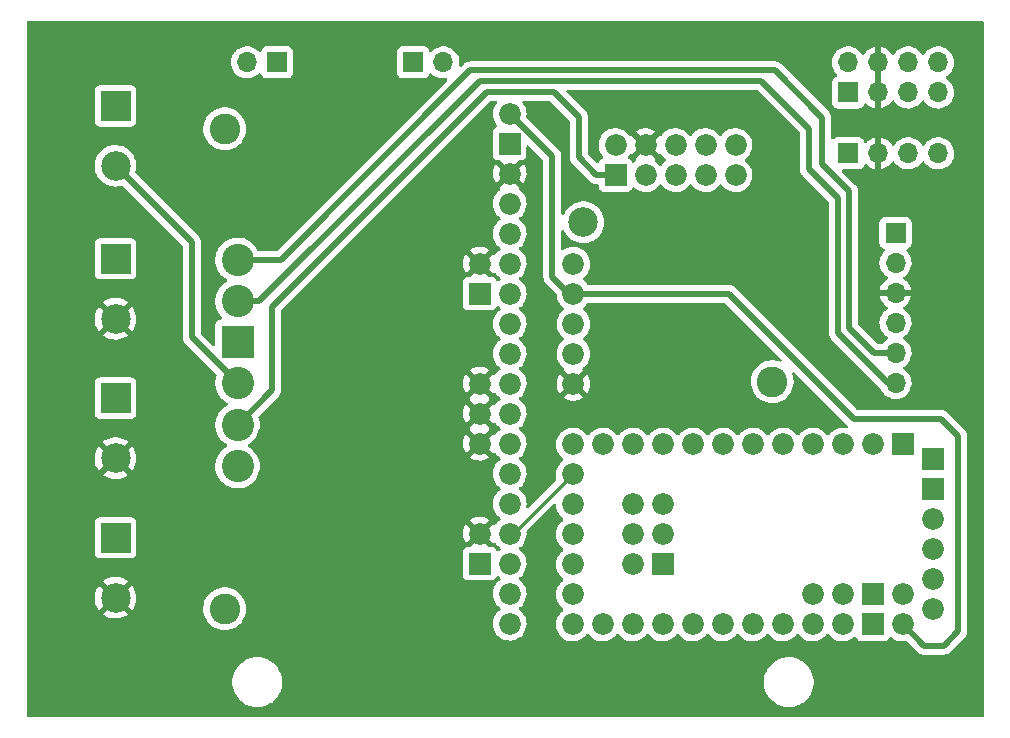
<source format=gbr>
%TF.GenerationSoftware,KiCad,Pcbnew,(6.0.0-0)*%
%TF.CreationDate,2022-03-11T16:39:32-05:00*%
%TF.ProjectId,Lifter-Board-Redone,4c696674-6572-42d4-926f-6172642d5265,rev?*%
%TF.SameCoordinates,Original*%
%TF.FileFunction,Copper,L1,Top*%
%TF.FilePolarity,Positive*%
%FSLAX46Y46*%
G04 Gerber Fmt 4.6, Leading zero omitted, Abs format (unit mm)*
G04 Created by KiCad (PCBNEW (6.0.0-0)) date 2022-03-11 16:39:32*
%MOMM*%
%LPD*%
G01*
G04 APERTURE LIST*
%TA.AperFunction,ComponentPad*%
%ADD10R,2.500000X2.500000*%
%TD*%
%TA.AperFunction,ComponentPad*%
%ADD11C,2.500000*%
%TD*%
%TA.AperFunction,ComponentPad*%
%ADD12C,1.836000*%
%TD*%
%TA.AperFunction,ComponentPad*%
%ADD13C,2.600000*%
%TD*%
%TA.AperFunction,ComponentPad*%
%ADD14R,1.700000X1.700000*%
%TD*%
%TA.AperFunction,ComponentPad*%
%ADD15O,1.700000X1.700000*%
%TD*%
%TA.AperFunction,ComponentPad*%
%ADD16R,1.836000X1.836000*%
%TD*%
%TA.AperFunction,WasherPad*%
%ADD17C,2.600000*%
%TD*%
%TA.AperFunction,ComponentPad*%
%ADD18C,2.736000*%
%TD*%
%TA.AperFunction,ComponentPad*%
%ADD19R,2.736000X2.736000*%
%TD*%
%TA.AperFunction,Conductor*%
%ADD20C,0.250000*%
%TD*%
%TA.AperFunction,Conductor*%
%ADD21C,0.500000*%
%TD*%
G04 APERTURE END LIST*
D10*
%TO.P,J2,1,Pin_1*%
%TO.N,GND*%
X88000000Y-60650000D03*
D11*
%TO.P,J2,2,Pin_2*%
%TO.N,5V*%
X88000000Y-65730000D03*
%TD*%
D10*
%TO.P,J1,1,Pin_1*%
%TO.N,GND*%
X88000000Y-47700000D03*
D11*
%TO.P,J1,2,Pin_2*%
%TO.N,12V*%
X88000000Y-52780000D03*
%TD*%
D12*
%TO.P,U1,EN,En*%
%TO.N,unconnected-(U1-PadEN)*%
X126770000Y-61080000D03*
%TO.P,U1,GND1,GND1*%
%TO.N,GND*%
X126770000Y-66160000D03*
%TO.P,U1,GND2,GND2*%
X126770000Y-68700000D03*
D11*
%TO.P,U1,P1*%
%TO.N,N/C*%
X127600000Y-57550000D03*
D13*
%TO.P,U1,P2*%
X143600000Y-71050000D03*
D12*
%TO.P,U1,VIN,VIN*%
%TO.N,12V*%
X126770000Y-63620000D03*
%TO.P,U1,Vout,VOut*%
%TO.N,5V*%
X126770000Y-71240000D03*
%TD*%
D14*
%TO.P,J7,1,Pin_1*%
%TO.N,LFT_BOT*%
X113215000Y-44030000D03*
D15*
%TO.P,J7,2,Pin_2*%
%TO.N,GND*%
X115755000Y-44030000D03*
%TD*%
D12*
%TO.P,J$1,2,2*%
%TO.N,LFT_ENA*%
X144490000Y-76370000D03*
%TO.P,J$1,3,3*%
%TO.N,RTR_ENA*%
X141950000Y-76370000D03*
%TO.P,J$1,4,4*%
%TO.N,LFT_ENB*%
X139410000Y-76370000D03*
%TO.P,J$1,5,5*%
%TO.N,RTR_ENB*%
X136870000Y-76370000D03*
%TO.P,J$1,6,6*%
%TO.N,RTR_LIMIT*%
X134330000Y-76370000D03*
%TO.P,J$1,7,7*%
%TO.N,M1PWM2*%
X131790000Y-76370000D03*
%TO.P,J$1,8,8*%
%TO.N,M1IN1*%
X129250000Y-76370000D03*
%TO.P,J$1,9,9*%
%TO.N,M1IN2*%
X126710000Y-76370000D03*
%TO.P,J$1,10,10*%
%TO.N,M2PWM2*%
X126710000Y-78910000D03*
%TO.P,J$1,11,11*%
%TO.N,M2IN1*%
X126710000Y-81450000D03*
%TO.P,J$1,12,12*%
%TO.N,M2IN2*%
X126710000Y-83990000D03*
%TO.P,J$1,13,13*%
%TO.N,MOTOR_EN*%
X126710000Y-91610000D03*
%TO.P,J$1,14,14*%
%TO.N,M1FB*%
X129250000Y-91610000D03*
%TO.P,J$1,15,15*%
%TO.N,LKIT_A*%
X131790000Y-91610000D03*
%TO.P,J$1,16,16*%
%TO.N,LKIT_B*%
X134330000Y-91610000D03*
%TO.P,J$1,17,17*%
%TO.N,LKIT_C*%
X136870000Y-91610000D03*
%TO.P,J$1,18,18*%
%TO.N,SDA*%
X139410000Y-91610000D03*
%TO.P,J$1,19,19*%
%TO.N,SCL*%
X141950000Y-91610000D03*
%TO.P,J$1,20,20*%
%TO.N,M2FB*%
X144490000Y-91610000D03*
%TO.P,J$1,21,21*%
%TO.N,M1SF*%
X147030000Y-91610000D03*
%TO.P,J$1,22,22*%
%TO.N,LFT_BOT*%
X126710000Y-86530000D03*
%TO.P,J$1,23,23*%
%TO.N,LFT_TOP*%
X126710000Y-89070000D03*
%TO.P,J$1,AREF,AREF*%
%TO.N,unconnected-(J$1-PadAREF)*%
X147030000Y-89070000D03*
%TO.P,J$1,BAT+,BAT+*%
%TO.N,12V*%
X154650000Y-91610000D03*
%TO.P,J$1,DTR,DTR*%
%TO.N,unconnected-(J$1-PadDTR)*%
X157190000Y-90340000D03*
D16*
%TO.P,J$1,GND,GND*%
%TO.N,GND*%
X154650000Y-76370000D03*
%TO.P,J$1,GND1,GND1*%
%TO.N,unconnected-(J$1-PadGND1)*%
X157190000Y-80180000D03*
%TO.P,J$1,GND2,GND2*%
%TO.N,unconnected-(J$1-PadGND2)*%
X157190000Y-77640000D03*
%TO.P,J$1,GND3,GND3*%
%TO.N,unconnected-(J$1-PadGND3)*%
X152110000Y-89070000D03*
%TO.P,J$1,GND4,GND4*%
%TO.N,GND*%
X152110000Y-91610000D03*
%TO.P,J$1,GND5,GND5*%
%TO.N,unconnected-(J$1-PadGND5)*%
X134330000Y-86530000D03*
D12*
%TO.P,J$1,MISO,MISO*%
%TO.N,unconnected-(J$1-PadMISO)*%
X131790000Y-81450000D03*
%TO.P,J$1,MOSI,MOSI*%
%TO.N,unconnected-(J$1-PadMOSI)*%
X134330000Y-83990000D03*
%TO.P,J$1,RESET1,RESET1*%
%TO.N,unconnected-(J$1-PadRESET1)*%
X152110000Y-76370000D03*
%TO.P,J$1,RESET2,RESET2*%
%TO.N,unconnected-(J$1-PadRESET2)*%
X131790000Y-86530000D03*
%TO.P,J$1,RXD0,RXD0*%
%TO.N,RX*%
X149570000Y-76370000D03*
%TO.P,J$1,RXD0_1,RXDO_1*%
%TO.N,unconnected-(J$1-PadRXD0_1)*%
X157190000Y-85260000D03*
%TO.P,J$1,SCK,SCK*%
%TO.N,unconnected-(J$1-PadSCK)*%
X131790000Y-83990000D03*
%TO.P,J$1,TXD0,TXD0*%
%TO.N,TX*%
X147030000Y-76370000D03*
%TO.P,J$1,TXD0_1,TXD0_1*%
%TO.N,unconnected-(J$1-PadTXD0_1)*%
X157190000Y-87800000D03*
%TO.P,J$1,VCC1,VCC1*%
%TO.N,unconnected-(J$1-PadVCC1)*%
X149570000Y-89070000D03*
%TO.P,J$1,VCC2,VCC2*%
%TO.N,unconnected-(J$1-PadVCC2)*%
X149570000Y-91610000D03*
%TO.P,J$1,VCC3,VCC3*%
%TO.N,unconnected-(J$1-PadVCC3)*%
X134330000Y-81450000D03*
%TO.P,J$1,VCCIN,VCCIN*%
%TO.N,unconnected-(J$1-PadVCCIN)*%
X157190000Y-82720000D03*
%TO.P,J$1,VIN,VIN*%
%TO.N,unconnected-(J$1-PadVIN)*%
X154650000Y-89070000D03*
%TD*%
D14*
%TO.P,J8,1,Pin_1*%
%TO.N,LFT_TOP*%
X101675000Y-44030000D03*
D15*
%TO.P,J8,2,Pin_2*%
%TO.N,GND*%
X99135000Y-44030000D03*
%TD*%
D14*
%TO.P,J9,1,Pin_1*%
%TO.N,GND*%
X150030000Y-51720000D03*
D15*
%TO.P,J9,2,Pin_2*%
%TO.N,5V*%
X152570000Y-51720000D03*
%TO.P,J9,3,Pin_3*%
%TO.N,TX*%
X155110000Y-51720000D03*
%TO.P,J9,4,Pin_4*%
%TO.N,RX*%
X157650000Y-51720000D03*
%TD*%
D10*
%TO.P,J4,1,Pin_1*%
%TO.N,GND*%
X88000000Y-84270000D03*
D11*
%TO.P,J4,2,Pin_2*%
%TO.N,5V*%
X88000000Y-89350000D03*
%TD*%
D14*
%TO.P,Lifter1,1,Pin_1*%
%TO.N,LFT_ENB*%
X154040000Y-58460000D03*
D15*
%TO.P,Lifter1,2,Pin_2*%
%TO.N,LFT_ENA*%
X154040000Y-61000000D03*
%TO.P,Lifter1,3,Pin_3*%
%TO.N,5V*%
X154040000Y-63540000D03*
%TO.P,Lifter1,4,Pin_4*%
%TO.N,GND*%
X154040000Y-66080000D03*
%TO.P,Lifter1,5,Pin_5*%
%TO.N,LMOT1*%
X154040000Y-68620000D03*
%TO.P,Lifter1,6,Pin_6*%
%TO.N,LMOT2*%
X154040000Y-71160000D03*
%TD*%
D14*
%TO.P,J6,1,Pin_1*%
%TO.N,GND*%
X150030000Y-46575000D03*
D15*
%TO.P,J6,2,Pin_2*%
X150030000Y-44035000D03*
%TO.P,J6,3,Pin_3*%
%TO.N,5V*%
X152570000Y-46575000D03*
%TO.P,J6,4,Pin_4*%
X152570000Y-44035000D03*
%TO.P,J6,5,Pin_5*%
%TO.N,SCL*%
X155110000Y-46575000D03*
%TO.P,J6,6,Pin_6*%
X155110000Y-44035000D03*
%TO.P,J6,7,Pin_7*%
%TO.N,SDA*%
X157650000Y-46575000D03*
%TO.P,J6,8,Pin_8*%
X157650000Y-44035000D03*
%TD*%
D10*
%TO.P,J3,1,Pin_1*%
%TO.N,GND*%
X88000000Y-72460000D03*
D11*
%TO.P,J3,2,Pin_2*%
%TO.N,5V*%
X88000000Y-77540000D03*
%TD*%
D16*
%TO.P,J5,1,Pin_1*%
%TO.N,RMOT1*%
X130333250Y-53563500D03*
D12*
%TO.P,J5,2,Pin_2*%
%TO.N,RMOT2*%
X130333250Y-51023500D03*
%TO.P,J5,3,Pin_3*%
%TO.N,GND*%
X132873250Y-53563500D03*
%TO.P,J5,4,Pin_4*%
%TO.N,5V*%
X132873250Y-51023500D03*
%TO.P,J5,5,Pin_5*%
%TO.N,LKIT_A*%
X135413250Y-53563500D03*
%TO.P,J5,6,Pin_6*%
%TO.N,RTR_LIMIT*%
X135413250Y-51023500D03*
%TO.P,J5,7,Pin_7*%
%TO.N,LKIT_B*%
X137953250Y-53563500D03*
%TO.P,J5,8,Pin_8*%
%TO.N,RTR_ENA*%
X137953250Y-51023500D03*
%TO.P,J5,9,Pin_9*%
%TO.N,LKIT_C*%
X140493250Y-53563500D03*
%TO.P,J5,10,Pin_10*%
%TO.N,RTR_ENB*%
X140493250Y-51023500D03*
%TD*%
D17*
%TO.P,U$1,*%
%TO.N,*%
X97240000Y-49636500D03*
X97240000Y-90276500D03*
D12*
%TO.P,U$1,EN,EN*%
%TO.N,MOTOR_EN*%
X121370000Y-71226500D03*
D16*
%TO.P,U$1,GND,GND*%
%TO.N,GND*%
X121370000Y-50906500D03*
%TO.P,U$1,GND$1,GND*%
X118830000Y-86466500D03*
%TO.P,U$1,GND$2,GND*%
X118830000Y-63606500D03*
D12*
%TO.P,U$1,INV,INV*%
%TO.N,unconnected-(U$1-PadINV)*%
X121370000Y-76306500D03*
%TO.P,U$1,M1FB,M1FB*%
%TO.N,M1FB*%
X121370000Y-68686500D03*
%TO.P,U$1,M1IN1,M1IN1*%
%TO.N,M1IN1*%
X121370000Y-58526500D03*
%TO.P,U$1,M1IN2,M1IN2*%
%TO.N,M1IN2*%
X121370000Y-55986500D03*
D18*
%TO.P,U$1,M1OUT1,M1OUT1*%
%TO.N,LMOT1*%
X98332200Y-60736300D03*
%TO.P,U$1,M1OUT2,M1OUT2*%
%TO.N,LMOT2*%
X98332200Y-64241500D03*
D12*
%TO.P,U$1,M1PWM1,M1_~{PWM}/D1*%
%TO.N,GND*%
X121370000Y-63606500D03*
%TO.P,U$1,M1PWM2,M1_PWM/~{D2}*%
%TO.N,M1PWM2*%
X121370000Y-61066500D03*
%TO.P,U$1,M1SF,M1~{SF}*%
%TO.N,M1SF*%
X121370000Y-66146500D03*
%TO.P,U$1,M2FB,M2FB*%
%TO.N,M2FB*%
X121370000Y-91546500D03*
%TO.P,U$1,M2IN1,M2IN1*%
%TO.N,M2IN1*%
X121370000Y-81386500D03*
%TO.P,U$1,M2IN2,M2IN2*%
%TO.N,M2IN2*%
X121370000Y-78846500D03*
D18*
%TO.P,U$1,M2OUT1,M2OUT1*%
%TO.N,RMOT1*%
X98332200Y-74706300D03*
%TO.P,U$1,M2OUT2,M2OUT2*%
%TO.N,RMOT2*%
X98332200Y-78211500D03*
D12*
%TO.P,U$1,M2PWM1,M2_~{PWM}/D1*%
%TO.N,GND*%
X121370000Y-86466500D03*
%TO.P,U$1,M2PWM2,M2_PWM/~{D2}*%
%TO.N,M2PWM2*%
X121370000Y-83926500D03*
%TO.P,U$1,M2SF,M2~{SF}*%
%TO.N,unconnected-(U$1-PadM2SF)*%
X121370000Y-89006500D03*
D19*
%TO.P,U$1,MGND,GND*%
%TO.N,GND*%
X98332200Y-67670500D03*
D18*
%TO.P,U$1,MVIN,VIN(5-28V)*%
%TO.N,12V*%
X98332200Y-71175700D03*
D12*
%TO.P,U$1,SLEW,SLEW*%
%TO.N,unconnected-(U$1-PadSLEW)*%
X121370000Y-73766500D03*
%TO.P,U$1,VDD,VDD*%
%TO.N,5V*%
X121370000Y-53446500D03*
%TO.P,U$1,VDD$1,VDD*%
X118830000Y-83926500D03*
%TO.P,U$1,VDD$2,VDD*%
X118830000Y-76306500D03*
%TO.P,U$1,VDD$3,VDD*%
X118830000Y-73766500D03*
%TO.P,U$1,VDD$4,VDD*%
X118830000Y-71226500D03*
%TO.P,U$1,VDD$5,VDD*%
X118830000Y-61066500D03*
%TO.P,U$1,VIN,VIN*%
%TO.N,12V*%
X121370000Y-48366500D03*
%TD*%
D20*
%TO.N,M2PWM2*%
X126710000Y-78910000D02*
X121693500Y-83926500D01*
X121693500Y-83926500D02*
X121370000Y-83926500D01*
D21*
%TO.N,12V*%
X124990000Y-62180000D02*
X126430000Y-63620000D01*
X157900000Y-74220000D02*
X159340000Y-75660000D01*
X159340000Y-92200000D02*
X158130000Y-93410000D01*
X156450000Y-93410000D02*
X154650000Y-91610000D01*
X124990000Y-51986500D02*
X124990000Y-62180000D01*
X126770000Y-63620000D02*
X139910000Y-63620000D01*
X126430000Y-63620000D02*
X126770000Y-63620000D01*
X94450000Y-67293500D02*
X98332200Y-71175700D01*
X121370000Y-48366500D02*
X124990000Y-51986500D01*
X159340000Y-75660000D02*
X159340000Y-92200000D01*
X88000000Y-52780000D02*
X94450000Y-59230000D01*
X158130000Y-93410000D02*
X156450000Y-93410000D01*
X139910000Y-63620000D02*
X150510000Y-74220000D01*
X94450000Y-59230000D02*
X94450000Y-67293500D01*
X150510000Y-74220000D02*
X157900000Y-74220000D01*
%TO.N,RMOT1*%
X101240000Y-71798500D02*
X101240000Y-64740000D01*
X119480000Y-46500000D02*
X125090000Y-46500000D01*
X101240000Y-64740000D02*
X119480000Y-46500000D01*
X125090000Y-46500000D02*
X127230000Y-48640000D01*
X127230000Y-48640000D02*
X127230000Y-52080000D01*
X98332200Y-74706300D02*
X101240000Y-71798500D01*
X127230000Y-52080000D02*
X128713500Y-53563500D01*
X128713500Y-53563500D02*
X130333250Y-53563500D01*
%TO.N,LMOT1*%
X150110000Y-54940000D02*
X150110000Y-66550000D01*
X98332200Y-60736300D02*
X101993700Y-60736300D01*
X101993700Y-60736300D02*
X118020000Y-44710000D01*
X118020000Y-44710000D02*
X143820000Y-44710000D01*
X147840000Y-52670000D02*
X150110000Y-54940000D01*
X143820000Y-44710000D02*
X147840000Y-48730000D01*
X150110000Y-66550000D02*
X152180000Y-68620000D01*
X147840000Y-48730000D02*
X147840000Y-52670000D01*
X152180000Y-68620000D02*
X154040000Y-68620000D01*
%TO.N,LMOT2*%
X153380000Y-71160000D02*
X154040000Y-71160000D01*
X146710000Y-49660000D02*
X146710000Y-53060000D01*
X146710000Y-53060000D02*
X149189635Y-55539635D01*
X100168500Y-64241500D02*
X118840000Y-45570000D01*
X118840000Y-45570000D02*
X142620000Y-45570000D01*
X149189635Y-55539635D02*
X149189635Y-66969635D01*
X142620000Y-45570000D02*
X146710000Y-49660000D01*
X149189635Y-66969635D02*
X153380000Y-71160000D01*
X98332200Y-64241500D02*
X100168500Y-64241500D01*
%TD*%
%TA.AperFunction,Conductor*%
%TO.N,5V*%
G36*
X161434121Y-40528002D02*
G01*
X161480614Y-40581658D01*
X161492000Y-40634000D01*
X161492000Y-99366000D01*
X161471998Y-99434121D01*
X161418342Y-99480614D01*
X161366000Y-99492000D01*
X80634000Y-99492000D01*
X80565879Y-99471998D01*
X80519386Y-99418342D01*
X80508000Y-99366000D01*
X80508000Y-96632703D01*
X97890743Y-96632703D01*
X97928268Y-96917734D01*
X98004129Y-97195036D01*
X98116923Y-97459476D01*
X98264561Y-97706161D01*
X98444313Y-97930528D01*
X98652851Y-98128423D01*
X98886317Y-98296186D01*
X98890112Y-98298195D01*
X98890113Y-98298196D01*
X98911869Y-98309715D01*
X99140392Y-98430712D01*
X99410373Y-98529511D01*
X99691264Y-98590755D01*
X99719841Y-98593004D01*
X99914282Y-98608307D01*
X99914291Y-98608307D01*
X99916739Y-98608500D01*
X100072271Y-98608500D01*
X100074407Y-98608354D01*
X100074418Y-98608354D01*
X100282548Y-98594165D01*
X100282554Y-98594164D01*
X100286825Y-98593873D01*
X100291020Y-98593004D01*
X100291022Y-98593004D01*
X100427584Y-98564723D01*
X100568342Y-98535574D01*
X100839343Y-98439607D01*
X101094812Y-98307750D01*
X101098313Y-98305289D01*
X101098317Y-98305287D01*
X101212418Y-98225095D01*
X101330023Y-98142441D01*
X101540622Y-97946740D01*
X101722713Y-97724268D01*
X101872927Y-97479142D01*
X101988483Y-97215898D01*
X102067244Y-96939406D01*
X102107751Y-96654784D01*
X102107845Y-96636951D01*
X102107867Y-96632703D01*
X142890743Y-96632703D01*
X142928268Y-96917734D01*
X143004129Y-97195036D01*
X143116923Y-97459476D01*
X143264561Y-97706161D01*
X143444313Y-97930528D01*
X143652851Y-98128423D01*
X143886317Y-98296186D01*
X143890112Y-98298195D01*
X143890113Y-98298196D01*
X143911869Y-98309715D01*
X144140392Y-98430712D01*
X144410373Y-98529511D01*
X144691264Y-98590755D01*
X144719841Y-98593004D01*
X144914282Y-98608307D01*
X144914291Y-98608307D01*
X144916739Y-98608500D01*
X145072271Y-98608500D01*
X145074407Y-98608354D01*
X145074418Y-98608354D01*
X145282548Y-98594165D01*
X145282554Y-98594164D01*
X145286825Y-98593873D01*
X145291020Y-98593004D01*
X145291022Y-98593004D01*
X145427584Y-98564723D01*
X145568342Y-98535574D01*
X145839343Y-98439607D01*
X146094812Y-98307750D01*
X146098313Y-98305289D01*
X146098317Y-98305287D01*
X146212418Y-98225095D01*
X146330023Y-98142441D01*
X146540622Y-97946740D01*
X146722713Y-97724268D01*
X146872927Y-97479142D01*
X146988483Y-97215898D01*
X147067244Y-96939406D01*
X147107751Y-96654784D01*
X147107845Y-96636951D01*
X147109235Y-96371583D01*
X147109235Y-96371576D01*
X147109257Y-96367297D01*
X147071732Y-96082266D01*
X146995871Y-95804964D01*
X146883077Y-95540524D01*
X146735439Y-95293839D01*
X146555687Y-95069472D01*
X146347149Y-94871577D01*
X146113683Y-94703814D01*
X146091843Y-94692250D01*
X146068654Y-94679972D01*
X145859608Y-94569288D01*
X145589627Y-94470489D01*
X145308736Y-94409245D01*
X145277685Y-94406801D01*
X145085718Y-94391693D01*
X145085709Y-94391693D01*
X145083261Y-94391500D01*
X144927729Y-94391500D01*
X144925593Y-94391646D01*
X144925582Y-94391646D01*
X144717452Y-94405835D01*
X144717446Y-94405836D01*
X144713175Y-94406127D01*
X144708980Y-94406996D01*
X144708978Y-94406996D01*
X144572416Y-94435277D01*
X144431658Y-94464426D01*
X144160657Y-94560393D01*
X143905188Y-94692250D01*
X143901687Y-94694711D01*
X143901683Y-94694713D01*
X143891594Y-94701804D01*
X143669977Y-94857559D01*
X143459378Y-95053260D01*
X143277287Y-95275732D01*
X143127073Y-95520858D01*
X143011517Y-95784102D01*
X142932756Y-96060594D01*
X142892249Y-96345216D01*
X142892227Y-96349505D01*
X142892226Y-96349512D01*
X142890765Y-96628417D01*
X142890743Y-96632703D01*
X102107867Y-96632703D01*
X102109235Y-96371583D01*
X102109235Y-96371576D01*
X102109257Y-96367297D01*
X102071732Y-96082266D01*
X101995871Y-95804964D01*
X101883077Y-95540524D01*
X101735439Y-95293839D01*
X101555687Y-95069472D01*
X101347149Y-94871577D01*
X101113683Y-94703814D01*
X101091843Y-94692250D01*
X101068654Y-94679972D01*
X100859608Y-94569288D01*
X100589627Y-94470489D01*
X100308736Y-94409245D01*
X100277685Y-94406801D01*
X100085718Y-94391693D01*
X100085709Y-94391693D01*
X100083261Y-94391500D01*
X99927729Y-94391500D01*
X99925593Y-94391646D01*
X99925582Y-94391646D01*
X99717452Y-94405835D01*
X99717446Y-94405836D01*
X99713175Y-94406127D01*
X99708980Y-94406996D01*
X99708978Y-94406996D01*
X99572416Y-94435277D01*
X99431658Y-94464426D01*
X99160657Y-94560393D01*
X98905188Y-94692250D01*
X98901687Y-94694711D01*
X98901683Y-94694713D01*
X98891594Y-94701804D01*
X98669977Y-94857559D01*
X98459378Y-95053260D01*
X98277287Y-95275732D01*
X98127073Y-95520858D01*
X98011517Y-95784102D01*
X97932756Y-96060594D01*
X97892249Y-96345216D01*
X97892227Y-96349505D01*
X97892226Y-96349512D01*
X97890765Y-96628417D01*
X97890743Y-96632703D01*
X80508000Y-96632703D01*
X80508000Y-90759133D01*
X86955612Y-90759133D01*
X86964325Y-90770653D01*
X87062018Y-90842284D01*
X87069928Y-90847227D01*
X87292890Y-90964533D01*
X87301453Y-90968256D01*
X87539304Y-91051318D01*
X87548313Y-91053732D01*
X87795842Y-91100727D01*
X87805098Y-91101781D01*
X88056857Y-91111673D01*
X88066171Y-91111347D01*
X88316615Y-91083920D01*
X88325792Y-91082219D01*
X88569431Y-91018074D01*
X88578251Y-91015037D01*
X88809736Y-90915583D01*
X88818008Y-90911276D01*
X89032249Y-90778700D01*
X89039188Y-90773658D01*
X89047518Y-90761019D01*
X89041456Y-90750666D01*
X88012812Y-89722022D01*
X87998868Y-89714408D01*
X87997035Y-89714539D01*
X87990420Y-89718790D01*
X86962270Y-90746940D01*
X86955612Y-90759133D01*
X80508000Y-90759133D01*
X80508000Y-89308523D01*
X86237898Y-89308523D01*
X86249987Y-89560175D01*
X86251124Y-89569435D01*
X86300274Y-89816535D01*
X86302768Y-89825528D01*
X86387900Y-90062639D01*
X86391700Y-90071174D01*
X86510946Y-90293101D01*
X86515957Y-90300968D01*
X86579446Y-90385990D01*
X86590704Y-90394439D01*
X86603123Y-90387667D01*
X87627978Y-89362812D01*
X87634356Y-89351132D01*
X88364408Y-89351132D01*
X88364539Y-89352965D01*
X88368790Y-89359580D01*
X89399913Y-90390703D01*
X89412293Y-90397463D01*
X89420634Y-90391219D01*
X89524960Y-90229026D01*
X95427050Y-90229026D01*
X95427274Y-90233692D01*
X95427274Y-90233697D01*
X95432381Y-90340000D01*
X95439947Y-90497519D01*
X95492388Y-90761156D01*
X95583220Y-91014146D01*
X95585432Y-91018262D01*
X95585433Y-91018265D01*
X95635290Y-91111053D01*
X95710450Y-91250931D01*
X95713241Y-91254668D01*
X95713245Y-91254675D01*
X95774572Y-91336801D01*
X95871281Y-91466310D01*
X95874590Y-91469590D01*
X95874595Y-91469596D01*
X96039145Y-91632715D01*
X96062180Y-91655550D01*
X96065942Y-91658308D01*
X96065945Y-91658311D01*
X96206432Y-91761320D01*
X96278954Y-91814495D01*
X96283089Y-91816671D01*
X96283093Y-91816673D01*
X96500036Y-91930813D01*
X96516840Y-91939654D01*
X96770613Y-92028275D01*
X96775206Y-92029147D01*
X97030109Y-92077542D01*
X97030112Y-92077542D01*
X97034698Y-92078413D01*
X97162370Y-92083429D01*
X97298625Y-92088783D01*
X97298630Y-92088783D01*
X97303293Y-92088966D01*
X97407607Y-92077542D01*
X97565844Y-92060213D01*
X97565850Y-92060212D01*
X97570497Y-92059703D01*
X97634585Y-92042830D01*
X97825918Y-91992456D01*
X97825920Y-91992455D01*
X97830441Y-91991265D01*
X97834738Y-91989419D01*
X98073120Y-91887002D01*
X98073122Y-91887001D01*
X98077414Y-91885157D01*
X98196071Y-91811730D01*
X98302017Y-91746169D01*
X98302021Y-91746166D01*
X98305990Y-91743710D01*
X98511149Y-91570030D01*
X98688382Y-91367934D01*
X98691757Y-91362688D01*
X98805801Y-91185386D01*
X98833797Y-91141861D01*
X98944199Y-90896778D01*
X98969050Y-90808662D01*
X99015893Y-90642572D01*
X99015894Y-90642569D01*
X99017163Y-90638068D01*
X99034460Y-90502104D01*
X99050688Y-90374545D01*
X99050688Y-90374541D01*
X99051086Y-90371415D01*
X99051250Y-90365178D01*
X99052824Y-90305028D01*
X99053571Y-90276500D01*
X99040329Y-90098316D01*
X99033996Y-90013092D01*
X99033996Y-90013091D01*
X99033650Y-90008437D01*
X99032049Y-90001360D01*
X98975361Y-89750831D01*
X98975360Y-89750826D01*
X98974327Y-89746263D01*
X98876902Y-89495738D01*
X98743518Y-89262364D01*
X98732325Y-89248165D01*
X98653177Y-89147766D01*
X98577105Y-89051269D01*
X98381317Y-88867091D01*
X98185663Y-88731360D01*
X98164299Y-88716539D01*
X98164296Y-88716537D01*
X98160457Y-88713874D01*
X98131273Y-88699482D01*
X97923564Y-88597051D01*
X97923561Y-88597050D01*
X97919376Y-88594986D01*
X97871745Y-88579739D01*
X97779539Y-88550224D01*
X97663370Y-88513038D01*
X97658763Y-88512288D01*
X97658760Y-88512287D01*
X97402674Y-88470581D01*
X97402675Y-88470581D01*
X97398063Y-88469830D01*
X97267719Y-88468124D01*
X97133961Y-88466373D01*
X97133958Y-88466373D01*
X97129284Y-88466312D01*
X96862937Y-88502560D01*
X96858451Y-88503868D01*
X96858449Y-88503868D01*
X96829712Y-88512244D01*
X96604874Y-88577778D01*
X96600621Y-88579738D01*
X96600620Y-88579739D01*
X96584907Y-88586983D01*
X96360763Y-88690315D01*
X96356854Y-88692878D01*
X96139881Y-88835131D01*
X96139876Y-88835135D01*
X96135968Y-88837697D01*
X96132476Y-88840814D01*
X95943071Y-89009865D01*
X95935426Y-89016688D01*
X95871065Y-89094074D01*
X95778218Y-89205711D01*
X95763544Y-89223354D01*
X95624096Y-89453156D01*
X95622287Y-89457470D01*
X95622285Y-89457474D01*
X95607942Y-89491679D01*
X95520148Y-89701045D01*
X95453981Y-89961577D01*
X95427050Y-90229026D01*
X89524960Y-90229026D01*
X89546765Y-90195127D01*
X89551212Y-90186936D01*
X89654691Y-89957222D01*
X89657882Y-89948455D01*
X89726270Y-89705970D01*
X89728129Y-89696834D01*
X89760116Y-89445396D01*
X89760597Y-89439108D01*
X89762847Y-89353160D01*
X89762696Y-89346851D01*
X89743912Y-89094074D01*
X89742536Y-89084868D01*
X89686929Y-88839126D01*
X89684205Y-88830215D01*
X89592888Y-88595392D01*
X89588877Y-88586983D01*
X89463854Y-88368240D01*
X89458643Y-88360514D01*
X89421391Y-88313261D01*
X89409466Y-88304790D01*
X89397934Y-88311276D01*
X88372022Y-89337188D01*
X88364408Y-89351132D01*
X87634356Y-89351132D01*
X87635592Y-89348868D01*
X87635461Y-89347035D01*
X87631210Y-89340420D01*
X86601321Y-88310531D01*
X86588013Y-88303264D01*
X86577974Y-88310386D01*
X86567761Y-88322666D01*
X86562346Y-88330258D01*
X86431646Y-88545646D01*
X86427408Y-88553963D01*
X86329981Y-88786299D01*
X86327020Y-88795149D01*
X86265006Y-89039331D01*
X86263384Y-89048528D01*
X86238143Y-89299198D01*
X86237898Y-89308523D01*
X80508000Y-89308523D01*
X80508000Y-87938803D01*
X86953216Y-87938803D01*
X86957789Y-87948579D01*
X87987188Y-88977978D01*
X88001132Y-88985592D01*
X88002965Y-88985461D01*
X88009580Y-88981210D01*
X89038419Y-87952371D01*
X89044803Y-87940681D01*
X89035391Y-87928570D01*
X88898593Y-87833670D01*
X88890565Y-87828942D01*
X88664593Y-87717505D01*
X88655960Y-87714017D01*
X88415998Y-87637205D01*
X88406938Y-87635029D01*
X88158260Y-87594529D01*
X88148973Y-87593717D01*
X87897053Y-87590419D01*
X87887742Y-87590989D01*
X87638097Y-87624964D01*
X87628978Y-87626902D01*
X87387098Y-87697404D01*
X87378367Y-87700667D01*
X87149558Y-87806151D01*
X87141406Y-87810670D01*
X86962353Y-87928062D01*
X86953216Y-87938803D01*
X80508000Y-87938803D01*
X80508000Y-85568134D01*
X86241500Y-85568134D01*
X86248255Y-85630316D01*
X86299385Y-85766705D01*
X86386739Y-85883261D01*
X86503295Y-85970615D01*
X86639684Y-86021745D01*
X86701866Y-86028500D01*
X89298134Y-86028500D01*
X89360316Y-86021745D01*
X89496705Y-85970615D01*
X89613261Y-85883261D01*
X89700615Y-85766705D01*
X89751745Y-85630316D01*
X89758500Y-85568134D01*
X89758500Y-83896696D01*
X117399837Y-83896696D01*
X117412740Y-84120472D01*
X117414176Y-84130693D01*
X117463454Y-84349352D01*
X117466533Y-84359180D01*
X117550867Y-84566868D01*
X117555510Y-84576059D01*
X117647008Y-84725371D01*
X117657464Y-84734831D01*
X117666242Y-84731047D01*
X118457979Y-83939311D01*
X118465592Y-83925368D01*
X118465461Y-83923534D01*
X118461210Y-83916920D01*
X117670908Y-83126619D01*
X117659377Y-83120322D01*
X117647094Y-83129945D01*
X117588761Y-83215459D01*
X117583676Y-83224410D01*
X117489302Y-83427722D01*
X117485739Y-83437409D01*
X117425840Y-83653396D01*
X117423909Y-83663516D01*
X117400089Y-83886408D01*
X117399837Y-83896696D01*
X89758500Y-83896696D01*
X89758500Y-82971866D01*
X89751745Y-82909684D01*
X89700615Y-82773295D01*
X89686420Y-82754355D01*
X118022652Y-82754355D01*
X118029396Y-82766685D01*
X118817189Y-83554479D01*
X118831132Y-83562092D01*
X118832966Y-83561961D01*
X118839580Y-83557710D01*
X119631809Y-82765480D01*
X119638826Y-82752629D01*
X119631053Y-82741959D01*
X119625899Y-82737889D01*
X119617310Y-82732183D01*
X119421085Y-82623860D01*
X119411676Y-82619632D01*
X119200386Y-82544810D01*
X119190423Y-82542178D01*
X118969747Y-82502869D01*
X118959495Y-82501900D01*
X118735356Y-82499162D01*
X118725072Y-82499882D01*
X118503508Y-82533786D01*
X118493480Y-82536175D01*
X118280427Y-82605811D01*
X118270917Y-82609808D01*
X118072103Y-82713304D01*
X118063378Y-82718798D01*
X118031105Y-82743030D01*
X118022652Y-82754355D01*
X89686420Y-82754355D01*
X89613261Y-82656739D01*
X89496705Y-82569385D01*
X89360316Y-82518255D01*
X89298134Y-82511500D01*
X86701866Y-82511500D01*
X86639684Y-82518255D01*
X86503295Y-82569385D01*
X86386739Y-82656739D01*
X86299385Y-82773295D01*
X86248255Y-82909684D01*
X86241500Y-82971866D01*
X86241500Y-85568134D01*
X80508000Y-85568134D01*
X80508000Y-78949133D01*
X86955612Y-78949133D01*
X86964325Y-78960653D01*
X87062018Y-79032284D01*
X87069928Y-79037227D01*
X87292890Y-79154533D01*
X87301453Y-79158256D01*
X87539304Y-79241318D01*
X87548313Y-79243732D01*
X87795842Y-79290727D01*
X87805098Y-79291781D01*
X88056857Y-79301673D01*
X88066171Y-79301347D01*
X88316615Y-79273920D01*
X88325792Y-79272219D01*
X88569431Y-79208074D01*
X88578251Y-79205037D01*
X88809736Y-79105583D01*
X88818008Y-79101276D01*
X89032249Y-78968700D01*
X89039188Y-78963658D01*
X89047518Y-78951019D01*
X89041456Y-78940666D01*
X88012812Y-77912022D01*
X87998868Y-77904408D01*
X87997035Y-77904539D01*
X87990420Y-77908790D01*
X86962270Y-78936940D01*
X86955612Y-78949133D01*
X80508000Y-78949133D01*
X80508000Y-77498523D01*
X86237898Y-77498523D01*
X86249987Y-77750175D01*
X86251124Y-77759435D01*
X86300274Y-78006535D01*
X86302768Y-78015528D01*
X86387900Y-78252639D01*
X86391700Y-78261174D01*
X86510946Y-78483101D01*
X86515957Y-78490968D01*
X86579446Y-78575990D01*
X86590704Y-78584439D01*
X86603123Y-78577667D01*
X87627978Y-77552812D01*
X87634356Y-77541132D01*
X88364408Y-77541132D01*
X88364539Y-77542965D01*
X88368790Y-77549580D01*
X89399913Y-78580703D01*
X89412293Y-78587463D01*
X89420634Y-78581219D01*
X89546765Y-78385127D01*
X89551212Y-78376936D01*
X89654691Y-78147222D01*
X89657882Y-78138455D01*
X89726269Y-77895976D01*
X89728129Y-77886834D01*
X89760116Y-77635396D01*
X89760597Y-77629108D01*
X89762847Y-77543160D01*
X89762696Y-77536851D01*
X89743912Y-77284074D01*
X89742536Y-77274868D01*
X89686929Y-77029126D01*
X89684205Y-77020215D01*
X89592888Y-76785392D01*
X89588877Y-76776983D01*
X89463854Y-76558240D01*
X89458643Y-76550514D01*
X89421391Y-76503261D01*
X89409466Y-76494790D01*
X89397934Y-76501276D01*
X88372022Y-77527188D01*
X88364408Y-77541132D01*
X87634356Y-77541132D01*
X87635592Y-77538868D01*
X87635461Y-77537035D01*
X87631210Y-77530420D01*
X86601321Y-76500531D01*
X86588013Y-76493264D01*
X86577974Y-76500386D01*
X86567761Y-76512666D01*
X86562346Y-76520258D01*
X86431646Y-76735646D01*
X86427408Y-76743963D01*
X86329981Y-76976299D01*
X86327020Y-76985149D01*
X86265006Y-77229331D01*
X86263384Y-77238528D01*
X86238143Y-77489198D01*
X86237898Y-77498523D01*
X80508000Y-77498523D01*
X80508000Y-76128803D01*
X86953216Y-76128803D01*
X86957789Y-76138579D01*
X87987188Y-77167978D01*
X88001132Y-77175592D01*
X88002965Y-77175461D01*
X88009580Y-77171210D01*
X89038419Y-76142371D01*
X89044803Y-76130681D01*
X89035391Y-76118570D01*
X88898593Y-76023670D01*
X88890565Y-76018942D01*
X88664593Y-75907505D01*
X88655960Y-75904017D01*
X88415998Y-75827205D01*
X88406938Y-75825029D01*
X88158260Y-75784529D01*
X88148973Y-75783717D01*
X87897053Y-75780419D01*
X87887742Y-75780989D01*
X87638097Y-75814964D01*
X87628978Y-75816902D01*
X87387098Y-75887404D01*
X87378367Y-75890667D01*
X87149558Y-75996151D01*
X87141406Y-76000670D01*
X86962353Y-76118062D01*
X86953216Y-76128803D01*
X80508000Y-76128803D01*
X80508000Y-73758134D01*
X86241500Y-73758134D01*
X86248255Y-73820316D01*
X86299385Y-73956705D01*
X86386739Y-74073261D01*
X86503295Y-74160615D01*
X86639684Y-74211745D01*
X86701866Y-74218500D01*
X89298134Y-74218500D01*
X89360316Y-74211745D01*
X89496705Y-74160615D01*
X89613261Y-74073261D01*
X89700615Y-73956705D01*
X89751745Y-73820316D01*
X89758500Y-73758134D01*
X89758500Y-71161866D01*
X89751745Y-71099684D01*
X89700615Y-70963295D01*
X89613261Y-70846739D01*
X89496705Y-70759385D01*
X89360316Y-70708255D01*
X89298134Y-70701500D01*
X86701866Y-70701500D01*
X86639684Y-70708255D01*
X86503295Y-70759385D01*
X86386739Y-70846739D01*
X86299385Y-70963295D01*
X86248255Y-71099684D01*
X86241500Y-71161866D01*
X86241500Y-73758134D01*
X80508000Y-73758134D01*
X80508000Y-67139133D01*
X86955612Y-67139133D01*
X86964325Y-67150653D01*
X87062018Y-67222284D01*
X87069928Y-67227227D01*
X87292890Y-67344533D01*
X87301453Y-67348256D01*
X87539304Y-67431318D01*
X87548313Y-67433732D01*
X87795842Y-67480727D01*
X87805098Y-67481781D01*
X88056857Y-67491673D01*
X88066171Y-67491347D01*
X88316615Y-67463920D01*
X88325792Y-67462219D01*
X88569431Y-67398074D01*
X88578251Y-67395037D01*
X88809736Y-67295583D01*
X88818008Y-67291276D01*
X89032249Y-67158700D01*
X89039188Y-67153658D01*
X89047518Y-67141019D01*
X89041456Y-67130666D01*
X88012812Y-66102022D01*
X87998868Y-66094408D01*
X87997035Y-66094539D01*
X87990420Y-66098790D01*
X86962270Y-67126940D01*
X86955612Y-67139133D01*
X80508000Y-67139133D01*
X80508000Y-65688523D01*
X86237898Y-65688523D01*
X86249987Y-65940175D01*
X86251124Y-65949435D01*
X86300274Y-66196535D01*
X86302768Y-66205528D01*
X86387900Y-66442639D01*
X86391700Y-66451174D01*
X86510946Y-66673101D01*
X86515957Y-66680968D01*
X86579446Y-66765990D01*
X86590704Y-66774439D01*
X86603123Y-66767667D01*
X87627978Y-65742812D01*
X87634356Y-65731132D01*
X88364408Y-65731132D01*
X88364539Y-65732965D01*
X88368790Y-65739580D01*
X89399913Y-66770703D01*
X89412293Y-66777463D01*
X89420634Y-66771219D01*
X89546765Y-66575127D01*
X89551212Y-66566936D01*
X89654691Y-66337222D01*
X89657882Y-66328455D01*
X89726269Y-66085976D01*
X89728129Y-66076834D01*
X89760116Y-65825396D01*
X89760597Y-65819108D01*
X89762847Y-65733160D01*
X89762696Y-65726851D01*
X89743912Y-65474074D01*
X89742536Y-65464868D01*
X89686929Y-65219126D01*
X89684205Y-65210215D01*
X89592888Y-64975392D01*
X89588877Y-64966983D01*
X89463854Y-64748240D01*
X89458643Y-64740514D01*
X89421391Y-64693261D01*
X89409466Y-64684790D01*
X89397934Y-64691276D01*
X88372022Y-65717188D01*
X88364408Y-65731132D01*
X87634356Y-65731132D01*
X87635592Y-65728868D01*
X87635461Y-65727035D01*
X87631210Y-65720420D01*
X86601321Y-64690531D01*
X86588013Y-64683264D01*
X86577974Y-64690386D01*
X86567761Y-64702666D01*
X86562346Y-64710258D01*
X86431646Y-64925646D01*
X86427408Y-64933963D01*
X86329981Y-65166299D01*
X86327020Y-65175149D01*
X86265006Y-65419331D01*
X86263384Y-65428528D01*
X86238143Y-65679198D01*
X86237898Y-65688523D01*
X80508000Y-65688523D01*
X80508000Y-64318803D01*
X86953216Y-64318803D01*
X86957789Y-64328579D01*
X87987188Y-65357978D01*
X88001132Y-65365592D01*
X88002965Y-65365461D01*
X88009580Y-65361210D01*
X89038419Y-64332371D01*
X89044803Y-64320681D01*
X89035391Y-64308570D01*
X88898593Y-64213670D01*
X88890565Y-64208942D01*
X88664593Y-64097505D01*
X88655960Y-64094017D01*
X88415998Y-64017205D01*
X88406938Y-64015029D01*
X88158260Y-63974529D01*
X88148973Y-63973717D01*
X87897053Y-63970419D01*
X87887742Y-63970989D01*
X87638097Y-64004964D01*
X87628978Y-64006902D01*
X87387098Y-64077404D01*
X87378367Y-64080667D01*
X87149558Y-64186151D01*
X87141406Y-64190670D01*
X86962353Y-64308062D01*
X86953216Y-64318803D01*
X80508000Y-64318803D01*
X80508000Y-61948134D01*
X86241500Y-61948134D01*
X86248255Y-62010316D01*
X86299385Y-62146705D01*
X86386739Y-62263261D01*
X86503295Y-62350615D01*
X86639684Y-62401745D01*
X86701866Y-62408500D01*
X89298134Y-62408500D01*
X89360316Y-62401745D01*
X89496705Y-62350615D01*
X89613261Y-62263261D01*
X89700615Y-62146705D01*
X89751745Y-62010316D01*
X89758500Y-61948134D01*
X89758500Y-59351866D01*
X89751745Y-59289684D01*
X89700615Y-59153295D01*
X89613261Y-59036739D01*
X89496705Y-58949385D01*
X89360316Y-58898255D01*
X89298134Y-58891500D01*
X86701866Y-58891500D01*
X86639684Y-58898255D01*
X86503295Y-58949385D01*
X86386739Y-59036739D01*
X86299385Y-59153295D01*
X86248255Y-59289684D01*
X86241500Y-59351866D01*
X86241500Y-61948134D01*
X80508000Y-61948134D01*
X80508000Y-52733839D01*
X86237173Y-52733839D01*
X86237397Y-52738505D01*
X86237397Y-52738511D01*
X86240749Y-52808297D01*
X86249713Y-52994908D01*
X86300704Y-53251256D01*
X86389026Y-53497252D01*
X86391242Y-53501376D01*
X86447193Y-53605506D01*
X86512737Y-53727491D01*
X86515532Y-53731234D01*
X86515534Y-53731237D01*
X86666330Y-53933177D01*
X86666335Y-53933183D01*
X86669122Y-53936915D01*
X86672431Y-53940195D01*
X86672436Y-53940201D01*
X86828664Y-54095071D01*
X86854743Y-54120923D01*
X86858505Y-54123681D01*
X86858508Y-54123684D01*
X87037370Y-54254831D01*
X87065524Y-54275474D01*
X87069667Y-54277654D01*
X87069669Y-54277655D01*
X87292684Y-54394989D01*
X87292689Y-54394991D01*
X87296834Y-54397172D01*
X87448532Y-54450148D01*
X87521673Y-54475690D01*
X87543590Y-54483344D01*
X87548183Y-54484216D01*
X87795785Y-54531224D01*
X87795788Y-54531224D01*
X87800374Y-54532095D01*
X87925818Y-54537024D01*
X88056875Y-54542174D01*
X88056881Y-54542174D01*
X88061543Y-54542357D01*
X88146697Y-54533031D01*
X88316707Y-54514412D01*
X88316712Y-54514411D01*
X88321360Y-54513902D01*
X88520398Y-54461500D01*
X88591366Y-54463499D01*
X88641572Y-54494253D01*
X93654595Y-59507276D01*
X93688621Y-59569588D01*
X93691500Y-59596371D01*
X93691500Y-67226430D01*
X93690067Y-67245380D01*
X93688407Y-67256294D01*
X93686801Y-67266849D01*
X93687394Y-67274141D01*
X93687394Y-67274144D01*
X93691085Y-67319518D01*
X93691500Y-67329733D01*
X93691500Y-67337793D01*
X93691925Y-67341437D01*
X93694789Y-67366007D01*
X93695222Y-67370382D01*
X93700179Y-67431318D01*
X93701140Y-67443137D01*
X93703396Y-67450101D01*
X93704587Y-67456060D01*
X93705971Y-67461915D01*
X93706818Y-67469181D01*
X93731735Y-67537827D01*
X93733152Y-67541955D01*
X93755649Y-67611399D01*
X93759445Y-67617654D01*
X93761951Y-67623128D01*
X93764670Y-67628558D01*
X93767167Y-67635437D01*
X93771180Y-67641557D01*
X93771180Y-67641558D01*
X93807186Y-67696476D01*
X93809523Y-67700180D01*
X93847405Y-67762607D01*
X93851121Y-67766815D01*
X93851122Y-67766816D01*
X93854803Y-67770984D01*
X93854776Y-67771008D01*
X93857429Y-67774000D01*
X93860132Y-67777233D01*
X93864144Y-67783352D01*
X93880871Y-67799198D01*
X93920383Y-67836628D01*
X93922825Y-67839006D01*
X96522927Y-70439108D01*
X96556953Y-70501420D01*
X96550616Y-70575504D01*
X96544659Y-70590211D01*
X96544656Y-70590219D01*
X96542984Y-70594348D01*
X96478921Y-70852251D01*
X96451835Y-71116607D01*
X96452010Y-71121059D01*
X96459031Y-71299745D01*
X96462268Y-71382142D01*
X96474308Y-71448069D01*
X96500311Y-71590444D01*
X96510011Y-71643559D01*
X96511420Y-71647782D01*
X96591325Y-71887285D01*
X96594112Y-71895640D01*
X96643029Y-71993538D01*
X96678583Y-72064692D01*
X96712892Y-72133356D01*
X96863982Y-72351965D01*
X96910409Y-72402190D01*
X97032415Y-72534175D01*
X97044366Y-72547104D01*
X97047820Y-72549916D01*
X97246990Y-72712065D01*
X97246994Y-72712068D01*
X97250447Y-72714879D01*
X97254269Y-72717180D01*
X97448836Y-72834319D01*
X97496880Y-72886590D01*
X97509036Y-72956539D01*
X97481446Y-73021955D01*
X97441929Y-73054079D01*
X97353183Y-73100179D01*
X97349227Y-73102234D01*
X97345612Y-73104817D01*
X97345606Y-73104821D01*
X97241321Y-73179345D01*
X97133019Y-73256739D01*
X97129792Y-73259817D01*
X97129790Y-73259819D01*
X96957060Y-73424595D01*
X96940737Y-73440166D01*
X96776219Y-73648856D01*
X96642747Y-73878646D01*
X96641079Y-73882763D01*
X96641076Y-73882770D01*
X96581958Y-74028725D01*
X96542984Y-74124948D01*
X96478921Y-74382851D01*
X96451835Y-74647207D01*
X96452010Y-74651659D01*
X96460306Y-74862794D01*
X96462268Y-74912742D01*
X96478457Y-75001385D01*
X96498944Y-75113559D01*
X96510011Y-75174159D01*
X96594112Y-75426240D01*
X96632827Y-75503721D01*
X96710265Y-75658698D01*
X96712892Y-75663956D01*
X96863982Y-75882565D01*
X96883812Y-75904017D01*
X97035117Y-76067698D01*
X97044366Y-76077704D01*
X97047820Y-76080516D01*
X97246990Y-76242665D01*
X97246994Y-76242668D01*
X97250447Y-76245479D01*
X97254269Y-76247780D01*
X97426188Y-76351284D01*
X97474232Y-76403556D01*
X97486388Y-76473504D01*
X97458798Y-76538920D01*
X97419285Y-76571042D01*
X97349227Y-76607434D01*
X97345612Y-76610017D01*
X97345606Y-76610021D01*
X97307957Y-76636926D01*
X97133019Y-76761939D01*
X97129792Y-76765017D01*
X97129790Y-76765019D01*
X97053212Y-76838071D01*
X96940737Y-76945366D01*
X96937981Y-76948862D01*
X96807142Y-77114831D01*
X96776219Y-77154056D01*
X96642747Y-77383846D01*
X96641079Y-77387963D01*
X96641076Y-77387970D01*
X96554475Y-77601778D01*
X96542984Y-77630148D01*
X96478921Y-77888051D01*
X96451835Y-78152407D01*
X96452010Y-78156859D01*
X96459883Y-78357228D01*
X96462268Y-78417942D01*
X96463068Y-78422322D01*
X96508521Y-78671198D01*
X96510011Y-78679359D01*
X96594112Y-78931440D01*
X96612730Y-78968700D01*
X96707446Y-79158256D01*
X96712892Y-79169156D01*
X96863982Y-79387765D01*
X96867004Y-79391034D01*
X96960226Y-79491881D01*
X97044366Y-79582904D01*
X97047820Y-79585716D01*
X97246990Y-79747865D01*
X97246994Y-79747868D01*
X97250447Y-79750679D01*
X97254269Y-79752980D01*
X97452778Y-79872492D01*
X97478111Y-79887744D01*
X97573300Y-79928052D01*
X97718713Y-79989627D01*
X97718718Y-79989629D01*
X97722816Y-79991364D01*
X97727113Y-79992503D01*
X97727118Y-79992505D01*
X97838731Y-80022098D01*
X97979681Y-80059470D01*
X98243579Y-80090705D01*
X98509245Y-80084444D01*
X98513643Y-80083712D01*
X98766989Y-80041544D01*
X98766993Y-80041543D01*
X98771379Y-80040813D01*
X98775620Y-80039472D01*
X98775623Y-80039471D01*
X99020504Y-79962025D01*
X99020506Y-79962024D01*
X99024750Y-79960682D01*
X99208405Y-79872492D01*
X99260284Y-79847580D01*
X99260285Y-79847579D01*
X99264303Y-79845650D01*
X99268009Y-79843174D01*
X99481550Y-79700491D01*
X99481554Y-79700488D01*
X99485258Y-79698013D01*
X99488575Y-79695042D01*
X99488579Y-79695039D01*
X99679888Y-79523688D01*
X99679889Y-79523687D01*
X99683206Y-79520716D01*
X99854198Y-79317296D01*
X99994822Y-79091813D01*
X100015204Y-79045711D01*
X100100474Y-78852832D01*
X100102272Y-78848765D01*
X100174405Y-78593002D01*
X100197330Y-78422322D01*
X100209354Y-78332808D01*
X100209354Y-78332803D01*
X100209781Y-78329627D01*
X100213493Y-78211500D01*
X100194725Y-77946423D01*
X100138794Y-77686636D01*
X100136938Y-77681603D01*
X100062955Y-77481065D01*
X118020264Y-77481065D01*
X118025545Y-77488120D01*
X118207273Y-77594313D01*
X118216560Y-77598763D01*
X118425964Y-77678727D01*
X118435862Y-77681603D01*
X118655515Y-77726291D01*
X118665744Y-77727510D01*
X118889745Y-77735725D01*
X118900031Y-77735258D01*
X119122367Y-77706776D01*
X119132452Y-77704633D01*
X119347147Y-77640221D01*
X119356742Y-77636460D01*
X119558024Y-77537854D01*
X119566890Y-77532569D01*
X119628001Y-77488978D01*
X119636402Y-77478278D01*
X119629415Y-77465126D01*
X118842811Y-76678521D01*
X118828868Y-76670908D01*
X118827034Y-76671039D01*
X118820420Y-76675290D01*
X118027021Y-77468690D01*
X118020264Y-77481065D01*
X100062955Y-77481065D01*
X100048358Y-77441498D01*
X100046817Y-77437321D01*
X99986361Y-77325276D01*
X99922741Y-77207369D01*
X99920628Y-77203453D01*
X99824671Y-77073538D01*
X99765395Y-76993284D01*
X99765393Y-76993281D01*
X99762746Y-76989698D01*
X99759627Y-76986529D01*
X99759623Y-76986525D01*
X99670816Y-76896312D01*
X99576321Y-76800321D01*
X99566731Y-76793002D01*
X99368614Y-76641803D01*
X99368610Y-76641800D01*
X99365073Y-76639101D01*
X99243084Y-76570784D01*
X99193422Y-76520047D01*
X99179075Y-76450515D01*
X99204596Y-76384264D01*
X99250109Y-76347266D01*
X99264303Y-76340450D01*
X99272418Y-76335028D01*
X99359718Y-76276696D01*
X117399837Y-76276696D01*
X117412740Y-76500472D01*
X117414176Y-76510693D01*
X117463454Y-76729352D01*
X117466533Y-76739180D01*
X117550867Y-76946868D01*
X117555510Y-76956059D01*
X117647008Y-77105371D01*
X117657464Y-77114831D01*
X117666242Y-77111047D01*
X118457979Y-76319311D01*
X118465592Y-76305368D01*
X118465461Y-76303534D01*
X118461210Y-76296920D01*
X117670908Y-75506619D01*
X117659377Y-75500322D01*
X117647094Y-75509945D01*
X117588761Y-75595459D01*
X117583676Y-75604410D01*
X117489302Y-75807722D01*
X117485739Y-75817409D01*
X117425840Y-76033396D01*
X117423909Y-76043516D01*
X117400089Y-76266408D01*
X117399837Y-76276696D01*
X99359718Y-76276696D01*
X99481550Y-76195291D01*
X99481554Y-76195288D01*
X99485258Y-76192813D01*
X99488575Y-76189842D01*
X99488579Y-76189839D01*
X99679888Y-76018488D01*
X99679889Y-76018487D01*
X99683206Y-76015516D01*
X99854198Y-75812096D01*
X99994822Y-75586613D01*
X100018926Y-75532092D01*
X100100474Y-75347632D01*
X100102272Y-75343565D01*
X100174405Y-75087802D01*
X100193806Y-74943363D01*
X100194115Y-74941065D01*
X118020264Y-74941065D01*
X118037258Y-74963766D01*
X118062070Y-75030286D01*
X118046979Y-75099660D01*
X118037366Y-75114643D01*
X118022652Y-75134356D01*
X118029396Y-75146685D01*
X118817189Y-75934479D01*
X118831132Y-75942092D01*
X118832966Y-75941961D01*
X118839580Y-75937710D01*
X119631809Y-75145480D01*
X119638826Y-75132629D01*
X119620874Y-75107989D01*
X119624793Y-75105134D01*
X119602860Y-75074175D01*
X119599653Y-75003251D01*
X119622925Y-74955442D01*
X119636401Y-74938278D01*
X119629415Y-74925126D01*
X118842811Y-74138521D01*
X118828868Y-74130908D01*
X118827034Y-74131039D01*
X118820420Y-74135290D01*
X118027021Y-74928690D01*
X118020264Y-74941065D01*
X100194115Y-74941065D01*
X100209354Y-74827608D01*
X100209354Y-74827603D01*
X100209781Y-74824427D01*
X100212259Y-74745561D01*
X100213392Y-74709522D01*
X100213392Y-74709517D01*
X100213493Y-74706300D01*
X100194725Y-74441223D01*
X100138794Y-74181436D01*
X100120202Y-74131039D01*
X100110373Y-74104396D01*
X100105561Y-74033563D01*
X100139490Y-73971691D01*
X100374485Y-73736696D01*
X117399837Y-73736696D01*
X117412740Y-73960472D01*
X117414176Y-73970693D01*
X117463454Y-74189352D01*
X117466533Y-74199180D01*
X117550867Y-74406868D01*
X117555510Y-74416059D01*
X117647008Y-74565371D01*
X117657464Y-74574831D01*
X117666242Y-74571047D01*
X118457979Y-73779311D01*
X118465592Y-73765368D01*
X118465461Y-73763534D01*
X118461210Y-73756920D01*
X117670908Y-72966619D01*
X117659377Y-72960322D01*
X117647094Y-72969945D01*
X117588761Y-73055459D01*
X117583676Y-73064410D01*
X117489302Y-73267722D01*
X117485739Y-73277409D01*
X117425840Y-73493396D01*
X117423909Y-73503516D01*
X117400089Y-73726408D01*
X117399837Y-73736696D01*
X100374485Y-73736696D01*
X101710116Y-72401065D01*
X118020264Y-72401065D01*
X118037258Y-72423766D01*
X118062070Y-72490286D01*
X118046979Y-72559660D01*
X118037366Y-72574643D01*
X118022652Y-72594356D01*
X118029396Y-72606685D01*
X118817189Y-73394479D01*
X118831132Y-73402092D01*
X118832966Y-73401961D01*
X118839580Y-73397710D01*
X119631809Y-72605480D01*
X119638826Y-72592629D01*
X119620874Y-72567989D01*
X119624793Y-72565134D01*
X119602860Y-72534175D01*
X119599653Y-72463251D01*
X119622925Y-72415442D01*
X119636401Y-72398278D01*
X119629415Y-72385126D01*
X118842811Y-71598521D01*
X118828868Y-71590908D01*
X118827034Y-71591039D01*
X118820420Y-71595290D01*
X118027021Y-72388690D01*
X118020264Y-72401065D01*
X101710116Y-72401065D01*
X101728911Y-72382270D01*
X101743323Y-72369884D01*
X101754918Y-72361351D01*
X101754923Y-72361346D01*
X101760818Y-72357008D01*
X101765557Y-72351430D01*
X101765560Y-72351427D01*
X101795035Y-72316732D01*
X101801965Y-72309216D01*
X101807660Y-72303521D01*
X101825281Y-72281249D01*
X101828072Y-72277845D01*
X101870591Y-72227797D01*
X101870592Y-72227795D01*
X101875333Y-72222215D01*
X101878661Y-72215699D01*
X101882028Y-72210650D01*
X101885195Y-72205521D01*
X101889734Y-72199784D01*
X101920655Y-72133625D01*
X101922561Y-72129725D01*
X101922739Y-72129376D01*
X101955769Y-72064692D01*
X101957508Y-72057584D01*
X101959607Y-72051941D01*
X101961524Y-72046178D01*
X101964622Y-72039550D01*
X101979487Y-71968083D01*
X101980457Y-71963799D01*
X101981218Y-71960689D01*
X101997808Y-71892890D01*
X101998500Y-71881736D01*
X101998536Y-71881738D01*
X101998775Y-71877745D01*
X101999149Y-71873553D01*
X102000640Y-71866385D01*
X101998546Y-71788979D01*
X101998500Y-71785572D01*
X101998500Y-71196696D01*
X117399837Y-71196696D01*
X117412740Y-71420472D01*
X117414176Y-71430693D01*
X117463454Y-71649352D01*
X117466533Y-71659180D01*
X117550867Y-71866868D01*
X117555510Y-71876059D01*
X117647008Y-72025371D01*
X117657464Y-72034831D01*
X117666242Y-72031047D01*
X118457979Y-71239311D01*
X118465592Y-71225368D01*
X118465461Y-71223534D01*
X118461210Y-71216920D01*
X117670908Y-70426619D01*
X117659377Y-70420322D01*
X117647094Y-70429945D01*
X117588761Y-70515459D01*
X117583676Y-70524410D01*
X117489302Y-70727722D01*
X117485739Y-70737409D01*
X117425840Y-70953396D01*
X117423909Y-70963516D01*
X117400089Y-71186408D01*
X117399837Y-71196696D01*
X101998500Y-71196696D01*
X101998500Y-70054355D01*
X118022652Y-70054355D01*
X118029396Y-70066685D01*
X118817189Y-70854479D01*
X118831132Y-70862092D01*
X118832966Y-70861961D01*
X118839580Y-70857710D01*
X119631809Y-70065480D01*
X119638826Y-70052629D01*
X119631053Y-70041959D01*
X119625899Y-70037889D01*
X119617310Y-70032183D01*
X119421085Y-69923860D01*
X119411676Y-69919632D01*
X119200386Y-69844810D01*
X119190423Y-69842178D01*
X118969747Y-69802869D01*
X118959495Y-69801900D01*
X118735356Y-69799162D01*
X118725072Y-69799882D01*
X118503508Y-69833786D01*
X118493480Y-69836175D01*
X118280427Y-69905811D01*
X118270917Y-69909808D01*
X118072103Y-70013304D01*
X118063378Y-70018798D01*
X118031105Y-70043030D01*
X118022652Y-70054355D01*
X101998500Y-70054355D01*
X101998500Y-65106371D01*
X102018502Y-65038250D01*
X102035405Y-65017276D01*
X106015985Y-61036696D01*
X117399837Y-61036696D01*
X117412740Y-61260472D01*
X117414176Y-61270693D01*
X117463454Y-61489352D01*
X117466533Y-61499180D01*
X117550867Y-61706868D01*
X117555510Y-61716059D01*
X117647008Y-61865371D01*
X117657464Y-61874831D01*
X117666242Y-61871047D01*
X118457979Y-61079311D01*
X118465592Y-61065368D01*
X118465461Y-61063534D01*
X118461210Y-61056920D01*
X117670908Y-60266619D01*
X117659377Y-60260322D01*
X117647094Y-60269945D01*
X117588761Y-60355459D01*
X117583676Y-60364410D01*
X117489302Y-60567722D01*
X117485739Y-60577409D01*
X117425840Y-60793396D01*
X117423909Y-60803516D01*
X117400089Y-61026408D01*
X117399837Y-61036696D01*
X106015985Y-61036696D01*
X107158326Y-59894355D01*
X118022652Y-59894355D01*
X118029396Y-59906685D01*
X118817189Y-60694479D01*
X118831132Y-60702092D01*
X118832966Y-60701961D01*
X118839580Y-60697710D01*
X119631809Y-59905480D01*
X119638826Y-59892629D01*
X119631053Y-59881959D01*
X119625899Y-59877889D01*
X119617310Y-59872183D01*
X119421085Y-59763860D01*
X119411676Y-59759632D01*
X119200386Y-59684810D01*
X119190423Y-59682178D01*
X118969747Y-59642869D01*
X118959495Y-59641900D01*
X118735356Y-59639162D01*
X118725072Y-59639882D01*
X118503508Y-59673786D01*
X118493480Y-59676175D01*
X118280427Y-59745811D01*
X118270917Y-59749808D01*
X118072103Y-59853304D01*
X118063378Y-59858798D01*
X118031105Y-59883030D01*
X118022652Y-59894355D01*
X107158326Y-59894355D01*
X113635985Y-53416696D01*
X119939837Y-53416696D01*
X119952740Y-53640472D01*
X119954176Y-53650693D01*
X120003454Y-53869352D01*
X120006533Y-53879180D01*
X120090867Y-54086868D01*
X120095510Y-54096059D01*
X120187008Y-54245371D01*
X120197464Y-54254831D01*
X120206242Y-54251047D01*
X120997979Y-53459311D01*
X121004356Y-53447632D01*
X121734408Y-53447632D01*
X121734539Y-53449466D01*
X121738790Y-53456080D01*
X122529205Y-54246494D01*
X122541211Y-54253050D01*
X122552950Y-54244082D01*
X122593492Y-54187661D01*
X122598803Y-54178822D01*
X122698111Y-53977886D01*
X122701910Y-53968291D01*
X122767068Y-53753834D01*
X122769247Y-53743753D01*
X122798742Y-53519720D01*
X122799261Y-53513047D01*
X122800805Y-53449865D01*
X122800611Y-53443146D01*
X122782097Y-53217950D01*
X122780414Y-53207788D01*
X122725807Y-52990385D01*
X122722489Y-52980637D01*
X122633106Y-52775070D01*
X122628240Y-52765995D01*
X122552242Y-52648522D01*
X122541555Y-52639318D01*
X122531990Y-52643721D01*
X121742021Y-53433689D01*
X121734408Y-53447632D01*
X121004356Y-53447632D01*
X121005592Y-53445368D01*
X121005461Y-53443534D01*
X121001210Y-53436920D01*
X120210908Y-52646619D01*
X120199377Y-52640322D01*
X120187094Y-52649945D01*
X120128761Y-52735459D01*
X120123676Y-52744410D01*
X120029302Y-52947722D01*
X120025739Y-52957409D01*
X119965840Y-53173396D01*
X119963909Y-53183516D01*
X119940089Y-53406408D01*
X119939837Y-53416696D01*
X113635985Y-53416696D01*
X119757276Y-47295405D01*
X119819588Y-47261379D01*
X119846371Y-47258500D01*
X120161769Y-47258500D01*
X120229890Y-47278502D01*
X120276383Y-47332158D01*
X120286487Y-47402432D01*
X120259915Y-47463278D01*
X120257602Y-47465698D01*
X120125415Y-47659477D01*
X120109003Y-47694833D01*
X120028828Y-47867553D01*
X120028826Y-47867558D01*
X120026651Y-47872244D01*
X119963965Y-48098284D01*
X119939038Y-48331528D01*
X119939335Y-48336680D01*
X119939335Y-48336684D01*
X119943008Y-48400387D01*
X119952541Y-48565711D01*
X119953678Y-48570757D01*
X119953679Y-48570763D01*
X119976433Y-48671727D01*
X120004111Y-48794544D01*
X120006053Y-48799326D01*
X120006054Y-48799330D01*
X120079249Y-48979588D01*
X120092362Y-49011881D01*
X120214926Y-49211886D01*
X120307146Y-49318348D01*
X120336628Y-49382931D01*
X120326513Y-49453203D01*
X120280012Y-49506852D01*
X120256137Y-49518825D01*
X120213705Y-49534732D01*
X120213704Y-49534733D01*
X120205295Y-49537885D01*
X120088739Y-49625239D01*
X120001385Y-49741795D01*
X119950255Y-49878184D01*
X119943500Y-49940366D01*
X119943500Y-51872634D01*
X119950255Y-51934816D01*
X120001385Y-52071205D01*
X120088739Y-52187761D01*
X120205295Y-52275115D01*
X120341684Y-52326245D01*
X120403866Y-52333000D01*
X120563520Y-52333000D01*
X120631641Y-52353002D01*
X120652616Y-52369905D01*
X121357189Y-53074479D01*
X121371132Y-53082092D01*
X121372966Y-53081961D01*
X121379580Y-53077710D01*
X122087384Y-52369905D01*
X122149697Y-52335880D01*
X122176480Y-52333000D01*
X122336134Y-52333000D01*
X122398316Y-52326245D01*
X122534705Y-52275115D01*
X122651261Y-52187761D01*
X122738615Y-52071205D01*
X122789745Y-51934816D01*
X122796500Y-51872634D01*
X122796500Y-51169871D01*
X122816502Y-51101750D01*
X122870158Y-51055257D01*
X122940432Y-51045153D01*
X123005012Y-51074647D01*
X123011595Y-51080776D01*
X124194595Y-52263776D01*
X124228621Y-52326088D01*
X124231500Y-52352871D01*
X124231500Y-62112930D01*
X124230067Y-62131880D01*
X124226801Y-62153349D01*
X124227394Y-62160641D01*
X124227394Y-62160644D01*
X124231085Y-62206018D01*
X124231500Y-62216233D01*
X124231500Y-62224293D01*
X124231925Y-62227937D01*
X124234789Y-62252507D01*
X124235222Y-62256882D01*
X124240345Y-62319858D01*
X124241140Y-62329637D01*
X124243396Y-62336601D01*
X124244587Y-62342560D01*
X124245971Y-62348415D01*
X124246818Y-62355681D01*
X124271735Y-62424327D01*
X124273152Y-62428455D01*
X124292781Y-62489045D01*
X124295649Y-62497899D01*
X124299445Y-62504154D01*
X124301951Y-62509628D01*
X124304670Y-62515058D01*
X124307167Y-62521937D01*
X124311180Y-62528057D01*
X124311180Y-62528058D01*
X124347186Y-62582976D01*
X124349523Y-62586680D01*
X124387405Y-62649107D01*
X124391121Y-62653315D01*
X124391122Y-62653316D01*
X124394803Y-62657484D01*
X124394776Y-62657508D01*
X124397429Y-62660500D01*
X124400132Y-62663733D01*
X124404144Y-62669852D01*
X124409456Y-62674884D01*
X124460383Y-62723128D01*
X124462825Y-62725506D01*
X125306125Y-63568806D01*
X125340151Y-63631118D01*
X125342821Y-63650647D01*
X125344499Y-63679745D01*
X125352541Y-63819211D01*
X125353678Y-63824257D01*
X125353679Y-63824263D01*
X125375815Y-63922485D01*
X125404111Y-64048044D01*
X125406053Y-64052826D01*
X125406054Y-64052830D01*
X125449082Y-64158794D01*
X125492362Y-64265381D01*
X125614926Y-64465386D01*
X125768510Y-64642688D01*
X125772485Y-64645988D01*
X125772489Y-64645992D01*
X125948989Y-64792525D01*
X125948270Y-64793392D01*
X125989173Y-64844559D01*
X125996485Y-64915178D01*
X125964457Y-64978540D01*
X125948229Y-64993080D01*
X125828399Y-65083051D01*
X125819663Y-65089610D01*
X125657602Y-65259198D01*
X125525415Y-65452977D01*
X125519482Y-65465758D01*
X125428828Y-65661053D01*
X125428826Y-65661058D01*
X125426651Y-65665744D01*
X125363965Y-65891784D01*
X125339038Y-66125028D01*
X125339335Y-66130180D01*
X125339335Y-66130184D01*
X125344308Y-66216423D01*
X125352541Y-66359211D01*
X125353678Y-66364257D01*
X125353679Y-66364263D01*
X125376930Y-66467432D01*
X125404111Y-66588044D01*
X125406053Y-66592826D01*
X125406054Y-66592830D01*
X125438649Y-66673101D01*
X125492362Y-66805381D01*
X125614926Y-67005386D01*
X125768510Y-67182688D01*
X125772485Y-67185988D01*
X125772489Y-67185992D01*
X125948989Y-67332525D01*
X125948270Y-67333392D01*
X125989173Y-67384559D01*
X125996485Y-67455178D01*
X125964457Y-67518540D01*
X125948229Y-67533080D01*
X125939196Y-67539862D01*
X125828399Y-67623051D01*
X125819663Y-67629610D01*
X125657602Y-67799198D01*
X125525415Y-67992977D01*
X125500316Y-68047047D01*
X125428828Y-68201053D01*
X125428826Y-68201058D01*
X125426651Y-68205744D01*
X125363965Y-68431784D01*
X125339038Y-68665028D01*
X125339335Y-68670180D01*
X125339335Y-68670184D01*
X125344308Y-68756423D01*
X125352541Y-68899211D01*
X125353678Y-68904257D01*
X125353679Y-68904263D01*
X125376930Y-69007432D01*
X125404111Y-69128044D01*
X125406053Y-69132826D01*
X125406054Y-69132830D01*
X125463958Y-69275430D01*
X125492362Y-69345381D01*
X125614926Y-69545386D01*
X125768510Y-69722688D01*
X125772485Y-69725988D01*
X125772489Y-69725992D01*
X125837288Y-69779789D01*
X125948373Y-69872013D01*
X125948374Y-69872015D01*
X125948989Y-69872525D01*
X125948884Y-69872652D01*
X125991906Y-69926482D01*
X125999211Y-69997102D01*
X125976280Y-70049596D01*
X125962652Y-70067855D01*
X125969396Y-70080185D01*
X126757189Y-70867979D01*
X126771132Y-70875592D01*
X126772966Y-70875461D01*
X126779580Y-70871210D01*
X127571809Y-70078980D01*
X127578827Y-70066128D01*
X127562320Y-70043473D01*
X127538371Y-69976638D01*
X127554359Y-69907465D01*
X127590987Y-69866697D01*
X127600528Y-69859892D01*
X127625362Y-69842178D01*
X127689689Y-69796294D01*
X127689693Y-69796290D01*
X127693901Y-69793289D01*
X127860058Y-69627712D01*
X127867138Y-69617860D01*
X127993922Y-69441420D01*
X127996940Y-69437220D01*
X128001537Y-69427920D01*
X128098578Y-69231571D01*
X128098579Y-69231569D01*
X128100872Y-69226929D01*
X128169062Y-69002488D01*
X128169737Y-68997362D01*
X128199243Y-68773245D01*
X128199244Y-68773238D01*
X128199680Y-68769923D01*
X128201389Y-68700000D01*
X128182169Y-68466217D01*
X128125023Y-68238712D01*
X128041685Y-68047047D01*
X128033548Y-68028333D01*
X128033546Y-68028330D01*
X128031488Y-68023596D01*
X127911278Y-67837779D01*
X127906883Y-67830985D01*
X127906881Y-67830982D01*
X127904075Y-67826645D01*
X127746205Y-67653148D01*
X127587048Y-67527454D01*
X127545986Y-67469538D01*
X127542754Y-67398615D01*
X127578379Y-67337204D01*
X127591972Y-67325995D01*
X127689688Y-67256294D01*
X127693901Y-67253289D01*
X127860058Y-67087712D01*
X127867138Y-67077860D01*
X127993922Y-66901420D01*
X127996940Y-66897220D01*
X128001537Y-66887920D01*
X128098578Y-66691571D01*
X128098579Y-66691569D01*
X128100872Y-66686929D01*
X128148137Y-66531359D01*
X128167560Y-66467432D01*
X128167560Y-66467431D01*
X128169062Y-66462488D01*
X128169737Y-66457362D01*
X128199243Y-66233245D01*
X128199244Y-66233238D01*
X128199680Y-66229923D01*
X128200276Y-66205528D01*
X128201307Y-66163365D01*
X128201307Y-66163360D01*
X128201389Y-66160000D01*
X128182169Y-65926217D01*
X128125023Y-65698712D01*
X128031488Y-65483596D01*
X127904075Y-65286645D01*
X127746205Y-65113148D01*
X127587048Y-64987454D01*
X127545986Y-64929538D01*
X127542754Y-64858615D01*
X127578379Y-64797204D01*
X127591972Y-64785995D01*
X127689688Y-64716294D01*
X127693901Y-64713289D01*
X127860058Y-64547712D01*
X127863072Y-64543518D01*
X127863081Y-64543507D01*
X127943944Y-64430974D01*
X127999938Y-64387326D01*
X128046266Y-64378500D01*
X139543629Y-64378500D01*
X139611750Y-64398502D01*
X139632724Y-64415405D01*
X144362501Y-69145182D01*
X144396527Y-69207494D01*
X144391462Y-69278309D01*
X144348915Y-69335145D01*
X144282395Y-69359956D01*
X144234993Y-69354279D01*
X144225618Y-69351278D01*
X144023370Y-69286538D01*
X144018763Y-69285788D01*
X144018760Y-69285787D01*
X143762674Y-69244081D01*
X143762675Y-69244081D01*
X143758063Y-69243330D01*
X143627719Y-69241624D01*
X143493961Y-69239873D01*
X143493958Y-69239873D01*
X143489284Y-69239812D01*
X143222937Y-69276060D01*
X143218451Y-69277368D01*
X143218449Y-69277368D01*
X143150466Y-69297183D01*
X142964874Y-69351278D01*
X142720763Y-69463815D01*
X142669112Y-69497679D01*
X142499881Y-69608631D01*
X142499876Y-69608635D01*
X142495968Y-69611197D01*
X142463035Y-69640591D01*
X142311168Y-69776138D01*
X142295426Y-69790188D01*
X142123544Y-69996854D01*
X141984096Y-70226656D01*
X141982287Y-70230970D01*
X141982285Y-70230974D01*
X141897224Y-70433822D01*
X141880148Y-70474545D01*
X141813981Y-70735077D01*
X141787050Y-71002526D01*
X141787274Y-71007192D01*
X141787274Y-71007197D01*
X141791717Y-71099684D01*
X141799947Y-71271019D01*
X141852388Y-71534656D01*
X141943220Y-71787646D01*
X142070450Y-72024431D01*
X142073241Y-72028168D01*
X142073245Y-72028175D01*
X142154520Y-72137015D01*
X142231281Y-72239810D01*
X142234590Y-72243090D01*
X142234595Y-72243096D01*
X142418863Y-72425762D01*
X142422180Y-72429050D01*
X142425942Y-72431808D01*
X142425945Y-72431811D01*
X142587021Y-72549916D01*
X142638954Y-72587995D01*
X142643089Y-72590171D01*
X142643093Y-72590173D01*
X142872698Y-72710975D01*
X142876840Y-72713154D01*
X143130613Y-72801775D01*
X143135206Y-72802647D01*
X143390109Y-72851042D01*
X143390112Y-72851042D01*
X143394698Y-72851913D01*
X143522370Y-72856929D01*
X143658625Y-72862283D01*
X143658630Y-72862283D01*
X143663293Y-72862466D01*
X143767607Y-72851042D01*
X143925844Y-72833713D01*
X143925850Y-72833712D01*
X143930497Y-72833203D01*
X143935021Y-72832012D01*
X144185918Y-72765956D01*
X144185920Y-72765955D01*
X144190441Y-72764765D01*
X144301198Y-72717180D01*
X144433120Y-72660502D01*
X144433122Y-72660501D01*
X144437414Y-72658657D01*
X144573179Y-72574643D01*
X144662017Y-72519669D01*
X144662021Y-72519666D01*
X144665990Y-72517210D01*
X144871149Y-72343530D01*
X145048382Y-72141434D01*
X145051225Y-72137015D01*
X145191269Y-71919291D01*
X145193797Y-71915361D01*
X145304199Y-71670278D01*
X145312970Y-71639179D01*
X145375893Y-71416072D01*
X145375894Y-71416069D01*
X145377163Y-71411568D01*
X145391389Y-71299745D01*
X145410688Y-71148045D01*
X145410688Y-71148041D01*
X145411086Y-71144915D01*
X145413571Y-71050000D01*
X145393650Y-70781937D01*
X145389766Y-70764771D01*
X145335361Y-70524331D01*
X145335360Y-70524326D01*
X145334327Y-70519763D01*
X145295214Y-70419185D01*
X145289166Y-70348447D01*
X145322323Y-70285669D01*
X145384156Y-70250781D01*
X145455036Y-70254862D01*
X145501742Y-70284423D01*
X149926230Y-74708911D01*
X149938616Y-74723323D01*
X149947149Y-74734918D01*
X149947154Y-74734923D01*
X149951492Y-74740818D01*
X149957071Y-74745557D01*
X149957074Y-74745561D01*
X149965740Y-74752923D01*
X150004704Y-74812272D01*
X150005396Y-74883265D01*
X149967597Y-74943363D01*
X149903306Y-74973484D01*
X149862065Y-74972994D01*
X149810260Y-74963766D01*
X149709795Y-74945870D01*
X149709789Y-74945869D01*
X149704706Y-74944964D01*
X149614008Y-74943856D01*
X149475320Y-74942161D01*
X149475318Y-74942161D01*
X149470151Y-74942098D01*
X149238279Y-74977579D01*
X149015314Y-75050455D01*
X149010722Y-75052845D01*
X149010723Y-75052845D01*
X148894093Y-75113559D01*
X148807247Y-75158768D01*
X148803114Y-75161871D01*
X148803111Y-75161873D01*
X148623798Y-75296505D01*
X148619663Y-75299610D01*
X148457602Y-75469198D01*
X148454688Y-75473470D01*
X148454687Y-75473471D01*
X148404705Y-75546742D01*
X148349794Y-75591745D01*
X148279269Y-75599916D01*
X148215522Y-75568662D01*
X148194827Y-75544181D01*
X148164075Y-75496645D01*
X148006205Y-75323148D01*
X147822119Y-75177766D01*
X147707089Y-75114266D01*
X147621290Y-75066902D01*
X147621288Y-75066901D01*
X147616759Y-75064401D01*
X147449339Y-75005115D01*
X147400514Y-74987825D01*
X147400511Y-74987824D01*
X147395642Y-74986100D01*
X147390553Y-74985193D01*
X147390551Y-74985193D01*
X147169795Y-74945870D01*
X147169789Y-74945869D01*
X147164706Y-74944964D01*
X147074008Y-74943856D01*
X146935320Y-74942161D01*
X146935318Y-74942161D01*
X146930151Y-74942098D01*
X146698279Y-74977579D01*
X146475314Y-75050455D01*
X146470722Y-75052845D01*
X146470723Y-75052845D01*
X146354093Y-75113559D01*
X146267247Y-75158768D01*
X146263114Y-75161871D01*
X146263111Y-75161873D01*
X146083798Y-75296505D01*
X146079663Y-75299610D01*
X145917602Y-75469198D01*
X145914688Y-75473470D01*
X145914687Y-75473471D01*
X145864705Y-75546742D01*
X145809794Y-75591745D01*
X145739269Y-75599916D01*
X145675522Y-75568662D01*
X145654827Y-75544181D01*
X145624075Y-75496645D01*
X145466205Y-75323148D01*
X145282119Y-75177766D01*
X145167089Y-75114266D01*
X145081290Y-75066902D01*
X145081288Y-75066901D01*
X145076759Y-75064401D01*
X144909339Y-75005115D01*
X144860514Y-74987825D01*
X144860511Y-74987824D01*
X144855642Y-74986100D01*
X144850553Y-74985193D01*
X144850551Y-74985193D01*
X144629795Y-74945870D01*
X144629789Y-74945869D01*
X144624706Y-74944964D01*
X144534008Y-74943856D01*
X144395320Y-74942161D01*
X144395318Y-74942161D01*
X144390151Y-74942098D01*
X144158279Y-74977579D01*
X143935314Y-75050455D01*
X143930722Y-75052845D01*
X143930723Y-75052845D01*
X143814093Y-75113559D01*
X143727247Y-75158768D01*
X143723114Y-75161871D01*
X143723111Y-75161873D01*
X143543798Y-75296505D01*
X143539663Y-75299610D01*
X143377602Y-75469198D01*
X143374688Y-75473470D01*
X143374687Y-75473471D01*
X143324705Y-75546742D01*
X143269794Y-75591745D01*
X143199269Y-75599916D01*
X143135522Y-75568662D01*
X143114827Y-75544181D01*
X143084075Y-75496645D01*
X142926205Y-75323148D01*
X142742119Y-75177766D01*
X142627089Y-75114266D01*
X142541290Y-75066902D01*
X142541288Y-75066901D01*
X142536759Y-75064401D01*
X142369339Y-75005115D01*
X142320514Y-74987825D01*
X142320511Y-74987824D01*
X142315642Y-74986100D01*
X142310553Y-74985193D01*
X142310551Y-74985193D01*
X142089795Y-74945870D01*
X142089789Y-74945869D01*
X142084706Y-74944964D01*
X141994008Y-74943856D01*
X141855320Y-74942161D01*
X141855318Y-74942161D01*
X141850151Y-74942098D01*
X141618279Y-74977579D01*
X141395314Y-75050455D01*
X141390722Y-75052845D01*
X141390723Y-75052845D01*
X141274093Y-75113559D01*
X141187247Y-75158768D01*
X141183114Y-75161871D01*
X141183111Y-75161873D01*
X141003798Y-75296505D01*
X140999663Y-75299610D01*
X140837602Y-75469198D01*
X140834688Y-75473470D01*
X140834687Y-75473471D01*
X140784705Y-75546742D01*
X140729794Y-75591745D01*
X140659269Y-75599916D01*
X140595522Y-75568662D01*
X140574827Y-75544181D01*
X140544075Y-75496645D01*
X140386205Y-75323148D01*
X140202119Y-75177766D01*
X140087089Y-75114266D01*
X140001290Y-75066902D01*
X140001288Y-75066901D01*
X139996759Y-75064401D01*
X139829339Y-75005115D01*
X139780514Y-74987825D01*
X139780511Y-74987824D01*
X139775642Y-74986100D01*
X139770553Y-74985193D01*
X139770551Y-74985193D01*
X139549795Y-74945870D01*
X139549789Y-74945869D01*
X139544706Y-74944964D01*
X139454008Y-74943856D01*
X139315320Y-74942161D01*
X139315318Y-74942161D01*
X139310151Y-74942098D01*
X139078279Y-74977579D01*
X138855314Y-75050455D01*
X138850722Y-75052845D01*
X138850723Y-75052845D01*
X138734093Y-75113559D01*
X138647247Y-75158768D01*
X138643114Y-75161871D01*
X138643111Y-75161873D01*
X138463798Y-75296505D01*
X138459663Y-75299610D01*
X138297602Y-75469198D01*
X138294688Y-75473470D01*
X138294687Y-75473471D01*
X138244705Y-75546742D01*
X138189794Y-75591745D01*
X138119269Y-75599916D01*
X138055522Y-75568662D01*
X138034827Y-75544181D01*
X138004075Y-75496645D01*
X137846205Y-75323148D01*
X137662119Y-75177766D01*
X137547089Y-75114266D01*
X137461290Y-75066902D01*
X137461288Y-75066901D01*
X137456759Y-75064401D01*
X137289339Y-75005115D01*
X137240514Y-74987825D01*
X137240511Y-74987824D01*
X137235642Y-74986100D01*
X137230553Y-74985193D01*
X137230551Y-74985193D01*
X137009795Y-74945870D01*
X137009789Y-74945869D01*
X137004706Y-74944964D01*
X136914008Y-74943856D01*
X136775320Y-74942161D01*
X136775318Y-74942161D01*
X136770151Y-74942098D01*
X136538279Y-74977579D01*
X136315314Y-75050455D01*
X136310722Y-75052845D01*
X136310723Y-75052845D01*
X136194093Y-75113559D01*
X136107247Y-75158768D01*
X136103114Y-75161871D01*
X136103111Y-75161873D01*
X135923798Y-75296505D01*
X135919663Y-75299610D01*
X135757602Y-75469198D01*
X135754688Y-75473470D01*
X135754687Y-75473471D01*
X135704705Y-75546742D01*
X135649794Y-75591745D01*
X135579269Y-75599916D01*
X135515522Y-75568662D01*
X135494827Y-75544181D01*
X135464075Y-75496645D01*
X135306205Y-75323148D01*
X135122119Y-75177766D01*
X135007089Y-75114266D01*
X134921290Y-75066902D01*
X134921288Y-75066901D01*
X134916759Y-75064401D01*
X134749339Y-75005115D01*
X134700514Y-74987825D01*
X134700511Y-74987824D01*
X134695642Y-74986100D01*
X134690553Y-74985193D01*
X134690551Y-74985193D01*
X134469795Y-74945870D01*
X134469789Y-74945869D01*
X134464706Y-74944964D01*
X134374008Y-74943856D01*
X134235320Y-74942161D01*
X134235318Y-74942161D01*
X134230151Y-74942098D01*
X133998279Y-74977579D01*
X133775314Y-75050455D01*
X133770722Y-75052845D01*
X133770723Y-75052845D01*
X133654093Y-75113559D01*
X133567247Y-75158768D01*
X133563114Y-75161871D01*
X133563111Y-75161873D01*
X133383798Y-75296505D01*
X133379663Y-75299610D01*
X133217602Y-75469198D01*
X133214688Y-75473470D01*
X133214687Y-75473471D01*
X133164705Y-75546742D01*
X133109794Y-75591745D01*
X133039269Y-75599916D01*
X132975522Y-75568662D01*
X132954827Y-75544181D01*
X132924075Y-75496645D01*
X132766205Y-75323148D01*
X132582119Y-75177766D01*
X132467089Y-75114266D01*
X132381290Y-75066902D01*
X132381288Y-75066901D01*
X132376759Y-75064401D01*
X132209339Y-75005115D01*
X132160514Y-74987825D01*
X132160511Y-74987824D01*
X132155642Y-74986100D01*
X132150553Y-74985193D01*
X132150551Y-74985193D01*
X131929795Y-74945870D01*
X131929789Y-74945869D01*
X131924706Y-74944964D01*
X131834008Y-74943856D01*
X131695320Y-74942161D01*
X131695318Y-74942161D01*
X131690151Y-74942098D01*
X131458279Y-74977579D01*
X131235314Y-75050455D01*
X131230722Y-75052845D01*
X131230723Y-75052845D01*
X131114093Y-75113559D01*
X131027247Y-75158768D01*
X131023114Y-75161871D01*
X131023111Y-75161873D01*
X130843798Y-75296505D01*
X130839663Y-75299610D01*
X130677602Y-75469198D01*
X130674688Y-75473470D01*
X130674687Y-75473471D01*
X130624705Y-75546742D01*
X130569794Y-75591745D01*
X130499269Y-75599916D01*
X130435522Y-75568662D01*
X130414827Y-75544181D01*
X130384075Y-75496645D01*
X130226205Y-75323148D01*
X130042119Y-75177766D01*
X129927089Y-75114266D01*
X129841290Y-75066902D01*
X129841288Y-75066901D01*
X129836759Y-75064401D01*
X129669339Y-75005115D01*
X129620514Y-74987825D01*
X129620511Y-74987824D01*
X129615642Y-74986100D01*
X129610553Y-74985193D01*
X129610551Y-74985193D01*
X129389795Y-74945870D01*
X129389789Y-74945869D01*
X129384706Y-74944964D01*
X129294008Y-74943856D01*
X129155320Y-74942161D01*
X129155318Y-74942161D01*
X129150151Y-74942098D01*
X128918279Y-74977579D01*
X128695314Y-75050455D01*
X128690722Y-75052845D01*
X128690723Y-75052845D01*
X128574093Y-75113559D01*
X128487247Y-75158768D01*
X128483114Y-75161871D01*
X128483111Y-75161873D01*
X128303798Y-75296505D01*
X128299663Y-75299610D01*
X128137602Y-75469198D01*
X128134688Y-75473470D01*
X128134687Y-75473471D01*
X128084705Y-75546742D01*
X128029794Y-75591745D01*
X127959269Y-75599916D01*
X127895522Y-75568662D01*
X127874827Y-75544181D01*
X127844075Y-75496645D01*
X127686205Y-75323148D01*
X127502119Y-75177766D01*
X127387089Y-75114266D01*
X127301290Y-75066902D01*
X127301288Y-75066901D01*
X127296759Y-75064401D01*
X127129339Y-75005115D01*
X127080514Y-74987825D01*
X127080511Y-74987824D01*
X127075642Y-74986100D01*
X127070553Y-74985193D01*
X127070551Y-74985193D01*
X126849795Y-74945870D01*
X126849789Y-74945869D01*
X126844706Y-74944964D01*
X126754008Y-74943856D01*
X126615320Y-74942161D01*
X126615318Y-74942161D01*
X126610151Y-74942098D01*
X126378279Y-74977579D01*
X126155314Y-75050455D01*
X126150722Y-75052845D01*
X126150723Y-75052845D01*
X126034093Y-75113559D01*
X125947247Y-75158768D01*
X125943114Y-75161871D01*
X125943111Y-75161873D01*
X125763798Y-75296505D01*
X125759663Y-75299610D01*
X125597602Y-75469198D01*
X125594688Y-75473470D01*
X125594687Y-75473471D01*
X125514006Y-75591745D01*
X125465415Y-75662977D01*
X125435664Y-75727070D01*
X125368828Y-75871053D01*
X125368826Y-75871058D01*
X125366651Y-75875744D01*
X125303965Y-76101784D01*
X125279038Y-76335028D01*
X125279335Y-76340180D01*
X125279335Y-76340184D01*
X125288581Y-76500531D01*
X125292541Y-76569211D01*
X125293678Y-76574257D01*
X125293679Y-76574263D01*
X125315489Y-76671039D01*
X125344111Y-76798044D01*
X125346053Y-76802826D01*
X125346054Y-76802830D01*
X125420086Y-76985149D01*
X125432362Y-77015381D01*
X125554926Y-77215386D01*
X125708510Y-77392688D01*
X125712485Y-77395988D01*
X125712489Y-77395992D01*
X125888989Y-77542525D01*
X125888270Y-77543392D01*
X125929173Y-77594559D01*
X125936485Y-77665178D01*
X125904457Y-77728540D01*
X125888229Y-77743080D01*
X125801519Y-77808184D01*
X125759663Y-77839610D01*
X125597602Y-78009198D01*
X125465415Y-78202977D01*
X125438401Y-78261174D01*
X125368828Y-78411053D01*
X125368826Y-78411058D01*
X125366651Y-78415744D01*
X125303965Y-78641784D01*
X125279038Y-78875028D01*
X125279335Y-78880180D01*
X125279335Y-78880184D01*
X125288880Y-79045711D01*
X125292541Y-79109211D01*
X125293678Y-79114257D01*
X125293679Y-79114263D01*
X125336564Y-79304557D01*
X125332028Y-79375409D01*
X125302742Y-79421353D01*
X122991192Y-81732903D01*
X122928880Y-81766929D01*
X122858065Y-81761864D01*
X122801229Y-81719317D01*
X122776418Y-81652797D01*
X122777175Y-81627361D01*
X122779922Y-81606500D01*
X122799680Y-81456423D01*
X122801389Y-81386500D01*
X122782169Y-81152717D01*
X122725023Y-80925212D01*
X122657212Y-80769258D01*
X122633548Y-80714833D01*
X122633546Y-80714830D01*
X122631488Y-80710096D01*
X122504075Y-80513145D01*
X122346205Y-80339648D01*
X122187048Y-80213954D01*
X122145986Y-80156038D01*
X122142754Y-80085115D01*
X122178379Y-80023704D01*
X122191972Y-80012495D01*
X122289688Y-79942794D01*
X122293901Y-79939789D01*
X122460058Y-79774212D01*
X122516406Y-79695796D01*
X122593922Y-79587920D01*
X122596940Y-79583720D01*
X122628079Y-79520716D01*
X122698578Y-79378071D01*
X122698579Y-79378069D01*
X122700872Y-79373429D01*
X122769062Y-79148988D01*
X122774299Y-79109211D01*
X122799243Y-78919745D01*
X122799244Y-78919738D01*
X122799680Y-78916423D01*
X122801389Y-78846500D01*
X122782169Y-78612717D01*
X122725023Y-78385212D01*
X122649491Y-78211500D01*
X122633548Y-78174833D01*
X122633546Y-78174830D01*
X122631488Y-78170096D01*
X122504075Y-77973145D01*
X122346205Y-77799648D01*
X122187048Y-77673954D01*
X122145986Y-77616038D01*
X122142754Y-77545115D01*
X122178379Y-77483704D01*
X122191972Y-77472495D01*
X122289688Y-77402794D01*
X122293901Y-77399789D01*
X122460058Y-77234212D01*
X122463566Y-77229331D01*
X122593922Y-77047920D01*
X122596940Y-77043720D01*
X122608764Y-77019797D01*
X122698578Y-76838071D01*
X122698579Y-76838069D01*
X122700872Y-76833429D01*
X122769062Y-76608988D01*
X122773634Y-76574263D01*
X122799243Y-76379745D01*
X122799244Y-76379738D01*
X122799680Y-76376423D01*
X122800112Y-76358739D01*
X122801307Y-76309865D01*
X122801307Y-76309860D01*
X122801389Y-76306500D01*
X122782169Y-76072717D01*
X122725023Y-75845212D01*
X122652907Y-75679356D01*
X122633548Y-75634833D01*
X122633546Y-75634830D01*
X122631488Y-75630096D01*
X122504075Y-75433145D01*
X122346205Y-75259648D01*
X122187048Y-75133954D01*
X122145986Y-75076038D01*
X122142754Y-75005115D01*
X122178379Y-74943704D01*
X122191972Y-74932495D01*
X122289688Y-74862794D01*
X122293901Y-74859789D01*
X122460058Y-74694212D01*
X122493835Y-74647207D01*
X122593922Y-74507920D01*
X122596940Y-74503720D01*
X122700872Y-74293429D01*
X122769062Y-74068988D01*
X122774363Y-74028725D01*
X122799243Y-73839745D01*
X122799244Y-73839738D01*
X122799680Y-73836423D01*
X122801389Y-73766500D01*
X122782169Y-73532717D01*
X122725023Y-73305212D01*
X122631488Y-73090096D01*
X122504075Y-72893145D01*
X122346205Y-72719648D01*
X122187048Y-72593954D01*
X122145986Y-72536038D01*
X122142754Y-72465115D01*
X122172078Y-72414565D01*
X125960264Y-72414565D01*
X125965545Y-72421620D01*
X126147273Y-72527813D01*
X126156560Y-72532263D01*
X126365964Y-72612227D01*
X126375862Y-72615103D01*
X126595515Y-72659791D01*
X126605744Y-72661010D01*
X126829745Y-72669225D01*
X126840031Y-72668758D01*
X127062367Y-72640276D01*
X127072452Y-72638133D01*
X127287147Y-72573721D01*
X127296742Y-72569960D01*
X127498024Y-72471354D01*
X127506890Y-72466069D01*
X127568001Y-72422478D01*
X127576402Y-72411778D01*
X127569415Y-72398626D01*
X126782811Y-71612021D01*
X126768868Y-71604408D01*
X126767034Y-71604539D01*
X126760420Y-71608790D01*
X125967021Y-72402190D01*
X125960264Y-72414565D01*
X122172078Y-72414565D01*
X122178379Y-72403704D01*
X122191972Y-72392495D01*
X122289688Y-72322794D01*
X122293901Y-72319789D01*
X122460058Y-72154212D01*
X122472063Y-72137506D01*
X122593922Y-71967920D01*
X122596940Y-71963720D01*
X122620841Y-71915361D01*
X122698578Y-71758071D01*
X122698579Y-71758069D01*
X122700872Y-71753429D01*
X122769062Y-71528988D01*
X122770084Y-71521224D01*
X122799243Y-71299745D01*
X122799244Y-71299738D01*
X122799680Y-71296423D01*
X122800987Y-71242966D01*
X122801307Y-71229865D01*
X122801307Y-71229860D01*
X122801389Y-71226500D01*
X122800049Y-71210196D01*
X125339837Y-71210196D01*
X125352740Y-71433972D01*
X125354176Y-71444193D01*
X125403454Y-71662852D01*
X125406533Y-71672680D01*
X125490867Y-71880368D01*
X125495510Y-71889559D01*
X125587008Y-72038871D01*
X125597464Y-72048331D01*
X125606242Y-72044547D01*
X126397979Y-71252811D01*
X126404356Y-71241132D01*
X127134408Y-71241132D01*
X127134539Y-71242966D01*
X127138790Y-71249580D01*
X127929205Y-72039994D01*
X127941211Y-72046550D01*
X127952950Y-72037582D01*
X127993492Y-71981161D01*
X127998803Y-71972322D01*
X128098111Y-71771386D01*
X128101910Y-71761791D01*
X128167068Y-71547334D01*
X128169247Y-71537253D01*
X128198742Y-71313220D01*
X128199261Y-71306547D01*
X128200805Y-71243365D01*
X128200611Y-71236646D01*
X128182097Y-71011450D01*
X128180414Y-71001288D01*
X128125807Y-70783885D01*
X128122489Y-70774137D01*
X128033106Y-70568570D01*
X128028240Y-70559495D01*
X127952242Y-70442022D01*
X127941555Y-70432818D01*
X127931990Y-70437221D01*
X127142021Y-71227189D01*
X127134408Y-71241132D01*
X126404356Y-71241132D01*
X126405592Y-71238868D01*
X126405461Y-71237034D01*
X126401210Y-71230420D01*
X125610908Y-70440119D01*
X125599377Y-70433822D01*
X125587094Y-70443445D01*
X125528761Y-70528959D01*
X125523676Y-70537910D01*
X125429302Y-70741222D01*
X125425739Y-70750909D01*
X125365840Y-70966896D01*
X125363909Y-70977016D01*
X125340089Y-71199908D01*
X125339837Y-71210196D01*
X122800049Y-71210196D01*
X122782169Y-70992717D01*
X122725023Y-70765212D01*
X122650729Y-70594348D01*
X122633548Y-70554833D01*
X122633546Y-70554830D01*
X122631488Y-70550096D01*
X122504075Y-70353145D01*
X122346205Y-70179648D01*
X122187048Y-70053954D01*
X122145986Y-69996038D01*
X122142754Y-69925115D01*
X122178379Y-69863704D01*
X122191972Y-69852495D01*
X122289688Y-69782794D01*
X122293901Y-69779789D01*
X122460058Y-69614212D01*
X122464069Y-69608631D01*
X122593922Y-69427920D01*
X122596940Y-69423720D01*
X122605134Y-69407142D01*
X122698578Y-69218071D01*
X122698579Y-69218069D01*
X122700872Y-69213429D01*
X122769062Y-68988988D01*
X122779715Y-68908069D01*
X122799243Y-68759745D01*
X122799244Y-68759738D01*
X122799680Y-68756423D01*
X122801389Y-68686500D01*
X122782169Y-68452717D01*
X122725023Y-68225212D01*
X122647555Y-68047047D01*
X122633548Y-68014833D01*
X122633546Y-68014830D01*
X122631488Y-68010096D01*
X122535357Y-67861500D01*
X122506883Y-67817485D01*
X122506881Y-67817482D01*
X122504075Y-67813145D01*
X122346205Y-67639648D01*
X122187048Y-67513954D01*
X122145986Y-67456038D01*
X122142754Y-67385115D01*
X122178379Y-67323704D01*
X122191972Y-67312495D01*
X122289688Y-67242794D01*
X122293901Y-67239789D01*
X122460058Y-67074212D01*
X122481533Y-67044327D01*
X122593922Y-66887920D01*
X122596940Y-66883720D01*
X122635658Y-66805381D01*
X122698578Y-66678071D01*
X122698579Y-66678069D01*
X122700872Y-66673429D01*
X122769062Y-66448988D01*
X122779715Y-66368069D01*
X122799243Y-66219745D01*
X122799244Y-66219738D01*
X122799680Y-66216423D01*
X122799946Y-66205528D01*
X122801307Y-66149865D01*
X122801307Y-66149860D01*
X122801389Y-66146500D01*
X122782169Y-65912717D01*
X122725023Y-65685212D01*
X122631488Y-65470096D01*
X122512809Y-65286645D01*
X122506883Y-65277485D01*
X122506881Y-65277482D01*
X122504075Y-65273145D01*
X122346205Y-65099648D01*
X122187048Y-64973954D01*
X122145986Y-64916038D01*
X122142754Y-64845115D01*
X122178379Y-64783704D01*
X122191972Y-64772495D01*
X122289688Y-64702794D01*
X122293901Y-64699789D01*
X122460058Y-64534212D01*
X122596940Y-64343720D01*
X122635658Y-64265381D01*
X122698578Y-64138071D01*
X122698579Y-64138069D01*
X122700872Y-64133429D01*
X122750398Y-63970419D01*
X122767560Y-63913932D01*
X122767560Y-63913931D01*
X122769062Y-63908988D01*
X122779078Y-63832910D01*
X122799243Y-63679745D01*
X122799244Y-63679738D01*
X122799680Y-63676423D01*
X122801389Y-63606500D01*
X122782169Y-63372717D01*
X122725023Y-63145212D01*
X122649835Y-62972291D01*
X122633548Y-62934833D01*
X122633546Y-62934830D01*
X122631488Y-62930096D01*
X122544103Y-62795019D01*
X122506883Y-62737485D01*
X122506881Y-62737482D01*
X122504075Y-62733145D01*
X122346205Y-62559648D01*
X122187048Y-62433954D01*
X122145986Y-62376038D01*
X122142754Y-62305115D01*
X122178379Y-62243704D01*
X122191972Y-62232495D01*
X122289688Y-62162794D01*
X122293901Y-62159789D01*
X122460058Y-61994212D01*
X122547122Y-61873050D01*
X122593922Y-61807920D01*
X122596940Y-61803720D01*
X122700872Y-61593429D01*
X122769062Y-61368988D01*
X122783349Y-61260472D01*
X122799243Y-61139745D01*
X122799244Y-61139738D01*
X122799680Y-61136423D01*
X122801389Y-61066500D01*
X122782169Y-60832717D01*
X122725023Y-60605212D01*
X122631488Y-60390096D01*
X122512809Y-60206645D01*
X122506883Y-60197485D01*
X122506881Y-60197482D01*
X122504075Y-60193145D01*
X122346205Y-60019648D01*
X122187048Y-59893954D01*
X122145986Y-59836038D01*
X122142754Y-59765115D01*
X122178379Y-59703704D01*
X122191972Y-59692495D01*
X122289688Y-59622794D01*
X122293901Y-59619789D01*
X122460058Y-59454212D01*
X122516406Y-59375796D01*
X122593922Y-59267920D01*
X122596940Y-59263720D01*
X122619266Y-59218548D01*
X122698578Y-59058071D01*
X122698579Y-59058069D01*
X122700872Y-59053429D01*
X122769062Y-58828988D01*
X122778027Y-58760892D01*
X122799243Y-58599745D01*
X122799244Y-58599738D01*
X122799680Y-58596423D01*
X122801389Y-58526500D01*
X122782169Y-58292717D01*
X122725023Y-58065212D01*
X122655829Y-57906076D01*
X122633548Y-57854833D01*
X122633546Y-57854830D01*
X122631488Y-57850096D01*
X122504075Y-57653145D01*
X122346205Y-57479648D01*
X122187048Y-57353954D01*
X122145986Y-57296038D01*
X122142754Y-57225115D01*
X122178379Y-57163704D01*
X122191972Y-57152495D01*
X122289688Y-57082794D01*
X122293901Y-57079789D01*
X122460058Y-56914212D01*
X122516406Y-56835796D01*
X122593922Y-56727920D01*
X122596940Y-56723720D01*
X122644700Y-56627086D01*
X122698578Y-56518071D01*
X122698579Y-56518069D01*
X122700872Y-56513429D01*
X122769062Y-56288988D01*
X122783047Y-56182763D01*
X122799243Y-56059745D01*
X122799244Y-56059738D01*
X122799680Y-56056423D01*
X122800872Y-56007668D01*
X122801307Y-55989865D01*
X122801307Y-55989860D01*
X122801389Y-55986500D01*
X122782169Y-55752717D01*
X122725023Y-55525212D01*
X122631488Y-55310096D01*
X122504075Y-55113145D01*
X122346205Y-54939648D01*
X122184246Y-54811741D01*
X122143183Y-54753824D01*
X122139951Y-54682901D01*
X122163233Y-54635050D01*
X122176401Y-54618278D01*
X122169415Y-54605126D01*
X121382811Y-53818521D01*
X121368868Y-53810908D01*
X121367034Y-53811039D01*
X121360420Y-53815290D01*
X120567021Y-54608690D01*
X120560264Y-54621064D01*
X120575667Y-54641639D01*
X120600479Y-54708159D01*
X120585389Y-54777533D01*
X120550453Y-54817910D01*
X120446177Y-54896203D01*
X120419663Y-54916110D01*
X120257602Y-55085698D01*
X120125415Y-55279477D01*
X120123235Y-55284174D01*
X120028828Y-55487553D01*
X120028826Y-55487558D01*
X120026651Y-55492244D01*
X119963965Y-55718284D01*
X119939038Y-55951528D01*
X119939335Y-55956680D01*
X119939335Y-55956684D01*
X119944893Y-56053071D01*
X119952541Y-56185711D01*
X119953678Y-56190757D01*
X119953679Y-56190763D01*
X119976930Y-56293932D01*
X120004111Y-56414544D01*
X120006053Y-56419326D01*
X120006054Y-56419330D01*
X120063269Y-56560234D01*
X120092362Y-56631881D01*
X120214926Y-56831886D01*
X120368510Y-57009188D01*
X120372485Y-57012488D01*
X120372489Y-57012492D01*
X120548989Y-57159025D01*
X120548270Y-57159892D01*
X120589173Y-57211059D01*
X120596485Y-57281678D01*
X120564457Y-57345040D01*
X120548229Y-57359580D01*
X120419663Y-57456110D01*
X120257602Y-57625698D01*
X120125415Y-57819477D01*
X120123235Y-57824174D01*
X120028828Y-58027553D01*
X120028826Y-58027558D01*
X120026651Y-58032244D01*
X119963965Y-58258284D01*
X119939038Y-58491528D01*
X119939335Y-58496680D01*
X119939335Y-58496684D01*
X119944893Y-58593071D01*
X119952541Y-58725711D01*
X119953678Y-58730757D01*
X119953679Y-58730763D01*
X119981818Y-58855623D01*
X120004111Y-58954544D01*
X120006053Y-58959326D01*
X120006054Y-58959330D01*
X120058164Y-59087661D01*
X120092362Y-59171881D01*
X120214926Y-59371886D01*
X120368510Y-59549188D01*
X120372485Y-59552488D01*
X120372489Y-59552492D01*
X120548989Y-59699025D01*
X120548270Y-59699892D01*
X120589173Y-59751059D01*
X120596485Y-59821678D01*
X120564457Y-59885040D01*
X120548229Y-59899580D01*
X120440274Y-59980635D01*
X120419663Y-59996110D01*
X120257602Y-60165698D01*
X120254688Y-60169970D01*
X120254687Y-60169971D01*
X120202081Y-60247089D01*
X120147170Y-60292092D01*
X120076645Y-60300263D01*
X120015769Y-60271558D01*
X120001556Y-60259317D01*
X119991990Y-60263721D01*
X119202021Y-61053689D01*
X119194408Y-61067632D01*
X119194539Y-61069466D01*
X119198790Y-61076080D01*
X119989205Y-61866494D01*
X120001211Y-61873050D01*
X120019606Y-61858997D01*
X120085881Y-61833538D01*
X120155399Y-61847951D01*
X120203528Y-61893288D01*
X120212222Y-61907475D01*
X120212228Y-61907483D01*
X120214926Y-61911886D01*
X120368510Y-62089188D01*
X120372485Y-62092488D01*
X120372489Y-62092492D01*
X120548989Y-62239025D01*
X120548270Y-62239892D01*
X120589173Y-62291059D01*
X120596485Y-62361678D01*
X120564457Y-62425040D01*
X120548229Y-62439580D01*
X120434796Y-62524748D01*
X120419663Y-62536110D01*
X120417274Y-62538610D01*
X120353503Y-62568667D01*
X120283113Y-62559411D01*
X120228901Y-62513568D01*
X120216088Y-62488404D01*
X120201768Y-62450205D01*
X120201767Y-62450203D01*
X120198615Y-62441795D01*
X120111261Y-62325239D01*
X119994705Y-62237885D01*
X119858316Y-62186755D01*
X119796134Y-62180000D01*
X119636480Y-62180000D01*
X119568359Y-62159998D01*
X119547384Y-62143095D01*
X118842811Y-61438521D01*
X118828868Y-61430908D01*
X118827034Y-61431039D01*
X118820420Y-61435290D01*
X118112616Y-62143095D01*
X118050303Y-62177120D01*
X118023520Y-62180000D01*
X117863866Y-62180000D01*
X117801684Y-62186755D01*
X117665295Y-62237885D01*
X117548739Y-62325239D01*
X117461385Y-62441795D01*
X117410255Y-62578184D01*
X117403500Y-62640366D01*
X117403500Y-64572634D01*
X117410255Y-64634816D01*
X117461385Y-64771205D01*
X117548739Y-64887761D01*
X117665295Y-64975115D01*
X117801684Y-65026245D01*
X117863866Y-65033000D01*
X119796134Y-65033000D01*
X119858316Y-65026245D01*
X119994705Y-64975115D01*
X120111261Y-64887761D01*
X120198615Y-64771205D01*
X120217365Y-64721190D01*
X120260007Y-64664426D01*
X120326569Y-64639726D01*
X120395917Y-64654934D01*
X120415832Y-64668476D01*
X120548989Y-64779025D01*
X120548270Y-64779892D01*
X120589173Y-64831059D01*
X120596485Y-64901678D01*
X120564457Y-64965040D01*
X120548229Y-64979580D01*
X120440274Y-65060635D01*
X120419663Y-65076110D01*
X120257602Y-65245698D01*
X120125415Y-65439477D01*
X120102737Y-65488333D01*
X120028828Y-65647553D01*
X120028826Y-65647558D01*
X120026651Y-65652244D01*
X119963965Y-65878284D01*
X119939038Y-66111528D01*
X119939335Y-66116680D01*
X119939335Y-66116684D01*
X119944458Y-66205528D01*
X119952541Y-66345711D01*
X119953678Y-66350757D01*
X119953679Y-66350763D01*
X119984526Y-66487639D01*
X120004111Y-66574544D01*
X120006053Y-66579326D01*
X120006054Y-66579330D01*
X120052867Y-66694616D01*
X120092362Y-66791881D01*
X120214926Y-66991886D01*
X120368510Y-67169188D01*
X120372485Y-67172488D01*
X120372489Y-67172492D01*
X120548989Y-67319025D01*
X120548270Y-67319892D01*
X120589173Y-67371059D01*
X120596485Y-67441678D01*
X120564457Y-67505040D01*
X120548229Y-67519580D01*
X120440274Y-67600635D01*
X120419663Y-67616110D01*
X120257602Y-67785698D01*
X120125415Y-67979477D01*
X120102737Y-68028333D01*
X120028828Y-68187553D01*
X120028826Y-68187558D01*
X120026651Y-68192244D01*
X119963965Y-68418284D01*
X119939038Y-68651528D01*
X119939335Y-68656680D01*
X119939335Y-68656684D01*
X119941833Y-68700000D01*
X119952541Y-68885711D01*
X119953678Y-68890757D01*
X119953679Y-68890763D01*
X119976930Y-68993932D01*
X120004111Y-69114544D01*
X120006053Y-69119326D01*
X120006054Y-69119330D01*
X120069995Y-69276797D01*
X120092362Y-69331881D01*
X120095067Y-69336296D01*
X120095068Y-69336297D01*
X120105450Y-69353239D01*
X120214926Y-69531886D01*
X120368510Y-69709188D01*
X120372485Y-69712488D01*
X120372489Y-69712492D01*
X120548989Y-69859025D01*
X120548270Y-69859892D01*
X120589173Y-69911059D01*
X120596485Y-69981678D01*
X120564457Y-70045040D01*
X120548229Y-70059580D01*
X120419663Y-70156110D01*
X120257602Y-70325698D01*
X120254688Y-70329970D01*
X120254687Y-70329971D01*
X120202081Y-70407089D01*
X120147170Y-70452092D01*
X120076645Y-70460263D01*
X120015769Y-70431558D01*
X120001556Y-70419317D01*
X119991990Y-70423721D01*
X119202021Y-71213689D01*
X119194408Y-71227632D01*
X119194539Y-71229466D01*
X119198790Y-71236080D01*
X119989205Y-72026494D01*
X120001211Y-72033050D01*
X120019606Y-72018997D01*
X120085881Y-71993538D01*
X120155399Y-72007951D01*
X120203528Y-72053288D01*
X120212222Y-72067475D01*
X120212228Y-72067483D01*
X120214926Y-72071886D01*
X120368510Y-72249188D01*
X120372485Y-72252488D01*
X120372489Y-72252492D01*
X120548989Y-72399025D01*
X120548270Y-72399892D01*
X120589173Y-72451059D01*
X120596485Y-72521678D01*
X120564457Y-72585040D01*
X120548229Y-72599580D01*
X120469546Y-72658657D01*
X120419663Y-72696110D01*
X120257602Y-72865698D01*
X120254688Y-72869970D01*
X120254687Y-72869971D01*
X120202081Y-72947089D01*
X120147170Y-72992092D01*
X120076645Y-73000263D01*
X120015769Y-72971558D01*
X120001556Y-72959317D01*
X119991990Y-72963721D01*
X119202021Y-73753689D01*
X119194408Y-73767632D01*
X119194539Y-73769466D01*
X119198790Y-73776080D01*
X119989205Y-74566494D01*
X120001211Y-74573050D01*
X120019606Y-74558997D01*
X120085881Y-74533538D01*
X120155399Y-74547951D01*
X120203528Y-74593288D01*
X120212222Y-74607475D01*
X120212228Y-74607483D01*
X120214926Y-74611886D01*
X120368510Y-74789188D01*
X120372485Y-74792488D01*
X120372489Y-74792492D01*
X120548989Y-74939025D01*
X120548270Y-74939892D01*
X120589173Y-74991059D01*
X120596485Y-75061678D01*
X120564457Y-75125040D01*
X120548229Y-75139580D01*
X120460705Y-75205295D01*
X120419663Y-75236110D01*
X120257602Y-75405698D01*
X120254688Y-75409970D01*
X120254687Y-75409971D01*
X120250778Y-75415702D01*
X120203971Y-75484319D01*
X120202081Y-75487089D01*
X120147170Y-75532092D01*
X120076645Y-75540263D01*
X120015769Y-75511558D01*
X120001556Y-75499317D01*
X119991990Y-75503721D01*
X119202021Y-76293689D01*
X119194408Y-76307632D01*
X119194539Y-76309466D01*
X119198790Y-76316080D01*
X119989205Y-77106494D01*
X120001211Y-77113050D01*
X120019606Y-77098997D01*
X120085881Y-77073538D01*
X120155399Y-77087951D01*
X120203528Y-77133288D01*
X120212222Y-77147475D01*
X120212228Y-77147483D01*
X120214926Y-77151886D01*
X120368510Y-77329188D01*
X120372485Y-77332488D01*
X120372489Y-77332492D01*
X120548989Y-77479025D01*
X120548270Y-77479892D01*
X120589173Y-77531059D01*
X120596485Y-77601678D01*
X120564457Y-77665040D01*
X120548229Y-77679580D01*
X120461692Y-77744554D01*
X120419663Y-77776110D01*
X120257602Y-77945698D01*
X120254688Y-77949970D01*
X120254687Y-77949971D01*
X120241485Y-77969325D01*
X120125415Y-78139477D01*
X120113216Y-78165758D01*
X120028828Y-78347553D01*
X120028826Y-78347558D01*
X120026651Y-78352244D01*
X119963965Y-78578284D01*
X119939038Y-78811528D01*
X119939335Y-78816680D01*
X119939335Y-78816684D01*
X119948194Y-78970325D01*
X119952541Y-79045711D01*
X119953678Y-79050757D01*
X119953679Y-79050763D01*
X119979464Y-79165176D01*
X120004111Y-79274544D01*
X120006053Y-79279326D01*
X120006054Y-79279330D01*
X120042007Y-79367872D01*
X120092362Y-79491881D01*
X120214926Y-79691886D01*
X120368510Y-79869188D01*
X120372485Y-79872488D01*
X120372489Y-79872492D01*
X120548989Y-80019025D01*
X120548270Y-80019892D01*
X120589173Y-80071059D01*
X120596485Y-80141678D01*
X120564457Y-80205040D01*
X120548229Y-80219580D01*
X120471147Y-80277455D01*
X120419663Y-80316110D01*
X120257602Y-80485698D01*
X120125415Y-80679477D01*
X120123235Y-80684174D01*
X120028828Y-80887553D01*
X120028826Y-80887558D01*
X120026651Y-80892244D01*
X119963965Y-81118284D01*
X119939038Y-81351528D01*
X119939335Y-81356680D01*
X119939335Y-81356684D01*
X119945278Y-81459743D01*
X119952541Y-81585711D01*
X119953678Y-81590757D01*
X119953679Y-81590763D01*
X119982651Y-81719317D01*
X120004111Y-81814544D01*
X120006053Y-81819326D01*
X120006054Y-81819330D01*
X120044111Y-81913052D01*
X120092362Y-82031881D01*
X120214926Y-82231886D01*
X120368510Y-82409188D01*
X120372485Y-82412488D01*
X120372489Y-82412492D01*
X120548989Y-82559025D01*
X120548270Y-82559892D01*
X120589173Y-82611059D01*
X120596485Y-82681678D01*
X120564457Y-82745040D01*
X120548229Y-82759580D01*
X120471147Y-82817455D01*
X120419663Y-82856110D01*
X120257602Y-83025698D01*
X120211371Y-83093471D01*
X120202081Y-83107089D01*
X120147170Y-83152092D01*
X120076645Y-83160263D01*
X120015769Y-83131558D01*
X120001556Y-83119317D01*
X119991990Y-83123721D01*
X119202021Y-83913689D01*
X119194408Y-83927632D01*
X119194539Y-83929466D01*
X119198790Y-83936080D01*
X119989205Y-84726494D01*
X120001211Y-84733050D01*
X120019606Y-84718997D01*
X120085881Y-84693538D01*
X120155399Y-84707951D01*
X120203528Y-84753288D01*
X120212222Y-84767475D01*
X120212228Y-84767483D01*
X120214926Y-84771886D01*
X120368510Y-84949188D01*
X120372485Y-84952488D01*
X120372489Y-84952492D01*
X120548989Y-85099025D01*
X120548270Y-85099892D01*
X120589173Y-85151059D01*
X120596485Y-85221678D01*
X120564457Y-85285040D01*
X120548229Y-85299580D01*
X120460705Y-85365295D01*
X120419663Y-85396110D01*
X120417274Y-85398610D01*
X120353503Y-85428667D01*
X120283113Y-85419411D01*
X120228901Y-85373568D01*
X120216088Y-85348404D01*
X120201768Y-85310205D01*
X120201767Y-85310203D01*
X120198615Y-85301795D01*
X120111261Y-85185239D01*
X119994705Y-85097885D01*
X119858316Y-85046755D01*
X119796134Y-85040000D01*
X119636480Y-85040000D01*
X119568359Y-85019998D01*
X119547384Y-85003095D01*
X118842811Y-84298521D01*
X118828868Y-84290908D01*
X118827034Y-84291039D01*
X118820420Y-84295290D01*
X118112616Y-85003095D01*
X118050303Y-85037120D01*
X118023520Y-85040000D01*
X117863866Y-85040000D01*
X117801684Y-85046755D01*
X117665295Y-85097885D01*
X117548739Y-85185239D01*
X117461385Y-85301795D01*
X117410255Y-85438184D01*
X117403500Y-85500366D01*
X117403500Y-87432634D01*
X117410255Y-87494816D01*
X117461385Y-87631205D01*
X117548739Y-87747761D01*
X117665295Y-87835115D01*
X117801684Y-87886245D01*
X117863866Y-87893000D01*
X119796134Y-87893000D01*
X119858316Y-87886245D01*
X119994705Y-87835115D01*
X120111261Y-87747761D01*
X120198615Y-87631205D01*
X120217365Y-87581190D01*
X120260007Y-87524426D01*
X120326569Y-87499726D01*
X120395917Y-87514934D01*
X120415832Y-87528476D01*
X120548989Y-87639025D01*
X120548270Y-87639892D01*
X120589173Y-87691059D01*
X120596485Y-87761678D01*
X120564457Y-87825040D01*
X120548229Y-87839580D01*
X120430382Y-87928062D01*
X120419663Y-87936110D01*
X120257602Y-88105698D01*
X120254688Y-88109970D01*
X120254687Y-88109971D01*
X120211370Y-88173471D01*
X120125415Y-88299477D01*
X120123235Y-88304174D01*
X120028828Y-88507553D01*
X120028826Y-88507558D01*
X120026651Y-88512244D01*
X119963965Y-88738284D01*
X119939038Y-88971528D01*
X119939335Y-88976680D01*
X119939335Y-88976684D01*
X119944701Y-89069748D01*
X119952541Y-89205711D01*
X119953678Y-89210757D01*
X119953679Y-89210763D01*
X119976930Y-89313932D01*
X120004111Y-89434544D01*
X120006053Y-89439326D01*
X120006054Y-89439330D01*
X120042253Y-89528478D01*
X120092362Y-89651881D01*
X120214926Y-89851886D01*
X120368510Y-90029188D01*
X120372485Y-90032488D01*
X120372489Y-90032492D01*
X120548989Y-90179025D01*
X120548270Y-90179892D01*
X120589173Y-90231059D01*
X120596485Y-90301678D01*
X120564457Y-90365040D01*
X120548229Y-90379580D01*
X120449504Y-90453705D01*
X120419663Y-90476110D01*
X120257602Y-90645698D01*
X120254688Y-90649970D01*
X120254687Y-90649971D01*
X120211370Y-90713471D01*
X120125415Y-90839477D01*
X120123235Y-90844174D01*
X120028828Y-91047553D01*
X120028826Y-91047558D01*
X120026651Y-91052244D01*
X119963965Y-91278284D01*
X119939038Y-91511528D01*
X119939335Y-91516680D01*
X119939335Y-91516684D01*
X119948200Y-91670428D01*
X119952541Y-91745711D01*
X119953678Y-91750757D01*
X119953679Y-91750763D01*
X119976930Y-91853932D01*
X120004111Y-91974544D01*
X120006053Y-91979326D01*
X120006054Y-91979330D01*
X120046362Y-92078596D01*
X120092362Y-92191881D01*
X120214926Y-92391886D01*
X120368510Y-92569188D01*
X120372485Y-92572488D01*
X120372489Y-92572492D01*
X120444996Y-92632688D01*
X120548989Y-92719025D01*
X120553441Y-92721627D01*
X120553446Y-92721630D01*
X120662114Y-92785130D01*
X120751517Y-92837373D01*
X120970655Y-92921054D01*
X120975721Y-92922085D01*
X120975722Y-92922085D01*
X121030726Y-92933275D01*
X121200518Y-92967820D01*
X121333221Y-92972686D01*
X121429768Y-92976226D01*
X121429772Y-92976226D01*
X121434932Y-92976415D01*
X121440052Y-92975759D01*
X121440054Y-92975759D01*
X121662476Y-92947267D01*
X121662479Y-92947266D01*
X121667603Y-92946610D01*
X121828735Y-92898268D01*
X121887328Y-92880689D01*
X121892281Y-92879203D01*
X121896920Y-92876930D01*
X121896926Y-92876928D01*
X122061229Y-92796437D01*
X122102933Y-92776006D01*
X122183929Y-92718232D01*
X122289689Y-92642794D01*
X122289693Y-92642790D01*
X122293901Y-92639789D01*
X122460058Y-92474212D01*
X122474984Y-92453441D01*
X122593922Y-92287920D01*
X122596940Y-92283720D01*
X122608383Y-92260568D01*
X122698578Y-92078071D01*
X122698579Y-92078069D01*
X122700872Y-92073429D01*
X122769062Y-91848988D01*
X122771084Y-91833629D01*
X122799243Y-91619745D01*
X122799244Y-91619738D01*
X122799680Y-91616423D01*
X122801389Y-91546500D01*
X122782169Y-91312717D01*
X122725023Y-91085212D01*
X122649394Y-90911276D01*
X122633548Y-90874833D01*
X122633546Y-90874830D01*
X122631488Y-90870096D01*
X122530163Y-90713471D01*
X122506883Y-90677485D01*
X122506881Y-90677482D01*
X122504075Y-90673145D01*
X122346205Y-90499648D01*
X122187048Y-90373954D01*
X122145986Y-90316038D01*
X122142754Y-90245115D01*
X122178379Y-90183704D01*
X122191972Y-90172495D01*
X122283616Y-90107125D01*
X122293901Y-90099789D01*
X122460058Y-89934212D01*
X122516406Y-89855796D01*
X122593922Y-89747920D01*
X122596940Y-89743720D01*
X122608764Y-89719797D01*
X122698578Y-89538071D01*
X122698579Y-89538069D01*
X122700872Y-89533429D01*
X122769062Y-89308988D01*
X122770645Y-89296967D01*
X122799243Y-89079745D01*
X122799244Y-89079738D01*
X122799680Y-89076423D01*
X122801389Y-89006500D01*
X122782169Y-88772717D01*
X122725023Y-88545212D01*
X122657212Y-88389258D01*
X122633548Y-88334833D01*
X122633546Y-88334830D01*
X122631488Y-88330096D01*
X122530163Y-88173471D01*
X122506883Y-88137485D01*
X122506881Y-88137482D01*
X122504075Y-88133145D01*
X122346205Y-87959648D01*
X122187048Y-87833954D01*
X122145986Y-87776038D01*
X122142754Y-87705115D01*
X122178379Y-87643704D01*
X122191972Y-87632495D01*
X122289688Y-87562794D01*
X122293901Y-87559789D01*
X122460058Y-87394212D01*
X122596940Y-87203720D01*
X122608764Y-87179797D01*
X122698578Y-86998071D01*
X122698579Y-86998069D01*
X122700872Y-86993429D01*
X122769062Y-86768988D01*
X122770645Y-86756967D01*
X122799243Y-86539745D01*
X122799244Y-86539738D01*
X122799680Y-86536423D01*
X122801389Y-86466500D01*
X122782169Y-86232717D01*
X122725023Y-86005212D01*
X122657212Y-85849258D01*
X122633548Y-85794833D01*
X122633546Y-85794830D01*
X122631488Y-85790096D01*
X122504075Y-85593145D01*
X122346205Y-85419648D01*
X122187048Y-85293954D01*
X122145986Y-85236038D01*
X122142754Y-85165115D01*
X122178379Y-85103704D01*
X122191972Y-85092495D01*
X122269604Y-85037120D01*
X122293901Y-85019789D01*
X122460058Y-84854212D01*
X122547122Y-84733050D01*
X122593922Y-84667920D01*
X122596940Y-84663720D01*
X122608764Y-84639797D01*
X122698578Y-84458071D01*
X122698579Y-84458069D01*
X122700872Y-84453429D01*
X122769062Y-84228988D01*
X122770645Y-84216967D01*
X122799243Y-83999745D01*
X122799244Y-83999738D01*
X122799680Y-83996423D01*
X122801389Y-83926500D01*
X122790066Y-83788775D01*
X122804419Y-83719246D01*
X122826547Y-83689357D01*
X125070616Y-81445288D01*
X125132928Y-81411262D01*
X125203743Y-81416327D01*
X125260579Y-81458874D01*
X125285502Y-81527129D01*
X125292541Y-81649211D01*
X125293678Y-81654257D01*
X125293679Y-81654263D01*
X125326215Y-81798634D01*
X125344111Y-81878044D01*
X125346053Y-81882826D01*
X125346054Y-81882830D01*
X125404630Y-82027086D01*
X125432362Y-82095381D01*
X125554926Y-82295386D01*
X125708510Y-82472688D01*
X125712485Y-82475988D01*
X125712489Y-82475992D01*
X125888989Y-82622525D01*
X125888270Y-82623392D01*
X125929173Y-82674559D01*
X125936485Y-82745178D01*
X125904457Y-82808540D01*
X125888229Y-82823080D01*
X125767079Y-82914042D01*
X125759663Y-82919610D01*
X125597602Y-83089198D01*
X125594688Y-83093470D01*
X125594687Y-83093471D01*
X125581485Y-83112825D01*
X125465415Y-83282977D01*
X125463235Y-83287674D01*
X125368828Y-83491053D01*
X125368826Y-83491058D01*
X125366651Y-83495744D01*
X125303965Y-83721784D01*
X125279038Y-83955028D01*
X125279335Y-83960180D01*
X125279335Y-83960184D01*
X125288880Y-84125711D01*
X125292541Y-84189211D01*
X125293678Y-84194257D01*
X125293679Y-84194263D01*
X125316447Y-84295290D01*
X125344111Y-84418044D01*
X125346053Y-84422826D01*
X125346054Y-84422830D01*
X125404542Y-84566868D01*
X125432362Y-84635381D01*
X125554926Y-84835386D01*
X125708510Y-85012688D01*
X125712485Y-85015988D01*
X125712489Y-85015992D01*
X125888989Y-85162525D01*
X125888270Y-85163392D01*
X125929173Y-85214559D01*
X125936485Y-85285178D01*
X125904457Y-85348540D01*
X125888229Y-85363080D01*
X125767079Y-85454042D01*
X125759663Y-85459610D01*
X125597602Y-85629198D01*
X125465415Y-85822977D01*
X125463235Y-85827674D01*
X125368828Y-86031053D01*
X125368826Y-86031058D01*
X125366651Y-86035744D01*
X125303965Y-86261784D01*
X125279038Y-86495028D01*
X125279335Y-86500180D01*
X125279335Y-86500184D01*
X125281425Y-86536423D01*
X125292541Y-86729211D01*
X125293678Y-86734257D01*
X125293679Y-86734263D01*
X125316930Y-86837432D01*
X125344111Y-86958044D01*
X125346053Y-86962826D01*
X125346054Y-86962830D01*
X125411334Y-87123596D01*
X125432362Y-87175381D01*
X125554926Y-87375386D01*
X125708510Y-87552688D01*
X125712485Y-87555988D01*
X125712489Y-87555992D01*
X125888989Y-87702525D01*
X125888270Y-87703392D01*
X125929173Y-87754559D01*
X125936485Y-87825178D01*
X125904457Y-87888540D01*
X125888229Y-87903080D01*
X125780270Y-87984138D01*
X125759663Y-87999610D01*
X125597602Y-88169198D01*
X125465415Y-88362977D01*
X125463235Y-88367674D01*
X125368828Y-88571053D01*
X125368826Y-88571058D01*
X125366651Y-88575744D01*
X125303965Y-88801784D01*
X125279038Y-89035028D01*
X125279335Y-89040180D01*
X125279335Y-89040184D01*
X125288880Y-89205711D01*
X125292541Y-89269211D01*
X125293678Y-89274257D01*
X125293679Y-89274263D01*
X125316930Y-89377432D01*
X125344111Y-89498044D01*
X125346053Y-89502826D01*
X125346054Y-89502830D01*
X125382253Y-89591978D01*
X125432362Y-89715381D01*
X125435067Y-89719796D01*
X125435068Y-89719797D01*
X125437880Y-89724385D01*
X125554926Y-89915386D01*
X125708510Y-90092688D01*
X125712485Y-90095988D01*
X125712489Y-90095992D01*
X125888989Y-90242525D01*
X125888270Y-90243392D01*
X125929173Y-90294559D01*
X125936485Y-90365178D01*
X125904457Y-90428540D01*
X125888229Y-90443080D01*
X125780270Y-90524138D01*
X125759663Y-90539610D01*
X125597602Y-90709198D01*
X125465415Y-90902977D01*
X125451202Y-90933596D01*
X125368828Y-91111053D01*
X125368826Y-91111058D01*
X125366651Y-91115744D01*
X125303965Y-91341784D01*
X125279038Y-91575028D01*
X125279335Y-91580180D01*
X125279335Y-91580184D01*
X125290237Y-91769259D01*
X125292541Y-91809211D01*
X125293678Y-91814257D01*
X125293679Y-91814263D01*
X125316433Y-91915227D01*
X125344111Y-92038044D01*
X125346053Y-92042826D01*
X125346054Y-92042830D01*
X125364714Y-92088783D01*
X125432362Y-92255381D01*
X125435067Y-92259796D01*
X125435068Y-92259797D01*
X125446330Y-92278174D01*
X125554926Y-92455386D01*
X125708510Y-92632688D01*
X125712485Y-92635988D01*
X125712489Y-92635992D01*
X125783517Y-92694960D01*
X125888989Y-92782525D01*
X125893441Y-92785127D01*
X125893446Y-92785130D01*
X126087059Y-92898268D01*
X126091517Y-92900873D01*
X126310655Y-92984554D01*
X126315721Y-92985585D01*
X126315722Y-92985585D01*
X126370726Y-92996775D01*
X126540518Y-93031320D01*
X126671730Y-93036131D01*
X126769768Y-93039726D01*
X126769772Y-93039726D01*
X126774932Y-93039915D01*
X126780052Y-93039259D01*
X126780054Y-93039259D01*
X127002476Y-93010767D01*
X127002479Y-93010766D01*
X127007603Y-93010110D01*
X127217069Y-92947267D01*
X127227328Y-92944189D01*
X127232281Y-92942703D01*
X127236920Y-92940430D01*
X127236926Y-92940428D01*
X127438295Y-92841778D01*
X127442933Y-92839506D01*
X127523706Y-92781891D01*
X127629689Y-92706294D01*
X127629693Y-92706290D01*
X127633901Y-92703289D01*
X127800058Y-92537712D01*
X127804720Y-92531225D01*
X127845687Y-92474212D01*
X127875768Y-92432350D01*
X127931762Y-92388703D01*
X128002465Y-92382257D01*
X128065429Y-92415060D01*
X128085522Y-92440041D01*
X128092225Y-92450980D01*
X128092231Y-92450988D01*
X128094926Y-92455386D01*
X128098310Y-92459292D01*
X128098311Y-92459294D01*
X128134001Y-92500496D01*
X128248510Y-92632688D01*
X128252485Y-92635988D01*
X128252489Y-92635992D01*
X128323517Y-92694960D01*
X128428989Y-92782525D01*
X128433441Y-92785127D01*
X128433446Y-92785130D01*
X128627059Y-92898268D01*
X128631517Y-92900873D01*
X128850655Y-92984554D01*
X128855721Y-92985585D01*
X128855722Y-92985585D01*
X128910726Y-92996775D01*
X129080518Y-93031320D01*
X129211730Y-93036131D01*
X129309768Y-93039726D01*
X129309772Y-93039726D01*
X129314932Y-93039915D01*
X129320052Y-93039259D01*
X129320054Y-93039259D01*
X129542476Y-93010767D01*
X129542479Y-93010766D01*
X129547603Y-93010110D01*
X129757069Y-92947267D01*
X129767328Y-92944189D01*
X129772281Y-92942703D01*
X129776920Y-92940430D01*
X129776926Y-92940428D01*
X129978295Y-92841778D01*
X129982933Y-92839506D01*
X130063706Y-92781891D01*
X130169689Y-92706294D01*
X130169693Y-92706290D01*
X130173901Y-92703289D01*
X130340058Y-92537712D01*
X130344720Y-92531225D01*
X130385687Y-92474212D01*
X130415768Y-92432350D01*
X130471762Y-92388703D01*
X130542465Y-92382257D01*
X130605429Y-92415060D01*
X130625522Y-92440041D01*
X130632225Y-92450980D01*
X130632231Y-92450988D01*
X130634926Y-92455386D01*
X130638310Y-92459292D01*
X130638311Y-92459294D01*
X130674001Y-92500496D01*
X130788510Y-92632688D01*
X130792485Y-92635988D01*
X130792489Y-92635992D01*
X130863517Y-92694960D01*
X130968989Y-92782525D01*
X130973441Y-92785127D01*
X130973446Y-92785130D01*
X131167059Y-92898268D01*
X131171517Y-92900873D01*
X131390655Y-92984554D01*
X131395721Y-92985585D01*
X131395722Y-92985585D01*
X131450726Y-92996775D01*
X131620518Y-93031320D01*
X131751730Y-93036131D01*
X131849768Y-93039726D01*
X131849772Y-93039726D01*
X131854932Y-93039915D01*
X131860052Y-93039259D01*
X131860054Y-93039259D01*
X132082476Y-93010767D01*
X132082479Y-93010766D01*
X132087603Y-93010110D01*
X132297069Y-92947267D01*
X132307328Y-92944189D01*
X132312281Y-92942703D01*
X132316920Y-92940430D01*
X132316926Y-92940428D01*
X132518295Y-92841778D01*
X132522933Y-92839506D01*
X132603706Y-92781891D01*
X132709689Y-92706294D01*
X132709693Y-92706290D01*
X132713901Y-92703289D01*
X132880058Y-92537712D01*
X132884720Y-92531225D01*
X132925687Y-92474212D01*
X132955768Y-92432350D01*
X133011762Y-92388703D01*
X133082465Y-92382257D01*
X133145429Y-92415060D01*
X133165522Y-92440041D01*
X133172225Y-92450980D01*
X133172231Y-92450988D01*
X133174926Y-92455386D01*
X133178310Y-92459292D01*
X133178311Y-92459294D01*
X133214001Y-92500496D01*
X133328510Y-92632688D01*
X133332485Y-92635988D01*
X133332489Y-92635992D01*
X133403517Y-92694960D01*
X133508989Y-92782525D01*
X133513441Y-92785127D01*
X133513446Y-92785130D01*
X133707059Y-92898268D01*
X133711517Y-92900873D01*
X133930655Y-92984554D01*
X133935721Y-92985585D01*
X133935722Y-92985585D01*
X133990726Y-92996775D01*
X134160518Y-93031320D01*
X134291730Y-93036131D01*
X134389768Y-93039726D01*
X134389772Y-93039726D01*
X134394932Y-93039915D01*
X134400052Y-93039259D01*
X134400054Y-93039259D01*
X134622476Y-93010767D01*
X134622479Y-93010766D01*
X134627603Y-93010110D01*
X134837069Y-92947267D01*
X134847328Y-92944189D01*
X134852281Y-92942703D01*
X134856920Y-92940430D01*
X134856926Y-92940428D01*
X135058295Y-92841778D01*
X135062933Y-92839506D01*
X135143706Y-92781891D01*
X135249689Y-92706294D01*
X135249693Y-92706290D01*
X135253901Y-92703289D01*
X135420058Y-92537712D01*
X135424720Y-92531225D01*
X135465687Y-92474212D01*
X135495768Y-92432350D01*
X135551762Y-92388703D01*
X135622465Y-92382257D01*
X135685429Y-92415060D01*
X135705522Y-92440041D01*
X135712225Y-92450980D01*
X135712231Y-92450988D01*
X135714926Y-92455386D01*
X135718310Y-92459292D01*
X135718311Y-92459294D01*
X135754001Y-92500496D01*
X135868510Y-92632688D01*
X135872485Y-92635988D01*
X135872489Y-92635992D01*
X135943517Y-92694960D01*
X136048989Y-92782525D01*
X136053441Y-92785127D01*
X136053446Y-92785130D01*
X136247059Y-92898268D01*
X136251517Y-92900873D01*
X136470655Y-92984554D01*
X136475721Y-92985585D01*
X136475722Y-92985585D01*
X136530726Y-92996775D01*
X136700518Y-93031320D01*
X136831730Y-93036131D01*
X136929768Y-93039726D01*
X136929772Y-93039726D01*
X136934932Y-93039915D01*
X136940052Y-93039259D01*
X136940054Y-93039259D01*
X137162476Y-93010767D01*
X137162479Y-93010766D01*
X137167603Y-93010110D01*
X137377069Y-92947267D01*
X137387328Y-92944189D01*
X137392281Y-92942703D01*
X137396920Y-92940430D01*
X137396926Y-92940428D01*
X137598295Y-92841778D01*
X137602933Y-92839506D01*
X137683706Y-92781891D01*
X137789689Y-92706294D01*
X137789693Y-92706290D01*
X137793901Y-92703289D01*
X137960058Y-92537712D01*
X137964720Y-92531225D01*
X138005687Y-92474212D01*
X138035768Y-92432350D01*
X138091762Y-92388703D01*
X138162465Y-92382257D01*
X138225429Y-92415060D01*
X138245522Y-92440041D01*
X138252225Y-92450980D01*
X138252231Y-92450988D01*
X138254926Y-92455386D01*
X138258310Y-92459292D01*
X138258311Y-92459294D01*
X138294001Y-92500496D01*
X138408510Y-92632688D01*
X138412485Y-92635988D01*
X138412489Y-92635992D01*
X138483517Y-92694960D01*
X138588989Y-92782525D01*
X138593441Y-92785127D01*
X138593446Y-92785130D01*
X138787059Y-92898268D01*
X138791517Y-92900873D01*
X139010655Y-92984554D01*
X139015721Y-92985585D01*
X139015722Y-92985585D01*
X139070726Y-92996775D01*
X139240518Y-93031320D01*
X139371730Y-93036131D01*
X139469768Y-93039726D01*
X139469772Y-93039726D01*
X139474932Y-93039915D01*
X139480052Y-93039259D01*
X139480054Y-93039259D01*
X139702476Y-93010767D01*
X139702479Y-93010766D01*
X139707603Y-93010110D01*
X139917069Y-92947267D01*
X139927328Y-92944189D01*
X139932281Y-92942703D01*
X139936920Y-92940430D01*
X139936926Y-92940428D01*
X140138295Y-92841778D01*
X140142933Y-92839506D01*
X140223706Y-92781891D01*
X140329689Y-92706294D01*
X140329693Y-92706290D01*
X140333901Y-92703289D01*
X140500058Y-92537712D01*
X140504720Y-92531225D01*
X140545687Y-92474212D01*
X140575768Y-92432350D01*
X140631762Y-92388703D01*
X140702465Y-92382257D01*
X140765429Y-92415060D01*
X140785522Y-92440041D01*
X140792225Y-92450980D01*
X140792231Y-92450988D01*
X140794926Y-92455386D01*
X140798310Y-92459292D01*
X140798311Y-92459294D01*
X140834001Y-92500496D01*
X140948510Y-92632688D01*
X140952485Y-92635988D01*
X140952489Y-92635992D01*
X141023517Y-92694960D01*
X141128989Y-92782525D01*
X141133441Y-92785127D01*
X141133446Y-92785130D01*
X141327059Y-92898268D01*
X141331517Y-92900873D01*
X141550655Y-92984554D01*
X141555721Y-92985585D01*
X141555722Y-92985585D01*
X141610726Y-92996775D01*
X141780518Y-93031320D01*
X141911730Y-93036131D01*
X142009768Y-93039726D01*
X142009772Y-93039726D01*
X142014932Y-93039915D01*
X142020052Y-93039259D01*
X142020054Y-93039259D01*
X142242476Y-93010767D01*
X142242479Y-93010766D01*
X142247603Y-93010110D01*
X142457069Y-92947267D01*
X142467328Y-92944189D01*
X142472281Y-92942703D01*
X142476920Y-92940430D01*
X142476926Y-92940428D01*
X142678295Y-92841778D01*
X142682933Y-92839506D01*
X142763706Y-92781891D01*
X142869689Y-92706294D01*
X142869693Y-92706290D01*
X142873901Y-92703289D01*
X143040058Y-92537712D01*
X143044720Y-92531225D01*
X143085687Y-92474212D01*
X143115768Y-92432350D01*
X143171762Y-92388703D01*
X143242465Y-92382257D01*
X143305429Y-92415060D01*
X143325522Y-92440041D01*
X143332225Y-92450980D01*
X143332231Y-92450988D01*
X143334926Y-92455386D01*
X143338310Y-92459292D01*
X143338311Y-92459294D01*
X143374001Y-92500496D01*
X143488510Y-92632688D01*
X143492485Y-92635988D01*
X143492489Y-92635992D01*
X143563517Y-92694960D01*
X143668989Y-92782525D01*
X143673441Y-92785127D01*
X143673446Y-92785130D01*
X143867059Y-92898268D01*
X143871517Y-92900873D01*
X144090655Y-92984554D01*
X144095721Y-92985585D01*
X144095722Y-92985585D01*
X144150726Y-92996775D01*
X144320518Y-93031320D01*
X144451730Y-93036131D01*
X144549768Y-93039726D01*
X144549772Y-93039726D01*
X144554932Y-93039915D01*
X144560052Y-93039259D01*
X144560054Y-93039259D01*
X144782476Y-93010767D01*
X144782479Y-93010766D01*
X144787603Y-93010110D01*
X144997069Y-92947267D01*
X145007328Y-92944189D01*
X145012281Y-92942703D01*
X145016920Y-92940430D01*
X145016926Y-92940428D01*
X145218295Y-92841778D01*
X145222933Y-92839506D01*
X145303706Y-92781891D01*
X145409689Y-92706294D01*
X145409693Y-92706290D01*
X145413901Y-92703289D01*
X145580058Y-92537712D01*
X145584720Y-92531225D01*
X145625687Y-92474212D01*
X145655768Y-92432350D01*
X145711762Y-92388703D01*
X145782465Y-92382257D01*
X145845429Y-92415060D01*
X145865522Y-92440041D01*
X145872225Y-92450980D01*
X145872231Y-92450988D01*
X145874926Y-92455386D01*
X145878310Y-92459292D01*
X145878311Y-92459294D01*
X145914001Y-92500496D01*
X146028510Y-92632688D01*
X146032485Y-92635988D01*
X146032489Y-92635992D01*
X146103517Y-92694960D01*
X146208989Y-92782525D01*
X146213441Y-92785127D01*
X146213446Y-92785130D01*
X146407059Y-92898268D01*
X146411517Y-92900873D01*
X146630655Y-92984554D01*
X146635721Y-92985585D01*
X146635722Y-92985585D01*
X146690726Y-92996775D01*
X146860518Y-93031320D01*
X146991730Y-93036131D01*
X147089768Y-93039726D01*
X147089772Y-93039726D01*
X147094932Y-93039915D01*
X147100052Y-93039259D01*
X147100054Y-93039259D01*
X147322476Y-93010767D01*
X147322479Y-93010766D01*
X147327603Y-93010110D01*
X147537069Y-92947267D01*
X147547328Y-92944189D01*
X147552281Y-92942703D01*
X147556920Y-92940430D01*
X147556926Y-92940428D01*
X147758295Y-92841778D01*
X147762933Y-92839506D01*
X147843706Y-92781891D01*
X147949689Y-92706294D01*
X147949693Y-92706290D01*
X147953901Y-92703289D01*
X148120058Y-92537712D01*
X148124720Y-92531225D01*
X148165687Y-92474212D01*
X148195768Y-92432350D01*
X148251762Y-92388703D01*
X148322465Y-92382257D01*
X148385429Y-92415060D01*
X148405522Y-92440041D01*
X148412225Y-92450980D01*
X148412231Y-92450988D01*
X148414926Y-92455386D01*
X148418310Y-92459292D01*
X148418311Y-92459294D01*
X148454001Y-92500496D01*
X148568510Y-92632688D01*
X148572485Y-92635988D01*
X148572489Y-92635992D01*
X148643517Y-92694960D01*
X148748989Y-92782525D01*
X148753441Y-92785127D01*
X148753446Y-92785130D01*
X148947059Y-92898268D01*
X148951517Y-92900873D01*
X149170655Y-92984554D01*
X149175721Y-92985585D01*
X149175722Y-92985585D01*
X149230726Y-92996775D01*
X149400518Y-93031320D01*
X149531730Y-93036131D01*
X149629768Y-93039726D01*
X149629772Y-93039726D01*
X149634932Y-93039915D01*
X149640052Y-93039259D01*
X149640054Y-93039259D01*
X149862476Y-93010767D01*
X149862479Y-93010766D01*
X149867603Y-93010110D01*
X150077069Y-92947267D01*
X150087328Y-92944189D01*
X150092281Y-92942703D01*
X150096920Y-92940430D01*
X150096926Y-92940428D01*
X150298295Y-92841778D01*
X150302933Y-92839506D01*
X150383706Y-92781891D01*
X150489689Y-92706294D01*
X150489693Y-92706290D01*
X150493901Y-92703289D01*
X150497565Y-92699638D01*
X150497571Y-92699633D01*
X150516228Y-92681041D01*
X150578599Y-92647125D01*
X150649406Y-92652314D01*
X150706167Y-92694960D01*
X150723149Y-92726061D01*
X150741385Y-92774705D01*
X150828739Y-92891261D01*
X150945295Y-92978615D01*
X151081684Y-93029745D01*
X151143866Y-93036500D01*
X153076134Y-93036500D01*
X153138316Y-93029745D01*
X153274705Y-92978615D01*
X153391261Y-92891261D01*
X153478615Y-92774705D01*
X153497365Y-92724690D01*
X153540007Y-92667926D01*
X153606569Y-92643226D01*
X153675917Y-92658434D01*
X153695832Y-92671976D01*
X153817522Y-92773005D01*
X153828989Y-92782525D01*
X153833441Y-92785127D01*
X153833446Y-92785130D01*
X154027059Y-92898268D01*
X154031517Y-92900873D01*
X154250655Y-92984554D01*
X154255721Y-92985585D01*
X154255722Y-92985585D01*
X154310726Y-92996775D01*
X154480518Y-93031320D01*
X154611730Y-93036131D01*
X154709768Y-93039726D01*
X154709772Y-93039726D01*
X154714932Y-93039915D01*
X154720052Y-93039259D01*
X154720054Y-93039259D01*
X154759478Y-93034209D01*
X154912683Y-93014583D01*
X154982791Y-93025768D01*
X155017786Y-93050467D01*
X155866230Y-93898911D01*
X155878616Y-93913323D01*
X155887149Y-93924918D01*
X155887154Y-93924923D01*
X155891492Y-93930818D01*
X155897070Y-93935557D01*
X155897073Y-93935560D01*
X155931768Y-93965035D01*
X155939284Y-93971965D01*
X155944979Y-93977660D01*
X155947861Y-93979940D01*
X155967251Y-93995281D01*
X155970655Y-93998072D01*
X156020703Y-94040591D01*
X156026285Y-94045333D01*
X156032801Y-94048661D01*
X156037850Y-94052028D01*
X156042979Y-94055195D01*
X156048716Y-94059734D01*
X156114875Y-94090655D01*
X156118769Y-94092558D01*
X156183808Y-94125769D01*
X156190916Y-94127508D01*
X156196559Y-94129607D01*
X156202322Y-94131524D01*
X156208950Y-94134622D01*
X156216112Y-94136112D01*
X156216113Y-94136112D01*
X156280412Y-94149486D01*
X156284696Y-94150456D01*
X156355610Y-94167808D01*
X156361212Y-94168156D01*
X156361215Y-94168156D01*
X156366764Y-94168500D01*
X156366762Y-94168536D01*
X156370755Y-94168775D01*
X156374947Y-94169149D01*
X156382115Y-94170640D01*
X156459520Y-94168546D01*
X156462928Y-94168500D01*
X158062930Y-94168500D01*
X158081880Y-94169933D01*
X158096115Y-94172099D01*
X158096119Y-94172099D01*
X158103349Y-94173199D01*
X158110641Y-94172606D01*
X158110644Y-94172606D01*
X158156018Y-94168915D01*
X158166233Y-94168500D01*
X158174293Y-94168500D01*
X158191680Y-94166473D01*
X158202507Y-94165211D01*
X158206882Y-94164778D01*
X158272339Y-94159454D01*
X158272342Y-94159453D01*
X158279637Y-94158860D01*
X158286601Y-94156604D01*
X158292560Y-94155413D01*
X158298415Y-94154029D01*
X158305681Y-94153182D01*
X158374327Y-94128265D01*
X158378455Y-94126848D01*
X158440936Y-94106607D01*
X158440938Y-94106606D01*
X158447899Y-94104351D01*
X158454154Y-94100555D01*
X158459628Y-94098049D01*
X158465058Y-94095330D01*
X158471937Y-94092833D01*
X158478058Y-94088820D01*
X158532976Y-94052814D01*
X158536680Y-94050477D01*
X158599107Y-94012595D01*
X158607484Y-94005197D01*
X158607508Y-94005224D01*
X158610500Y-94002571D01*
X158613733Y-93999868D01*
X158619852Y-93995856D01*
X158673128Y-93939617D01*
X158675506Y-93937175D01*
X159828911Y-92783770D01*
X159843323Y-92771384D01*
X159854918Y-92762851D01*
X159854923Y-92762846D01*
X159860818Y-92758508D01*
X159865557Y-92752930D01*
X159865560Y-92752927D01*
X159895035Y-92718232D01*
X159901965Y-92710716D01*
X159907660Y-92705021D01*
X159925281Y-92682749D01*
X159928072Y-92679345D01*
X159970591Y-92629297D01*
X159970592Y-92629295D01*
X159975333Y-92623715D01*
X159978661Y-92617199D01*
X159982028Y-92612150D01*
X159985195Y-92607021D01*
X159989734Y-92601284D01*
X160020655Y-92535125D01*
X160022561Y-92531225D01*
X160035907Y-92505089D01*
X160055769Y-92466192D01*
X160057508Y-92459084D01*
X160059607Y-92453441D01*
X160061524Y-92447678D01*
X160064622Y-92441050D01*
X160079487Y-92369583D01*
X160080457Y-92365299D01*
X160096473Y-92299845D01*
X160097808Y-92294390D01*
X160098210Y-92287920D01*
X160098500Y-92283236D01*
X160098536Y-92283238D01*
X160098775Y-92279245D01*
X160099149Y-92275053D01*
X160100640Y-92267885D01*
X160098546Y-92190479D01*
X160098500Y-92187072D01*
X160098500Y-75727070D01*
X160099933Y-75708120D01*
X160102099Y-75693885D01*
X160102099Y-75693881D01*
X160103199Y-75686651D01*
X160101656Y-75667674D01*
X160098915Y-75633982D01*
X160098500Y-75623767D01*
X160098500Y-75615707D01*
X160095209Y-75587480D01*
X160094778Y-75583121D01*
X160089454Y-75517662D01*
X160089453Y-75517659D01*
X160088860Y-75510364D01*
X160086604Y-75503400D01*
X160085417Y-75497461D01*
X160084030Y-75491590D01*
X160083182Y-75484319D01*
X160080686Y-75477443D01*
X160080684Y-75477434D01*
X160058275Y-75415702D01*
X160056865Y-75411598D01*
X160034352Y-75342101D01*
X160030556Y-75335846D01*
X160028057Y-75330387D01*
X160025329Y-75324939D01*
X160022833Y-75318063D01*
X159982805Y-75257010D01*
X159980481Y-75253327D01*
X159970034Y-75236110D01*
X159956435Y-75213701D01*
X159945500Y-75195680D01*
X159945499Y-75195679D01*
X159942595Y-75190893D01*
X159935198Y-75182517D01*
X159935225Y-75182493D01*
X159932570Y-75179499D01*
X159929868Y-75176268D01*
X159925856Y-75170148D01*
X159869617Y-75116872D01*
X159867175Y-75114494D01*
X158483770Y-73731089D01*
X158471384Y-73716677D01*
X158462851Y-73705082D01*
X158462846Y-73705077D01*
X158458508Y-73699182D01*
X158452930Y-73694443D01*
X158452927Y-73694440D01*
X158418232Y-73664965D01*
X158410716Y-73658035D01*
X158405021Y-73652340D01*
X158398880Y-73647482D01*
X158382749Y-73634719D01*
X158379345Y-73631928D01*
X158329297Y-73589409D01*
X158329295Y-73589408D01*
X158323715Y-73584667D01*
X158317199Y-73581339D01*
X158312150Y-73577972D01*
X158307021Y-73574805D01*
X158301284Y-73570266D01*
X158235125Y-73539345D01*
X158231225Y-73537439D01*
X158166192Y-73504231D01*
X158159084Y-73502492D01*
X158153441Y-73500393D01*
X158147678Y-73498476D01*
X158141050Y-73495378D01*
X158131522Y-73493396D01*
X158069588Y-73480514D01*
X158065299Y-73479543D01*
X157994390Y-73462192D01*
X157988788Y-73461844D01*
X157988785Y-73461844D01*
X157983236Y-73461500D01*
X157983238Y-73461464D01*
X157979245Y-73461225D01*
X157975053Y-73460851D01*
X157967885Y-73459360D01*
X157901675Y-73461151D01*
X157890479Y-73461454D01*
X157887072Y-73461500D01*
X150876371Y-73461500D01*
X150808250Y-73441498D01*
X150787276Y-73424595D01*
X140493770Y-63131089D01*
X140481384Y-63116677D01*
X140472851Y-63105082D01*
X140472846Y-63105077D01*
X140468508Y-63099182D01*
X140462930Y-63094443D01*
X140462927Y-63094440D01*
X140428232Y-63064965D01*
X140420716Y-63058035D01*
X140415021Y-63052340D01*
X140408880Y-63047482D01*
X140392749Y-63034719D01*
X140389345Y-63031928D01*
X140339297Y-62989409D01*
X140339295Y-62989408D01*
X140333715Y-62984667D01*
X140327199Y-62981339D01*
X140322150Y-62977972D01*
X140317021Y-62974805D01*
X140311284Y-62970266D01*
X140245125Y-62939345D01*
X140241225Y-62937439D01*
X140176192Y-62904231D01*
X140169084Y-62902492D01*
X140163441Y-62900393D01*
X140157678Y-62898476D01*
X140151050Y-62895378D01*
X140079583Y-62880513D01*
X140075299Y-62879543D01*
X140042932Y-62871623D01*
X140004390Y-62862192D01*
X139998788Y-62861844D01*
X139998785Y-62861844D01*
X139993236Y-62861500D01*
X139993238Y-62861464D01*
X139989245Y-62861225D01*
X139985053Y-62860851D01*
X139977885Y-62859360D01*
X139911675Y-62861151D01*
X139900479Y-62861454D01*
X139897072Y-62861500D01*
X128046933Y-62861500D01*
X127978812Y-62841498D01*
X127941141Y-62803940D01*
X127906883Y-62750985D01*
X127906881Y-62750982D01*
X127904075Y-62746645D01*
X127746205Y-62573148D01*
X127587048Y-62447454D01*
X127545986Y-62389538D01*
X127542754Y-62318615D01*
X127578379Y-62257204D01*
X127591972Y-62245995D01*
X127662287Y-62195839D01*
X127693901Y-62173289D01*
X127860058Y-62007712D01*
X127867138Y-61997860D01*
X127993922Y-61821420D01*
X127996940Y-61817220D01*
X128001537Y-61807920D01*
X128098578Y-61611571D01*
X128098579Y-61611569D01*
X128100872Y-61606929D01*
X128154351Y-61430908D01*
X128167560Y-61387432D01*
X128167560Y-61387431D01*
X128169062Y-61382488D01*
X128169737Y-61377362D01*
X128199243Y-61153245D01*
X128199244Y-61153238D01*
X128199680Y-61149923D01*
X128201389Y-61080000D01*
X128182169Y-60846217D01*
X128125023Y-60618712D01*
X128031488Y-60403596D01*
X127904075Y-60206645D01*
X127746205Y-60033148D01*
X127562119Y-59887766D01*
X127434606Y-59817375D01*
X127361290Y-59776902D01*
X127361288Y-59776901D01*
X127356759Y-59774401D01*
X127216325Y-59724671D01*
X127140514Y-59697825D01*
X127140511Y-59697824D01*
X127135642Y-59696100D01*
X127130553Y-59695193D01*
X127130551Y-59695193D01*
X126909795Y-59655870D01*
X126909789Y-59655869D01*
X126904706Y-59654964D01*
X126814008Y-59653856D01*
X126675320Y-59652161D01*
X126675318Y-59652161D01*
X126670151Y-59652098D01*
X126438279Y-59687579D01*
X126215314Y-59760455D01*
X126007247Y-59868768D01*
X125950151Y-59911637D01*
X125883668Y-59936541D01*
X125814272Y-59921548D01*
X125763999Y-59871418D01*
X125748500Y-59810875D01*
X125748500Y-58318953D01*
X125768502Y-58250832D01*
X125822158Y-58204339D01*
X125892432Y-58194235D01*
X125957012Y-58223729D01*
X125988794Y-58266607D01*
X125989026Y-58267252D01*
X125991242Y-58271376D01*
X126055753Y-58391437D01*
X126112737Y-58497491D01*
X126115532Y-58501234D01*
X126115534Y-58501237D01*
X126266330Y-58703177D01*
X126266335Y-58703183D01*
X126269122Y-58706915D01*
X126272431Y-58710195D01*
X126272436Y-58710201D01*
X126433230Y-58869597D01*
X126454743Y-58890923D01*
X126458505Y-58893681D01*
X126458508Y-58893684D01*
X126646272Y-59031358D01*
X126665524Y-59045474D01*
X126669667Y-59047654D01*
X126669669Y-59047655D01*
X126892684Y-59164989D01*
X126892689Y-59164991D01*
X126896834Y-59167172D01*
X127143590Y-59253344D01*
X127148183Y-59254216D01*
X127395785Y-59301224D01*
X127395788Y-59301224D01*
X127400374Y-59302095D01*
X127530959Y-59307226D01*
X127656875Y-59312174D01*
X127656881Y-59312174D01*
X127661543Y-59312357D01*
X127740977Y-59303657D01*
X127916707Y-59284412D01*
X127916712Y-59284411D01*
X127921360Y-59283902D01*
X127927502Y-59282285D01*
X128169594Y-59218548D01*
X128169596Y-59218547D01*
X128174117Y-59217357D01*
X128292250Y-59166603D01*
X128318567Y-59155296D01*
X128414262Y-59114182D01*
X128527807Y-59043919D01*
X128632547Y-58979104D01*
X128632548Y-58979104D01*
X128636519Y-58976646D01*
X128640082Y-58973629D01*
X128640087Y-58973626D01*
X128832439Y-58810787D01*
X128832440Y-58810786D01*
X128836005Y-58807768D01*
X128942028Y-58686872D01*
X129005257Y-58614774D01*
X129005261Y-58614769D01*
X129008339Y-58611259D01*
X129149733Y-58391437D01*
X129257083Y-58153129D01*
X129289771Y-58037228D01*
X129326760Y-57906076D01*
X129326761Y-57906073D01*
X129328030Y-57901572D01*
X129339018Y-57815198D01*
X129360616Y-57645421D01*
X129360616Y-57645417D01*
X129361014Y-57642291D01*
X129361547Y-57621961D01*
X129363348Y-57553160D01*
X129363431Y-57550000D01*
X129357965Y-57476446D01*
X129344407Y-57294000D01*
X129344406Y-57293996D01*
X129344061Y-57289348D01*
X129342326Y-57281678D01*
X129287408Y-57038980D01*
X129286377Y-57034423D01*
X129276564Y-57009188D01*
X129193340Y-56795176D01*
X129193339Y-56795173D01*
X129191647Y-56790823D01*
X129153295Y-56723720D01*
X129100804Y-56631881D01*
X129061951Y-56563902D01*
X128900138Y-56358643D01*
X128709763Y-56179557D01*
X128495009Y-56030576D01*
X128490816Y-56028508D01*
X128264781Y-55917040D01*
X128264778Y-55917039D01*
X128260593Y-55914975D01*
X128214449Y-55900204D01*
X128016123Y-55836720D01*
X128011665Y-55835293D01*
X127753693Y-55793279D01*
X127639942Y-55791790D01*
X127497022Y-55789919D01*
X127497019Y-55789919D01*
X127492345Y-55789858D01*
X127233362Y-55825104D01*
X126982433Y-55898243D01*
X126978180Y-55900203D01*
X126978179Y-55900204D01*
X126941659Y-55917040D01*
X126745072Y-56007668D01*
X126706067Y-56033241D01*
X126530404Y-56148410D01*
X126530399Y-56148414D01*
X126526491Y-56150976D01*
X126331494Y-56325018D01*
X126164363Y-56525970D01*
X126161934Y-56529973D01*
X126044366Y-56723720D01*
X126028771Y-56749419D01*
X126026962Y-56753733D01*
X125990697Y-56840216D01*
X125945909Y-56895302D01*
X125878448Y-56917429D01*
X125809734Y-56899571D01*
X125761583Y-56847399D01*
X125748500Y-56791491D01*
X125748500Y-52053570D01*
X125749933Y-52034620D01*
X125752099Y-52020385D01*
X125752099Y-52020381D01*
X125753199Y-52013151D01*
X125751985Y-51998218D01*
X125748915Y-51960482D01*
X125748500Y-51950267D01*
X125748500Y-51942207D01*
X125745211Y-51913993D01*
X125744778Y-51909618D01*
X125739454Y-51844161D01*
X125739453Y-51844158D01*
X125738860Y-51836863D01*
X125736604Y-51829899D01*
X125735413Y-51823940D01*
X125734029Y-51818085D01*
X125733182Y-51810819D01*
X125708265Y-51742173D01*
X125706848Y-51738045D01*
X125686607Y-51675564D01*
X125686606Y-51675562D01*
X125684351Y-51668601D01*
X125680555Y-51662346D01*
X125678049Y-51656872D01*
X125675330Y-51651442D01*
X125672833Y-51644563D01*
X125632814Y-51583524D01*
X125630467Y-51579805D01*
X125592595Y-51517393D01*
X125585197Y-51509016D01*
X125585224Y-51508992D01*
X125582571Y-51506000D01*
X125579868Y-51502767D01*
X125575856Y-51496648D01*
X125519617Y-51443372D01*
X125517175Y-51440994D01*
X122810220Y-48734039D01*
X122776194Y-48671727D01*
X122774393Y-48628498D01*
X122799243Y-48439745D01*
X122799244Y-48439738D01*
X122799680Y-48436423D01*
X122800205Y-48414937D01*
X122801307Y-48369865D01*
X122801307Y-48369860D01*
X122801389Y-48366500D01*
X122782169Y-48132717D01*
X122725023Y-47905212D01*
X122631488Y-47690096D01*
X122540169Y-47548938D01*
X122506883Y-47497485D01*
X122506881Y-47497482D01*
X122504075Y-47493145D01*
X122500601Y-47489327D01*
X122500594Y-47489318D01*
X122482378Y-47469299D01*
X122451326Y-47405453D01*
X122459722Y-47334954D01*
X122504899Y-47280186D01*
X122575572Y-47258500D01*
X124723629Y-47258500D01*
X124791750Y-47278502D01*
X124812724Y-47295405D01*
X126434595Y-48917276D01*
X126468621Y-48979588D01*
X126471500Y-49006371D01*
X126471500Y-52012930D01*
X126470067Y-52031880D01*
X126466801Y-52053349D01*
X126467394Y-52060641D01*
X126467394Y-52060644D01*
X126471085Y-52106018D01*
X126471500Y-52116233D01*
X126471500Y-52124293D01*
X126471925Y-52127937D01*
X126474789Y-52152507D01*
X126475222Y-52156882D01*
X126480043Y-52216146D01*
X126481140Y-52229637D01*
X126483396Y-52236601D01*
X126484587Y-52242560D01*
X126485971Y-52248415D01*
X126486818Y-52255681D01*
X126511735Y-52324327D01*
X126513152Y-52328455D01*
X126513920Y-52330824D01*
X126535649Y-52397899D01*
X126539445Y-52404154D01*
X126541951Y-52409628D01*
X126544670Y-52415058D01*
X126547167Y-52421937D01*
X126551180Y-52428057D01*
X126551180Y-52428058D01*
X126587186Y-52482976D01*
X126589523Y-52486680D01*
X126627405Y-52549107D01*
X126631121Y-52553315D01*
X126631122Y-52553316D01*
X126634803Y-52557484D01*
X126634776Y-52557508D01*
X126637429Y-52560500D01*
X126640132Y-52563733D01*
X126644144Y-52569852D01*
X126649456Y-52574884D01*
X126700383Y-52623128D01*
X126702825Y-52625506D01*
X128129730Y-54052411D01*
X128142116Y-54066823D01*
X128150649Y-54078418D01*
X128150654Y-54078423D01*
X128154992Y-54084318D01*
X128160570Y-54089057D01*
X128160573Y-54089060D01*
X128195268Y-54118535D01*
X128202784Y-54125465D01*
X128208480Y-54131161D01*
X128211341Y-54133424D01*
X128211346Y-54133429D01*
X128230766Y-54148793D01*
X128234167Y-54151582D01*
X128289785Y-54198833D01*
X128296298Y-54202159D01*
X128301337Y-54205520D01*
X128306479Y-54208696D01*
X128312216Y-54213234D01*
X128378375Y-54244155D01*
X128382269Y-54246058D01*
X128447308Y-54279269D01*
X128454417Y-54281008D01*
X128460051Y-54283104D01*
X128465821Y-54285023D01*
X128472450Y-54288122D01*
X128479613Y-54289612D01*
X128479616Y-54289613D01*
X128530330Y-54300161D01*
X128543935Y-54302991D01*
X128548201Y-54303957D01*
X128619110Y-54321308D01*
X128624712Y-54321656D01*
X128624715Y-54321656D01*
X128630264Y-54322000D01*
X128630262Y-54322035D01*
X128634234Y-54322275D01*
X128638455Y-54322652D01*
X128645615Y-54324141D01*
X128723042Y-54322046D01*
X128726450Y-54322000D01*
X128780750Y-54322000D01*
X128848871Y-54342002D01*
X128895364Y-54395658D01*
X128906750Y-54448000D01*
X128906750Y-54529634D01*
X128913505Y-54591816D01*
X128964635Y-54728205D01*
X129051989Y-54844761D01*
X129168545Y-54932115D01*
X129304934Y-54983245D01*
X129367116Y-54990000D01*
X131299384Y-54990000D01*
X131361566Y-54983245D01*
X131497955Y-54932115D01*
X131614511Y-54844761D01*
X131701865Y-54728205D01*
X131709380Y-54708159D01*
X131720615Y-54678190D01*
X131763257Y-54621426D01*
X131829819Y-54596726D01*
X131899167Y-54611934D01*
X131919082Y-54625476D01*
X131985842Y-54680901D01*
X132052239Y-54736025D01*
X132056691Y-54738627D01*
X132056696Y-54738630D01*
X132250309Y-54851768D01*
X132254767Y-54854373D01*
X132473905Y-54938054D01*
X132478971Y-54939085D01*
X132478972Y-54939085D01*
X132500511Y-54943467D01*
X132703768Y-54984820D01*
X132834980Y-54989631D01*
X132933018Y-54993226D01*
X132933022Y-54993226D01*
X132938182Y-54993415D01*
X132943302Y-54992759D01*
X132943304Y-54992759D01*
X133165726Y-54964267D01*
X133165729Y-54964266D01*
X133170853Y-54963610D01*
X133395531Y-54896203D01*
X133400170Y-54893930D01*
X133400176Y-54893928D01*
X133601545Y-54795278D01*
X133606183Y-54793006D01*
X133686956Y-54735391D01*
X133792939Y-54659794D01*
X133792943Y-54659790D01*
X133797151Y-54656789D01*
X133963308Y-54491212D01*
X134039018Y-54385850D01*
X134095012Y-54342203D01*
X134165715Y-54335757D01*
X134228679Y-54368560D01*
X134248772Y-54393541D01*
X134255475Y-54404480D01*
X134255481Y-54404488D01*
X134258176Y-54408886D01*
X134411760Y-54586188D01*
X134415735Y-54589488D01*
X134415739Y-54589492D01*
X134441222Y-54610648D01*
X134592239Y-54736025D01*
X134596691Y-54738627D01*
X134596696Y-54738630D01*
X134790309Y-54851768D01*
X134794767Y-54854373D01*
X135013905Y-54938054D01*
X135018971Y-54939085D01*
X135018972Y-54939085D01*
X135040511Y-54943467D01*
X135243768Y-54984820D01*
X135374980Y-54989631D01*
X135473018Y-54993226D01*
X135473022Y-54993226D01*
X135478182Y-54993415D01*
X135483302Y-54992759D01*
X135483304Y-54992759D01*
X135705726Y-54964267D01*
X135705729Y-54964266D01*
X135710853Y-54963610D01*
X135935531Y-54896203D01*
X135940170Y-54893930D01*
X135940176Y-54893928D01*
X136141545Y-54795278D01*
X136146183Y-54793006D01*
X136226956Y-54735391D01*
X136332939Y-54659794D01*
X136332943Y-54659790D01*
X136337151Y-54656789D01*
X136503308Y-54491212D01*
X136579018Y-54385850D01*
X136635012Y-54342203D01*
X136705715Y-54335757D01*
X136768679Y-54368560D01*
X136788772Y-54393541D01*
X136795475Y-54404480D01*
X136795481Y-54404488D01*
X136798176Y-54408886D01*
X136951760Y-54586188D01*
X136955735Y-54589488D01*
X136955739Y-54589492D01*
X136981222Y-54610648D01*
X137132239Y-54736025D01*
X137136691Y-54738627D01*
X137136696Y-54738630D01*
X137330309Y-54851768D01*
X137334767Y-54854373D01*
X137553905Y-54938054D01*
X137558971Y-54939085D01*
X137558972Y-54939085D01*
X137580511Y-54943467D01*
X137783768Y-54984820D01*
X137914980Y-54989631D01*
X138013018Y-54993226D01*
X138013022Y-54993226D01*
X138018182Y-54993415D01*
X138023302Y-54992759D01*
X138023304Y-54992759D01*
X138245726Y-54964267D01*
X138245729Y-54964266D01*
X138250853Y-54963610D01*
X138475531Y-54896203D01*
X138480170Y-54893930D01*
X138480176Y-54893928D01*
X138681545Y-54795278D01*
X138686183Y-54793006D01*
X138766956Y-54735391D01*
X138872939Y-54659794D01*
X138872943Y-54659790D01*
X138877151Y-54656789D01*
X139043308Y-54491212D01*
X139119018Y-54385850D01*
X139175012Y-54342203D01*
X139245715Y-54335757D01*
X139308679Y-54368560D01*
X139328772Y-54393541D01*
X139335475Y-54404480D01*
X139335481Y-54404488D01*
X139338176Y-54408886D01*
X139491760Y-54586188D01*
X139495735Y-54589488D01*
X139495739Y-54589492D01*
X139521222Y-54610648D01*
X139672239Y-54736025D01*
X139676691Y-54738627D01*
X139676696Y-54738630D01*
X139870309Y-54851768D01*
X139874767Y-54854373D01*
X140093905Y-54938054D01*
X140098971Y-54939085D01*
X140098972Y-54939085D01*
X140120511Y-54943467D01*
X140323768Y-54984820D01*
X140454980Y-54989631D01*
X140553018Y-54993226D01*
X140553022Y-54993226D01*
X140558182Y-54993415D01*
X140563302Y-54992759D01*
X140563304Y-54992759D01*
X140785726Y-54964267D01*
X140785729Y-54964266D01*
X140790853Y-54963610D01*
X141015531Y-54896203D01*
X141020170Y-54893930D01*
X141020176Y-54893928D01*
X141221545Y-54795278D01*
X141226183Y-54793006D01*
X141306956Y-54735391D01*
X141412939Y-54659794D01*
X141412943Y-54659790D01*
X141417151Y-54656789D01*
X141583308Y-54491212D01*
X141612816Y-54450148D01*
X141717172Y-54304920D01*
X141720190Y-54300720D01*
X141725680Y-54289613D01*
X141821828Y-54095071D01*
X141821829Y-54095069D01*
X141824122Y-54090429D01*
X141892312Y-53865988D01*
X141899546Y-53811039D01*
X141922493Y-53636745D01*
X141922494Y-53636738D01*
X141922930Y-53633423D01*
X141923642Y-53604279D01*
X141924557Y-53566865D01*
X141924557Y-53566860D01*
X141924639Y-53563500D01*
X141905419Y-53329717D01*
X141848273Y-53102212D01*
X141780668Y-52946731D01*
X141756798Y-52891833D01*
X141756796Y-52891830D01*
X141754738Y-52887096D01*
X141652581Y-52729185D01*
X141630133Y-52694485D01*
X141630131Y-52694482D01*
X141627325Y-52690145D01*
X141469455Y-52516648D01*
X141310298Y-52390954D01*
X141269236Y-52333038D01*
X141266004Y-52262115D01*
X141301629Y-52200704D01*
X141315222Y-52189495D01*
X141412938Y-52119794D01*
X141417151Y-52116789D01*
X141583308Y-51951212D01*
X141610053Y-51913993D01*
X141717172Y-51764920D01*
X141720190Y-51760720D01*
X141724316Y-51752373D01*
X141821828Y-51555071D01*
X141821829Y-51555069D01*
X141824122Y-51550429D01*
X141876385Y-51378410D01*
X141890810Y-51330932D01*
X141890810Y-51330931D01*
X141892312Y-51325988D01*
X141896066Y-51297475D01*
X141922493Y-51096745D01*
X141922494Y-51096738D01*
X141922930Y-51093423D01*
X141923882Y-51054474D01*
X141924557Y-51026865D01*
X141924557Y-51026860D01*
X141924639Y-51023500D01*
X141905419Y-50789717D01*
X141848273Y-50562212D01*
X141779602Y-50404280D01*
X141756798Y-50351833D01*
X141756796Y-50351830D01*
X141754738Y-50347096D01*
X141627325Y-50150145D01*
X141469455Y-49976648D01*
X141285369Y-49831266D01*
X141123293Y-49741795D01*
X141084540Y-49720402D01*
X141084538Y-49720401D01*
X141080009Y-49717901D01*
X140948464Y-49671319D01*
X140863764Y-49641325D01*
X140863761Y-49641324D01*
X140858892Y-49639600D01*
X140853803Y-49638693D01*
X140853801Y-49638693D01*
X140633045Y-49599370D01*
X140633039Y-49599369D01*
X140627956Y-49598464D01*
X140537258Y-49597356D01*
X140398570Y-49595661D01*
X140398568Y-49595661D01*
X140393401Y-49595598D01*
X140161529Y-49631079D01*
X139938564Y-49703955D01*
X139730497Y-49812268D01*
X139726364Y-49815371D01*
X139726361Y-49815373D01*
X139559886Y-49940366D01*
X139542913Y-49953110D01*
X139380852Y-50122698D01*
X139377938Y-50126970D01*
X139377937Y-50126971D01*
X139327955Y-50200242D01*
X139273044Y-50245245D01*
X139202519Y-50253416D01*
X139138772Y-50222162D01*
X139118077Y-50197681D01*
X139087325Y-50150145D01*
X138929455Y-49976648D01*
X138745369Y-49831266D01*
X138583293Y-49741795D01*
X138544540Y-49720402D01*
X138544538Y-49720401D01*
X138540009Y-49717901D01*
X138408464Y-49671319D01*
X138323764Y-49641325D01*
X138323761Y-49641324D01*
X138318892Y-49639600D01*
X138313803Y-49638693D01*
X138313801Y-49638693D01*
X138093045Y-49599370D01*
X138093039Y-49599369D01*
X138087956Y-49598464D01*
X137997258Y-49597356D01*
X137858570Y-49595661D01*
X137858568Y-49595661D01*
X137853401Y-49595598D01*
X137621529Y-49631079D01*
X137398564Y-49703955D01*
X137190497Y-49812268D01*
X137186364Y-49815371D01*
X137186361Y-49815373D01*
X137019886Y-49940366D01*
X137002913Y-49953110D01*
X136840852Y-50122698D01*
X136837938Y-50126970D01*
X136837937Y-50126971D01*
X136787955Y-50200242D01*
X136733044Y-50245245D01*
X136662519Y-50253416D01*
X136598772Y-50222162D01*
X136578077Y-50197681D01*
X136547325Y-50150145D01*
X136389455Y-49976648D01*
X136205369Y-49831266D01*
X136043293Y-49741795D01*
X136004540Y-49720402D01*
X136004538Y-49720401D01*
X136000009Y-49717901D01*
X135868464Y-49671319D01*
X135783764Y-49641325D01*
X135783761Y-49641324D01*
X135778892Y-49639600D01*
X135773803Y-49638693D01*
X135773801Y-49638693D01*
X135553045Y-49599370D01*
X135553039Y-49599369D01*
X135547956Y-49598464D01*
X135457258Y-49597356D01*
X135318570Y-49595661D01*
X135318568Y-49595661D01*
X135313401Y-49595598D01*
X135081529Y-49631079D01*
X134858564Y-49703955D01*
X134650497Y-49812268D01*
X134646364Y-49815371D01*
X134646361Y-49815373D01*
X134479886Y-49940366D01*
X134462913Y-49953110D01*
X134300852Y-50122698D01*
X134297938Y-50126970D01*
X134297937Y-50126971D01*
X134245331Y-50204089D01*
X134190420Y-50249092D01*
X134119895Y-50257263D01*
X134059019Y-50228558D01*
X134044806Y-50216317D01*
X134035240Y-50220721D01*
X133245271Y-51010689D01*
X133237658Y-51024632D01*
X133237789Y-51026466D01*
X133242040Y-51033080D01*
X134032455Y-51823494D01*
X134044461Y-51830050D01*
X134062856Y-51815997D01*
X134129131Y-51790538D01*
X134198649Y-51804951D01*
X134246778Y-51850288D01*
X134255472Y-51864475D01*
X134255476Y-51864480D01*
X134258176Y-51868886D01*
X134411760Y-52046188D01*
X134415735Y-52049488D01*
X134415739Y-52049492D01*
X134592239Y-52196025D01*
X134591520Y-52196892D01*
X134632423Y-52248059D01*
X134639735Y-52318678D01*
X134607707Y-52382040D01*
X134591479Y-52396580D01*
X134473965Y-52484812D01*
X134462913Y-52493110D01*
X134300852Y-52662698D01*
X134297938Y-52666970D01*
X134297937Y-52666971D01*
X134247955Y-52740242D01*
X134193044Y-52785245D01*
X134122519Y-52793416D01*
X134058772Y-52762162D01*
X134038077Y-52737681D01*
X134007325Y-52690145D01*
X133849455Y-52516648D01*
X133687496Y-52388741D01*
X133646433Y-52330824D01*
X133643201Y-52259901D01*
X133666483Y-52212050D01*
X133679651Y-52195278D01*
X133672665Y-52182126D01*
X132886061Y-51395521D01*
X132872118Y-51387908D01*
X132870284Y-51388039D01*
X132863670Y-51392290D01*
X132070271Y-52185690D01*
X132063514Y-52198064D01*
X132078917Y-52218639D01*
X132103729Y-52285159D01*
X132088639Y-52354533D01*
X132053703Y-52394910D01*
X131933965Y-52484812D01*
X131922913Y-52493110D01*
X131920524Y-52495610D01*
X131856753Y-52525667D01*
X131786363Y-52516411D01*
X131732151Y-52470568D01*
X131719338Y-52445404D01*
X131705018Y-52407205D01*
X131705017Y-52407203D01*
X131701865Y-52398795D01*
X131614511Y-52282239D01*
X131497955Y-52194885D01*
X131489546Y-52191733D01*
X131489545Y-52191732D01*
X131449631Y-52176769D01*
X131392866Y-52134128D01*
X131368166Y-52067566D01*
X131383373Y-51998218D01*
X131404920Y-51969536D01*
X131411666Y-51962813D01*
X131423308Y-51951212D01*
X131440735Y-51926960D01*
X131502300Y-51841283D01*
X131558295Y-51797635D01*
X131628998Y-51791189D01*
X131689155Y-51821373D01*
X131700714Y-51831831D01*
X131709492Y-51828047D01*
X132501229Y-51036311D01*
X132508842Y-51022368D01*
X132508711Y-51020534D01*
X132504460Y-51013920D01*
X131714158Y-50223619D01*
X131702627Y-50217322D01*
X131683891Y-50232001D01*
X131617932Y-50258268D01*
X131548243Y-50244705D01*
X131500391Y-50201257D01*
X131470133Y-50154485D01*
X131470131Y-50154482D01*
X131467325Y-50150145D01*
X131309455Y-49976648D01*
X131150806Y-49851355D01*
X132065902Y-49851355D01*
X132072646Y-49863685D01*
X132860439Y-50651479D01*
X132874382Y-50659092D01*
X132876216Y-50658961D01*
X132882830Y-50654710D01*
X133675059Y-49862480D01*
X133682076Y-49849629D01*
X133674303Y-49838959D01*
X133669149Y-49834889D01*
X133660560Y-49829183D01*
X133464335Y-49720860D01*
X133454926Y-49716632D01*
X133243636Y-49641810D01*
X133233673Y-49639178D01*
X133012997Y-49599869D01*
X133002745Y-49598900D01*
X132778606Y-49596162D01*
X132768322Y-49596882D01*
X132546758Y-49630786D01*
X132536730Y-49633175D01*
X132323677Y-49702811D01*
X132314167Y-49706808D01*
X132115353Y-49810304D01*
X132106628Y-49815798D01*
X132074355Y-49840030D01*
X132065902Y-49851355D01*
X131150806Y-49851355D01*
X131125369Y-49831266D01*
X130963293Y-49741795D01*
X130924540Y-49720402D01*
X130924538Y-49720401D01*
X130920009Y-49717901D01*
X130788464Y-49671319D01*
X130703764Y-49641325D01*
X130703761Y-49641324D01*
X130698892Y-49639600D01*
X130693803Y-49638693D01*
X130693801Y-49638693D01*
X130473045Y-49599370D01*
X130473039Y-49599369D01*
X130467956Y-49598464D01*
X130377258Y-49597356D01*
X130238570Y-49595661D01*
X130238568Y-49595661D01*
X130233401Y-49595598D01*
X130001529Y-49631079D01*
X129778564Y-49703955D01*
X129570497Y-49812268D01*
X129566364Y-49815371D01*
X129566361Y-49815373D01*
X129399886Y-49940366D01*
X129382913Y-49953110D01*
X129220852Y-50122698D01*
X129217938Y-50126970D01*
X129217937Y-50126971D01*
X129137256Y-50245245D01*
X129088665Y-50316477D01*
X129086485Y-50321174D01*
X128992078Y-50524553D01*
X128992076Y-50524558D01*
X128989901Y-50529244D01*
X128927215Y-50755284D01*
X128902288Y-50988528D01*
X128902585Y-50993680D01*
X128902585Y-50993684D01*
X128907322Y-51075840D01*
X128915791Y-51222711D01*
X128916928Y-51227757D01*
X128916929Y-51227763D01*
X128940180Y-51330932D01*
X128967361Y-51451544D01*
X128969303Y-51456326D01*
X128969304Y-51456330D01*
X128985965Y-51497361D01*
X129055612Y-51668881D01*
X129058317Y-51673296D01*
X129058318Y-51673297D01*
X129083034Y-51713629D01*
X129178176Y-51868886D01*
X129270396Y-51975348D01*
X129299878Y-52039931D01*
X129289763Y-52110203D01*
X129243262Y-52163852D01*
X129219387Y-52175825D01*
X129176955Y-52191732D01*
X129176954Y-52191733D01*
X129168545Y-52194885D01*
X129051989Y-52282239D01*
X128964635Y-52398795D01*
X128961483Y-52407203D01*
X128939763Y-52465140D01*
X128897121Y-52521904D01*
X128830559Y-52546604D01*
X128761211Y-52531396D01*
X128732686Y-52510005D01*
X128025405Y-51802724D01*
X127991379Y-51740412D01*
X127988500Y-51713629D01*
X127988500Y-48707070D01*
X127989933Y-48688120D01*
X127992099Y-48673885D01*
X127992099Y-48673881D01*
X127993199Y-48666651D01*
X127992455Y-48657497D01*
X127988915Y-48613982D01*
X127988500Y-48603767D01*
X127988500Y-48595707D01*
X127985211Y-48567493D01*
X127984778Y-48563118D01*
X127979454Y-48497661D01*
X127979453Y-48497658D01*
X127978860Y-48490363D01*
X127976604Y-48483399D01*
X127975413Y-48477440D01*
X127974029Y-48471585D01*
X127973182Y-48464319D01*
X127948265Y-48395673D01*
X127946848Y-48391545D01*
X127926607Y-48329064D01*
X127926606Y-48329062D01*
X127924351Y-48322101D01*
X127920555Y-48315846D01*
X127918049Y-48310372D01*
X127915330Y-48304942D01*
X127912833Y-48298063D01*
X127885711Y-48256695D01*
X127872814Y-48237024D01*
X127870467Y-48233305D01*
X127868642Y-48230297D01*
X127832595Y-48170893D01*
X127825197Y-48162516D01*
X127825224Y-48162492D01*
X127822571Y-48159500D01*
X127819868Y-48156267D01*
X127815856Y-48150148D01*
X127759617Y-48096872D01*
X127757175Y-48094494D01*
X126206276Y-46543595D01*
X126172250Y-46481283D01*
X126177315Y-46410468D01*
X126219862Y-46353632D01*
X126286382Y-46328821D01*
X126295371Y-46328500D01*
X142253629Y-46328500D01*
X142321750Y-46348502D01*
X142342724Y-46365405D01*
X145914595Y-49937276D01*
X145948621Y-49999588D01*
X145951500Y-50026371D01*
X145951500Y-52992930D01*
X145950067Y-53011880D01*
X145948259Y-53023767D01*
X145946801Y-53033349D01*
X145947394Y-53040641D01*
X145947394Y-53040644D01*
X145951085Y-53086018D01*
X145951500Y-53096233D01*
X145951500Y-53104293D01*
X145951925Y-53107937D01*
X145954789Y-53132507D01*
X145955222Y-53136882D01*
X145957141Y-53160468D01*
X145961140Y-53209637D01*
X145963396Y-53216601D01*
X145964587Y-53222560D01*
X145965971Y-53228415D01*
X145966818Y-53235681D01*
X145991735Y-53304327D01*
X145993152Y-53308455D01*
X146015649Y-53377899D01*
X146019445Y-53384154D01*
X146021951Y-53389628D01*
X146024670Y-53395058D01*
X146027167Y-53401937D01*
X146031180Y-53408057D01*
X146031180Y-53408058D01*
X146067186Y-53462976D01*
X146069523Y-53466680D01*
X146107405Y-53529107D01*
X146111121Y-53533315D01*
X146111122Y-53533316D01*
X146114803Y-53537484D01*
X146114776Y-53537508D01*
X146117429Y-53540500D01*
X146120132Y-53543733D01*
X146124144Y-53549852D01*
X146129456Y-53554884D01*
X146180383Y-53603128D01*
X146182825Y-53605506D01*
X148394230Y-55816911D01*
X148428256Y-55879223D01*
X148431135Y-55906006D01*
X148431135Y-66902565D01*
X148429702Y-66921515D01*
X148426436Y-66942984D01*
X148427029Y-66950276D01*
X148427029Y-66950279D01*
X148430720Y-66995653D01*
X148431135Y-67005868D01*
X148431135Y-67013928D01*
X148431560Y-67017572D01*
X148434424Y-67042142D01*
X148434857Y-67046517D01*
X148438505Y-67091360D01*
X148440775Y-67119272D01*
X148443031Y-67126236D01*
X148444222Y-67132195D01*
X148445606Y-67138050D01*
X148446453Y-67145316D01*
X148471370Y-67213962D01*
X148472787Y-67218090D01*
X148491391Y-67275516D01*
X148495284Y-67287534D01*
X148499080Y-67293789D01*
X148501586Y-67299263D01*
X148504305Y-67304693D01*
X148506802Y-67311572D01*
X148510815Y-67317692D01*
X148510815Y-67317693D01*
X148546821Y-67372611D01*
X148549158Y-67376315D01*
X148587040Y-67438742D01*
X148590756Y-67442950D01*
X148590757Y-67442951D01*
X148594438Y-67447119D01*
X148594411Y-67447143D01*
X148597064Y-67450135D01*
X148599767Y-67453368D01*
X148603779Y-67459487D01*
X148637411Y-67491347D01*
X148660018Y-67512763D01*
X148662460Y-67515141D01*
X152737763Y-71590444D01*
X152765410Y-71632134D01*
X152779346Y-71666453D01*
X152812653Y-71748478D01*
X152823266Y-71774616D01*
X152825965Y-71779020D01*
X152911923Y-71919291D01*
X152939987Y-71965088D01*
X153086250Y-72133938D01*
X153258126Y-72276632D01*
X153451000Y-72389338D01*
X153455825Y-72391180D01*
X153455826Y-72391181D01*
X153478638Y-72399892D01*
X153659692Y-72469030D01*
X153664760Y-72470061D01*
X153664763Y-72470062D01*
X153764168Y-72490286D01*
X153878597Y-72513567D01*
X153883772Y-72513757D01*
X153883774Y-72513757D01*
X154096673Y-72521564D01*
X154096677Y-72521564D01*
X154101837Y-72521753D01*
X154106957Y-72521097D01*
X154106959Y-72521097D01*
X154318288Y-72494025D01*
X154318289Y-72494025D01*
X154323416Y-72493368D01*
X154333689Y-72490286D01*
X154532429Y-72430661D01*
X154532434Y-72430659D01*
X154537384Y-72429174D01*
X154737994Y-72330896D01*
X154919860Y-72201173D01*
X154966986Y-72154212D01*
X155045678Y-72075794D01*
X155078096Y-72043489D01*
X155081415Y-72038871D01*
X155205435Y-71866277D01*
X155208453Y-71862077D01*
X155247416Y-71783242D01*
X155305136Y-71666453D01*
X155305137Y-71666451D01*
X155307430Y-71661811D01*
X155372370Y-71448069D01*
X155401529Y-71226590D01*
X155402181Y-71199908D01*
X155403074Y-71163365D01*
X155403074Y-71163361D01*
X155403156Y-71160000D01*
X155384852Y-70937361D01*
X155330431Y-70720702D01*
X155241354Y-70515840D01*
X155179561Y-70420322D01*
X155122822Y-70332617D01*
X155122820Y-70332614D01*
X155120014Y-70328277D01*
X154969670Y-70163051D01*
X154965619Y-70159852D01*
X154965615Y-70159848D01*
X154798414Y-70027800D01*
X154798410Y-70027798D01*
X154794359Y-70024598D01*
X154753053Y-70001796D01*
X154703084Y-69951364D01*
X154688312Y-69881921D01*
X154713428Y-69815516D01*
X154740780Y-69788909D01*
X154814070Y-69736632D01*
X154919860Y-69661173D01*
X154944653Y-69636467D01*
X155045676Y-69535796D01*
X155078096Y-69503489D01*
X155106605Y-69463815D01*
X155205435Y-69326277D01*
X155208453Y-69322077D01*
X155226018Y-69286538D01*
X155305136Y-69126453D01*
X155305137Y-69126451D01*
X155307430Y-69121811D01*
X155372370Y-68908069D01*
X155401529Y-68686590D01*
X155403156Y-68620000D01*
X155384852Y-68397361D01*
X155330431Y-68180702D01*
X155241354Y-67975840D01*
X155167384Y-67861500D01*
X155122822Y-67792617D01*
X155122820Y-67792614D01*
X155120014Y-67788277D01*
X154969670Y-67623051D01*
X154965619Y-67619852D01*
X154965615Y-67619848D01*
X154798414Y-67487800D01*
X154798410Y-67487798D01*
X154794359Y-67484598D01*
X154753053Y-67461796D01*
X154703084Y-67411364D01*
X154688312Y-67341921D01*
X154713428Y-67275516D01*
X154740780Y-67248909D01*
X154789820Y-67213929D01*
X154919860Y-67121173D01*
X154949778Y-67091360D01*
X155040478Y-67000976D01*
X155078096Y-66963489D01*
X155098029Y-66935750D01*
X155205435Y-66786277D01*
X155208453Y-66782077D01*
X155213820Y-66771219D01*
X155305136Y-66586453D01*
X155305137Y-66586451D01*
X155307430Y-66581811D01*
X155372370Y-66368069D01*
X155401529Y-66146590D01*
X155403156Y-66080000D01*
X155384852Y-65857361D01*
X155330431Y-65640702D01*
X155241354Y-65435840D01*
X155147643Y-65290985D01*
X155122822Y-65252617D01*
X155122820Y-65252614D01*
X155120014Y-65248277D01*
X154969670Y-65083051D01*
X154965619Y-65079852D01*
X154965615Y-65079848D01*
X154798414Y-64947800D01*
X154798410Y-64947798D01*
X154794359Y-64944598D01*
X154752569Y-64921529D01*
X154702598Y-64871097D01*
X154687826Y-64801654D01*
X154712942Y-64735248D01*
X154740294Y-64708641D01*
X154915328Y-64583792D01*
X154923200Y-64577139D01*
X155074052Y-64426812D01*
X155080730Y-64418965D01*
X155205003Y-64246020D01*
X155210313Y-64237183D01*
X155304670Y-64046267D01*
X155308469Y-64036672D01*
X155370377Y-63832910D01*
X155372555Y-63822837D01*
X155373986Y-63811962D01*
X155371775Y-63797778D01*
X155358617Y-63794000D01*
X152723225Y-63794000D01*
X152709694Y-63797973D01*
X152708257Y-63807966D01*
X152738565Y-63942446D01*
X152741645Y-63952275D01*
X152821770Y-64149603D01*
X152826413Y-64158794D01*
X152937694Y-64340388D01*
X152943777Y-64348699D01*
X153083213Y-64509667D01*
X153090580Y-64516883D01*
X153254434Y-64652916D01*
X153262881Y-64658831D01*
X153331969Y-64699203D01*
X153380693Y-64750842D01*
X153393764Y-64820625D01*
X153367033Y-64886396D01*
X153326584Y-64919752D01*
X153313607Y-64926507D01*
X153309474Y-64929610D01*
X153309471Y-64929612D01*
X153139100Y-65057530D01*
X153134965Y-65060635D01*
X153131393Y-65064373D01*
X152999095Y-65202815D01*
X152980629Y-65222138D01*
X152977715Y-65226410D01*
X152977714Y-65226411D01*
X152895252Y-65347296D01*
X152854743Y-65406680D01*
X152823460Y-65474074D01*
X152777010Y-65574143D01*
X152760688Y-65609305D01*
X152700989Y-65824570D01*
X152677251Y-66046695D01*
X152677548Y-66051848D01*
X152677548Y-66051851D01*
X152686093Y-66200040D01*
X152690110Y-66269715D01*
X152691247Y-66274761D01*
X152691248Y-66274767D01*
X152706072Y-66340542D01*
X152739222Y-66487639D01*
X152800673Y-66638976D01*
X152820145Y-66686929D01*
X152823266Y-66694616D01*
X152939987Y-66885088D01*
X153086250Y-67053938D01*
X153258126Y-67196632D01*
X153310483Y-67227227D01*
X153331445Y-67239476D01*
X153380169Y-67291114D01*
X153393240Y-67360897D01*
X153366509Y-67426669D01*
X153326055Y-67460027D01*
X153318577Y-67463920D01*
X153313607Y-67466507D01*
X153309474Y-67469610D01*
X153309471Y-67469612D01*
X153139100Y-67597530D01*
X153134965Y-67600635D01*
X152980629Y-67762138D01*
X152950363Y-67806507D01*
X152895455Y-67851507D01*
X152846277Y-67861500D01*
X152546371Y-67861500D01*
X152478250Y-67841498D01*
X152457276Y-67824595D01*
X150905405Y-66272724D01*
X150871379Y-66210412D01*
X150868500Y-66183629D01*
X150868500Y-60966695D01*
X152677251Y-60966695D01*
X152677548Y-60971848D01*
X152677548Y-60971851D01*
X152683744Y-61079311D01*
X152690110Y-61189715D01*
X152691247Y-61194761D01*
X152691248Y-61194767D01*
X152706056Y-61260472D01*
X152739222Y-61407639D01*
X152776393Y-61499180D01*
X152820145Y-61606929D01*
X152823266Y-61614616D01*
X152939987Y-61805088D01*
X153086250Y-61973938D01*
X153258126Y-62116632D01*
X153303412Y-62143095D01*
X153331955Y-62159774D01*
X153380679Y-62211412D01*
X153393750Y-62281195D01*
X153367019Y-62346967D01*
X153326562Y-62380327D01*
X153318457Y-62384546D01*
X153309738Y-62390036D01*
X153139433Y-62517905D01*
X153131726Y-62524748D01*
X152984590Y-62678717D01*
X152978104Y-62686727D01*
X152858098Y-62862649D01*
X152853000Y-62871623D01*
X152763338Y-63064783D01*
X152759775Y-63074470D01*
X152704389Y-63274183D01*
X152705912Y-63282607D01*
X152718292Y-63286000D01*
X155358344Y-63286000D01*
X155371875Y-63282027D01*
X155373180Y-63272947D01*
X155331214Y-63105875D01*
X155327894Y-63096124D01*
X155242972Y-62900814D01*
X155238105Y-62891739D01*
X155122426Y-62712926D01*
X155116136Y-62704757D01*
X154972806Y-62547240D01*
X154965273Y-62540215D01*
X154798139Y-62408222D01*
X154789556Y-62402520D01*
X154752602Y-62382120D01*
X154702631Y-62331687D01*
X154687859Y-62262245D01*
X154712975Y-62195839D01*
X154740327Y-62169232D01*
X154805899Y-62122460D01*
X154919860Y-62041173D01*
X154949778Y-62011360D01*
X155048918Y-61912565D01*
X155078096Y-61883489D01*
X155084318Y-61874831D01*
X155205435Y-61706277D01*
X155208453Y-61702077D01*
X155301010Y-61514802D01*
X155305136Y-61506453D01*
X155305137Y-61506451D01*
X155307430Y-61501811D01*
X155372370Y-61288069D01*
X155401529Y-61066590D01*
X155401844Y-61053689D01*
X155403074Y-61003365D01*
X155403074Y-61003361D01*
X155403156Y-61000000D01*
X155384852Y-60777361D01*
X155330431Y-60560702D01*
X155241354Y-60355840D01*
X155179561Y-60260322D01*
X155122822Y-60172617D01*
X155122820Y-60172614D01*
X155120014Y-60168277D01*
X155104125Y-60150815D01*
X154972798Y-60006488D01*
X154941746Y-59942642D01*
X154950141Y-59872143D01*
X154995317Y-59817375D01*
X155021761Y-59803706D01*
X155128297Y-59763767D01*
X155136705Y-59760615D01*
X155253261Y-59673261D01*
X155340615Y-59556705D01*
X155391745Y-59420316D01*
X155398500Y-59358134D01*
X155398500Y-57561866D01*
X155391745Y-57499684D01*
X155340615Y-57363295D01*
X155253261Y-57246739D01*
X155136705Y-57159385D01*
X155000316Y-57108255D01*
X154938134Y-57101500D01*
X153141866Y-57101500D01*
X153079684Y-57108255D01*
X152943295Y-57159385D01*
X152826739Y-57246739D01*
X152739385Y-57363295D01*
X152688255Y-57499684D01*
X152681500Y-57561866D01*
X152681500Y-59358134D01*
X152688255Y-59420316D01*
X152739385Y-59556705D01*
X152826739Y-59673261D01*
X152943295Y-59760615D01*
X152951704Y-59763767D01*
X152951705Y-59763768D01*
X153060451Y-59804535D01*
X153117216Y-59847176D01*
X153141916Y-59913738D01*
X153126709Y-59983087D01*
X153107316Y-60009568D01*
X152980629Y-60142138D01*
X152977715Y-60146410D01*
X152977714Y-60146411D01*
X152959838Y-60172617D01*
X152854743Y-60326680D01*
X152760688Y-60529305D01*
X152700989Y-60744570D01*
X152677251Y-60966695D01*
X150868500Y-60966695D01*
X150868500Y-55007070D01*
X150869933Y-54988120D01*
X150872099Y-54973885D01*
X150872099Y-54973881D01*
X150873199Y-54966651D01*
X150868915Y-54913982D01*
X150868500Y-54903767D01*
X150868500Y-54895707D01*
X150865209Y-54867480D01*
X150864778Y-54863121D01*
X150864216Y-54856215D01*
X150858860Y-54790364D01*
X150856605Y-54783403D01*
X150855418Y-54777463D01*
X150854029Y-54771588D01*
X150853182Y-54764319D01*
X150828264Y-54695670D01*
X150826847Y-54691542D01*
X150806607Y-54629064D01*
X150806606Y-54629062D01*
X150804351Y-54622101D01*
X150800555Y-54615846D01*
X150798049Y-54610372D01*
X150795330Y-54604942D01*
X150792833Y-54598063D01*
X150782483Y-54582276D01*
X150752814Y-54537024D01*
X150750467Y-54533305D01*
X150749733Y-54532095D01*
X150712595Y-54470893D01*
X150705197Y-54462516D01*
X150705224Y-54462492D01*
X150702571Y-54459500D01*
X150699868Y-54456267D01*
X150695856Y-54450148D01*
X150639617Y-54396872D01*
X150637175Y-54394494D01*
X149536276Y-53293595D01*
X149502250Y-53231283D01*
X149507315Y-53160468D01*
X149549862Y-53103632D01*
X149616382Y-53078821D01*
X149625371Y-53078500D01*
X150928134Y-53078500D01*
X150990316Y-53071745D01*
X151126705Y-53020615D01*
X151243261Y-52933261D01*
X151330615Y-52816705D01*
X151342409Y-52785245D01*
X151374798Y-52698848D01*
X151417440Y-52642084D01*
X151484001Y-52617384D01*
X151553350Y-52632592D01*
X151588017Y-52660580D01*
X151613218Y-52689673D01*
X151620580Y-52696883D01*
X151784434Y-52832916D01*
X151792881Y-52838831D01*
X151976756Y-52946279D01*
X151986042Y-52950729D01*
X152185001Y-53026703D01*
X152194899Y-53029579D01*
X152298250Y-53050606D01*
X152312299Y-53049410D01*
X152316000Y-53039065D01*
X152316000Y-53038517D01*
X152824000Y-53038517D01*
X152828064Y-53052359D01*
X152841478Y-53054393D01*
X152848184Y-53053534D01*
X152858262Y-53051392D01*
X153062255Y-52990191D01*
X153071842Y-52986433D01*
X153263095Y-52892739D01*
X153271945Y-52887464D01*
X153445328Y-52763792D01*
X153453200Y-52757139D01*
X153604052Y-52606812D01*
X153610730Y-52598965D01*
X153738022Y-52421819D01*
X153739279Y-52422722D01*
X153786373Y-52379362D01*
X153856311Y-52367145D01*
X153921751Y-52394678D01*
X153949579Y-52426511D01*
X154009987Y-52525088D01*
X154156250Y-52693938D01*
X154328126Y-52836632D01*
X154521000Y-52949338D01*
X154729692Y-53029030D01*
X154734760Y-53030061D01*
X154734763Y-53030062D01*
X154786776Y-53040644D01*
X154948597Y-53073567D01*
X154953772Y-53073757D01*
X154953774Y-53073757D01*
X155166673Y-53081564D01*
X155166677Y-53081564D01*
X155171837Y-53081753D01*
X155176957Y-53081097D01*
X155176959Y-53081097D01*
X155388288Y-53054025D01*
X155388289Y-53054025D01*
X155393416Y-53053368D01*
X155398366Y-53051883D01*
X155602429Y-52990661D01*
X155602434Y-52990659D01*
X155607384Y-52989174D01*
X155807994Y-52890896D01*
X155989860Y-52761173D01*
X156012602Y-52738511D01*
X156111134Y-52640322D01*
X156148096Y-52603489D01*
X156172267Y-52569852D01*
X156278453Y-52422077D01*
X156279776Y-52423028D01*
X156326645Y-52379857D01*
X156396580Y-52367625D01*
X156462026Y-52395144D01*
X156489875Y-52426994D01*
X156549987Y-52525088D01*
X156696250Y-52693938D01*
X156868126Y-52836632D01*
X157061000Y-52949338D01*
X157269692Y-53029030D01*
X157274760Y-53030061D01*
X157274763Y-53030062D01*
X157326776Y-53040644D01*
X157488597Y-53073567D01*
X157493772Y-53073757D01*
X157493774Y-53073757D01*
X157706673Y-53081564D01*
X157706677Y-53081564D01*
X157711837Y-53081753D01*
X157716957Y-53081097D01*
X157716959Y-53081097D01*
X157928288Y-53054025D01*
X157928289Y-53054025D01*
X157933416Y-53053368D01*
X157938366Y-53051883D01*
X158142429Y-52990661D01*
X158142434Y-52990659D01*
X158147384Y-52989174D01*
X158347994Y-52890896D01*
X158529860Y-52761173D01*
X158552602Y-52738511D01*
X158651134Y-52640322D01*
X158688096Y-52603489D01*
X158712267Y-52569852D01*
X158815435Y-52426277D01*
X158818453Y-52422077D01*
X158830403Y-52397899D01*
X158915136Y-52226453D01*
X158915137Y-52226451D01*
X158917430Y-52221811D01*
X158952611Y-52106018D01*
X158980865Y-52013023D01*
X158980865Y-52013021D01*
X158982370Y-52008069D01*
X158993049Y-51926960D01*
X159001275Y-51864475D01*
X159011529Y-51786590D01*
X159011611Y-51783240D01*
X159013074Y-51723365D01*
X159013074Y-51723361D01*
X159013156Y-51720000D01*
X158994852Y-51497361D01*
X158940431Y-51280702D01*
X158851354Y-51075840D01*
X158730014Y-50888277D01*
X158579670Y-50723051D01*
X158575619Y-50719852D01*
X158575615Y-50719848D01*
X158408414Y-50587800D01*
X158408410Y-50587798D01*
X158404359Y-50584598D01*
X158368028Y-50564542D01*
X158352136Y-50555769D01*
X158208789Y-50476638D01*
X158203920Y-50474914D01*
X158203916Y-50474912D01*
X158003087Y-50403795D01*
X158003083Y-50403794D01*
X157998212Y-50402069D01*
X157993119Y-50401162D01*
X157993116Y-50401161D01*
X157783373Y-50363800D01*
X157783367Y-50363799D01*
X157778284Y-50362894D01*
X157704452Y-50361992D01*
X157560081Y-50360228D01*
X157560079Y-50360228D01*
X157554911Y-50360165D01*
X157334091Y-50393955D01*
X157121756Y-50463357D01*
X157055976Y-50497600D01*
X156931858Y-50562212D01*
X156923607Y-50566507D01*
X156919474Y-50569610D01*
X156919471Y-50569612D01*
X156800295Y-50659092D01*
X156744965Y-50700635D01*
X156590629Y-50862138D01*
X156483201Y-51019621D01*
X156428293Y-51064621D01*
X156357768Y-51072792D01*
X156294021Y-51041538D01*
X156273324Y-51017054D01*
X156192822Y-50892617D01*
X156192820Y-50892614D01*
X156190014Y-50888277D01*
X156039670Y-50723051D01*
X156035619Y-50719852D01*
X156035615Y-50719848D01*
X155868414Y-50587800D01*
X155868410Y-50587798D01*
X155864359Y-50584598D01*
X155828028Y-50564542D01*
X155812136Y-50555769D01*
X155668789Y-50476638D01*
X155663920Y-50474914D01*
X155663916Y-50474912D01*
X155463087Y-50403795D01*
X155463083Y-50403794D01*
X155458212Y-50402069D01*
X155453119Y-50401162D01*
X155453116Y-50401161D01*
X155243373Y-50363800D01*
X155243367Y-50363799D01*
X155238284Y-50362894D01*
X155164452Y-50361992D01*
X155020081Y-50360228D01*
X155020079Y-50360228D01*
X155014911Y-50360165D01*
X154794091Y-50393955D01*
X154581756Y-50463357D01*
X154515976Y-50497600D01*
X154391858Y-50562212D01*
X154383607Y-50566507D01*
X154379474Y-50569610D01*
X154379471Y-50569612D01*
X154260295Y-50659092D01*
X154204965Y-50700635D01*
X154050629Y-50862138D01*
X153943204Y-51019618D01*
X153942898Y-51020066D01*
X153887987Y-51065069D01*
X153817462Y-51073240D01*
X153753715Y-51041986D01*
X153733018Y-51017502D01*
X153652426Y-50892926D01*
X153646136Y-50884757D01*
X153502806Y-50727240D01*
X153495273Y-50720215D01*
X153328139Y-50588222D01*
X153319552Y-50582517D01*
X153133117Y-50479599D01*
X153123705Y-50475369D01*
X152922959Y-50404280D01*
X152912988Y-50401646D01*
X152841837Y-50388972D01*
X152828540Y-50390432D01*
X152824000Y-50404989D01*
X152824000Y-53038517D01*
X152316000Y-53038517D01*
X152316000Y-50403102D01*
X152312082Y-50389758D01*
X152297806Y-50387771D01*
X152259324Y-50393660D01*
X152249288Y-50396051D01*
X152046868Y-50462212D01*
X152037359Y-50466209D01*
X151848463Y-50564542D01*
X151839738Y-50570036D01*
X151669433Y-50697905D01*
X151661726Y-50704748D01*
X151584478Y-50785584D01*
X151522954Y-50821014D01*
X151452042Y-50817557D01*
X151394255Y-50776311D01*
X151375402Y-50742763D01*
X151333767Y-50631703D01*
X151330615Y-50623295D01*
X151243261Y-50506739D01*
X151126705Y-50419385D01*
X150990316Y-50368255D01*
X150928134Y-50361500D01*
X149131866Y-50361500D01*
X149069684Y-50368255D01*
X148933295Y-50419385D01*
X148816739Y-50506739D01*
X148812646Y-50512200D01*
X148751283Y-50545708D01*
X148680468Y-50540643D01*
X148623632Y-50498096D01*
X148598821Y-50431576D01*
X148598500Y-50422587D01*
X148598500Y-48797070D01*
X148599933Y-48778120D01*
X148602099Y-48763885D01*
X148602099Y-48763881D01*
X148603199Y-48756651D01*
X148598915Y-48703982D01*
X148598500Y-48693767D01*
X148598500Y-48685707D01*
X148595209Y-48657480D01*
X148594778Y-48653121D01*
X148589454Y-48587662D01*
X148589453Y-48587659D01*
X148588860Y-48580364D01*
X148586604Y-48573400D01*
X148585417Y-48567461D01*
X148584030Y-48561590D01*
X148583182Y-48554319D01*
X148580686Y-48547443D01*
X148580684Y-48547434D01*
X148558275Y-48485702D01*
X148556865Y-48481598D01*
X148534352Y-48412101D01*
X148530556Y-48405846D01*
X148528057Y-48400387D01*
X148525329Y-48394939D01*
X148522833Y-48388063D01*
X148482805Y-48327010D01*
X148480481Y-48323327D01*
X148465151Y-48298063D01*
X148442595Y-48260893D01*
X148435198Y-48252517D01*
X148435225Y-48252493D01*
X148432570Y-48249499D01*
X148429868Y-48246268D01*
X148425856Y-48240148D01*
X148369617Y-48186872D01*
X148367175Y-48184494D01*
X144403770Y-44221089D01*
X144391384Y-44206677D01*
X144382851Y-44195082D01*
X144382846Y-44195077D01*
X144378508Y-44189182D01*
X144372930Y-44184443D01*
X144372927Y-44184440D01*
X144338232Y-44154965D01*
X144330716Y-44148035D01*
X144325021Y-44142340D01*
X144308736Y-44129456D01*
X144302749Y-44124719D01*
X144299345Y-44121928D01*
X144249297Y-44079409D01*
X144249295Y-44079408D01*
X144243715Y-44074667D01*
X144237199Y-44071339D01*
X144232150Y-44067972D01*
X144227021Y-44064805D01*
X144221284Y-44060266D01*
X144155125Y-44029345D01*
X144151225Y-44027439D01*
X144100809Y-44001695D01*
X148667251Y-44001695D01*
X148667548Y-44006848D01*
X148667548Y-44006851D01*
X148676088Y-44154965D01*
X148680110Y-44224715D01*
X148681247Y-44229761D01*
X148681248Y-44229767D01*
X148702275Y-44323069D01*
X148729222Y-44442639D01*
X148813266Y-44649616D01*
X148863798Y-44732077D01*
X148927291Y-44835688D01*
X148929987Y-44840088D01*
X149076250Y-45008938D01*
X149080230Y-45012242D01*
X149084981Y-45016187D01*
X149124616Y-45075090D01*
X149126113Y-45146071D01*
X149088997Y-45206593D01*
X149048725Y-45231112D01*
X149008638Y-45246140D01*
X148933295Y-45274385D01*
X148816739Y-45361739D01*
X148729385Y-45478295D01*
X148678255Y-45614684D01*
X148671500Y-45676866D01*
X148671500Y-47473134D01*
X148678255Y-47535316D01*
X148729385Y-47671705D01*
X148816739Y-47788261D01*
X148933295Y-47875615D01*
X149069684Y-47926745D01*
X149131866Y-47933500D01*
X150928134Y-47933500D01*
X150990316Y-47926745D01*
X151126705Y-47875615D01*
X151243261Y-47788261D01*
X151330615Y-47671705D01*
X151374798Y-47553848D01*
X151417440Y-47497084D01*
X151484001Y-47472384D01*
X151553350Y-47487592D01*
X151588017Y-47515580D01*
X151613218Y-47544673D01*
X151620580Y-47551883D01*
X151784434Y-47687916D01*
X151792881Y-47693831D01*
X151976756Y-47801279D01*
X151986042Y-47805729D01*
X152185001Y-47881703D01*
X152194899Y-47884579D01*
X152298250Y-47905606D01*
X152312299Y-47904410D01*
X152316000Y-47894065D01*
X152316000Y-47893517D01*
X152824000Y-47893517D01*
X152828064Y-47907359D01*
X152841478Y-47909393D01*
X152848184Y-47908534D01*
X152858262Y-47906392D01*
X153062255Y-47845191D01*
X153071842Y-47841433D01*
X153263095Y-47747739D01*
X153271945Y-47742464D01*
X153445328Y-47618792D01*
X153453200Y-47612139D01*
X153604052Y-47461812D01*
X153610730Y-47453965D01*
X153738022Y-47276819D01*
X153739279Y-47277722D01*
X153786373Y-47234362D01*
X153856311Y-47222145D01*
X153921751Y-47249678D01*
X153949579Y-47281511D01*
X154009987Y-47380088D01*
X154156250Y-47548938D01*
X154328126Y-47691632D01*
X154521000Y-47804338D01*
X154729692Y-47884030D01*
X154734760Y-47885061D01*
X154734763Y-47885062D01*
X154810511Y-47900473D01*
X154948597Y-47928567D01*
X154953772Y-47928757D01*
X154953774Y-47928757D01*
X155166673Y-47936564D01*
X155166677Y-47936564D01*
X155171837Y-47936753D01*
X155176957Y-47936097D01*
X155176959Y-47936097D01*
X155388288Y-47909025D01*
X155388289Y-47909025D01*
X155393416Y-47908368D01*
X155398366Y-47906883D01*
X155602429Y-47845661D01*
X155602434Y-47845659D01*
X155607384Y-47844174D01*
X155807994Y-47745896D01*
X155989860Y-47616173D01*
X156148096Y-47458489D01*
X156278453Y-47277077D01*
X156279776Y-47278028D01*
X156326645Y-47234857D01*
X156396580Y-47222625D01*
X156462026Y-47250144D01*
X156489875Y-47281994D01*
X156549987Y-47380088D01*
X156696250Y-47548938D01*
X156868126Y-47691632D01*
X157061000Y-47804338D01*
X157269692Y-47884030D01*
X157274760Y-47885061D01*
X157274763Y-47885062D01*
X157350511Y-47900473D01*
X157488597Y-47928567D01*
X157493772Y-47928757D01*
X157493774Y-47928757D01*
X157706673Y-47936564D01*
X157706677Y-47936564D01*
X157711837Y-47936753D01*
X157716957Y-47936097D01*
X157716959Y-47936097D01*
X157928288Y-47909025D01*
X157928289Y-47909025D01*
X157933416Y-47908368D01*
X157938366Y-47906883D01*
X158142429Y-47845661D01*
X158142434Y-47845659D01*
X158147384Y-47844174D01*
X158347994Y-47745896D01*
X158529860Y-47616173D01*
X158688096Y-47458489D01*
X158818453Y-47277077D01*
X158826212Y-47261379D01*
X158915136Y-47081453D01*
X158915137Y-47081451D01*
X158917430Y-47076811D01*
X158982370Y-46863069D01*
X159011529Y-46641590D01*
X159013156Y-46575000D01*
X158994852Y-46352361D01*
X158940431Y-46135702D01*
X158851354Y-45930840D01*
X158730014Y-45743277D01*
X158579670Y-45578051D01*
X158575619Y-45574852D01*
X158575615Y-45574848D01*
X158408414Y-45442800D01*
X158408410Y-45442798D01*
X158404359Y-45439598D01*
X158363053Y-45416796D01*
X158313084Y-45366364D01*
X158298312Y-45296921D01*
X158323428Y-45230516D01*
X158350780Y-45203909D01*
X158394603Y-45172650D01*
X158529860Y-45076173D01*
X158688096Y-44918489D01*
X158745222Y-44838990D01*
X158815435Y-44741277D01*
X158818453Y-44737077D01*
X158831995Y-44709678D01*
X158915136Y-44541453D01*
X158915137Y-44541451D01*
X158917430Y-44536811D01*
X158982370Y-44323069D01*
X159011529Y-44101590D01*
X159012340Y-44068390D01*
X159013074Y-44038365D01*
X159013074Y-44038361D01*
X159013156Y-44035000D01*
X158994852Y-43812361D01*
X158940431Y-43595702D01*
X158851354Y-43390840D01*
X158730014Y-43203277D01*
X158579670Y-43038051D01*
X158575619Y-43034852D01*
X158575615Y-43034848D01*
X158408414Y-42902800D01*
X158408410Y-42902798D01*
X158404359Y-42899598D01*
X158395302Y-42894598D01*
X158267266Y-42823919D01*
X158208789Y-42791638D01*
X158203920Y-42789914D01*
X158203916Y-42789912D01*
X158003087Y-42718795D01*
X158003083Y-42718794D01*
X157998212Y-42717069D01*
X157993119Y-42716162D01*
X157993116Y-42716161D01*
X157783373Y-42678800D01*
X157783367Y-42678799D01*
X157778284Y-42677894D01*
X157704452Y-42676992D01*
X157560081Y-42675228D01*
X157560079Y-42675228D01*
X157554911Y-42675165D01*
X157334091Y-42708955D01*
X157121756Y-42778357D01*
X156923607Y-42881507D01*
X156919474Y-42884610D01*
X156919471Y-42884612D01*
X156751624Y-43010635D01*
X156744965Y-43015635D01*
X156590629Y-43177138D01*
X156483201Y-43334621D01*
X156428293Y-43379621D01*
X156357768Y-43387792D01*
X156294021Y-43356538D01*
X156273324Y-43332054D01*
X156192822Y-43207617D01*
X156192820Y-43207614D01*
X156190014Y-43203277D01*
X156039670Y-43038051D01*
X156035619Y-43034852D01*
X156035615Y-43034848D01*
X155868414Y-42902800D01*
X155868410Y-42902798D01*
X155864359Y-42899598D01*
X155855302Y-42894598D01*
X155727266Y-42823919D01*
X155668789Y-42791638D01*
X155663920Y-42789914D01*
X155663916Y-42789912D01*
X155463087Y-42718795D01*
X155463083Y-42718794D01*
X155458212Y-42717069D01*
X155453119Y-42716162D01*
X155453116Y-42716161D01*
X155243373Y-42678800D01*
X155243367Y-42678799D01*
X155238284Y-42677894D01*
X155164452Y-42676992D01*
X155020081Y-42675228D01*
X155020079Y-42675228D01*
X155014911Y-42675165D01*
X154794091Y-42708955D01*
X154581756Y-42778357D01*
X154383607Y-42881507D01*
X154379474Y-42884610D01*
X154379471Y-42884612D01*
X154211624Y-43010635D01*
X154204965Y-43015635D01*
X154050629Y-43177138D01*
X153943204Y-43334618D01*
X153942898Y-43335066D01*
X153887987Y-43380069D01*
X153817462Y-43388240D01*
X153753715Y-43356986D01*
X153733018Y-43332502D01*
X153652426Y-43207926D01*
X153646136Y-43199757D01*
X153502806Y-43042240D01*
X153495273Y-43035215D01*
X153328139Y-42903222D01*
X153319552Y-42897517D01*
X153133117Y-42794599D01*
X153123705Y-42790369D01*
X152922959Y-42719280D01*
X152912988Y-42716646D01*
X152841837Y-42703972D01*
X152828540Y-42705432D01*
X152824000Y-42719989D01*
X152824000Y-47893517D01*
X152316000Y-47893517D01*
X152316000Y-42718102D01*
X152312082Y-42704758D01*
X152297806Y-42702771D01*
X152259324Y-42708660D01*
X152249288Y-42711051D01*
X152046868Y-42777212D01*
X152037359Y-42781209D01*
X151848463Y-42879542D01*
X151839738Y-42885036D01*
X151669433Y-43012905D01*
X151661726Y-43019748D01*
X151514590Y-43173717D01*
X151508109Y-43181722D01*
X151403498Y-43335074D01*
X151348587Y-43380076D01*
X151278062Y-43388247D01*
X151214315Y-43356993D01*
X151193618Y-43332509D01*
X151112822Y-43207617D01*
X151112820Y-43207614D01*
X151110014Y-43203277D01*
X150959670Y-43038051D01*
X150955619Y-43034852D01*
X150955615Y-43034848D01*
X150788414Y-42902800D01*
X150788410Y-42902798D01*
X150784359Y-42899598D01*
X150775302Y-42894598D01*
X150647266Y-42823919D01*
X150588789Y-42791638D01*
X150583920Y-42789914D01*
X150583916Y-42789912D01*
X150383087Y-42718795D01*
X150383083Y-42718794D01*
X150378212Y-42717069D01*
X150373119Y-42716162D01*
X150373116Y-42716161D01*
X150163373Y-42678800D01*
X150163367Y-42678799D01*
X150158284Y-42677894D01*
X150084452Y-42676992D01*
X149940081Y-42675228D01*
X149940079Y-42675228D01*
X149934911Y-42675165D01*
X149714091Y-42708955D01*
X149501756Y-42778357D01*
X149303607Y-42881507D01*
X149299474Y-42884610D01*
X149299471Y-42884612D01*
X149131624Y-43010635D01*
X149124965Y-43015635D01*
X148970629Y-43177138D01*
X148844743Y-43361680D01*
X148750688Y-43564305D01*
X148690989Y-43779570D01*
X148667251Y-44001695D01*
X144100809Y-44001695D01*
X144086192Y-43994231D01*
X144079084Y-43992492D01*
X144073441Y-43990393D01*
X144067678Y-43988476D01*
X144061050Y-43985378D01*
X143989583Y-43970513D01*
X143985299Y-43969543D01*
X143914390Y-43952192D01*
X143908788Y-43951844D01*
X143908785Y-43951844D01*
X143903236Y-43951500D01*
X143903238Y-43951464D01*
X143899245Y-43951225D01*
X143895053Y-43950851D01*
X143887885Y-43949360D01*
X143824120Y-43951085D01*
X143810479Y-43951454D01*
X143807072Y-43951500D01*
X118087070Y-43951500D01*
X118068120Y-43950067D01*
X118053885Y-43947901D01*
X118053881Y-43947901D01*
X118046651Y-43946801D01*
X118039359Y-43947394D01*
X118039356Y-43947394D01*
X117993982Y-43951085D01*
X117983767Y-43951500D01*
X117975707Y-43951500D01*
X117972073Y-43951924D01*
X117972067Y-43951924D01*
X117959042Y-43953443D01*
X117947480Y-43954791D01*
X117943132Y-43955221D01*
X117870364Y-43961140D01*
X117863403Y-43963395D01*
X117857463Y-43964582D01*
X117851588Y-43965971D01*
X117844319Y-43966818D01*
X117775670Y-43991736D01*
X117771542Y-43993153D01*
X117709064Y-44013393D01*
X117709062Y-44013394D01*
X117702101Y-44015649D01*
X117695846Y-44019445D01*
X117690372Y-44021951D01*
X117684942Y-44024670D01*
X117678063Y-44027167D01*
X117671943Y-44031180D01*
X117671942Y-44031180D01*
X117617024Y-44067186D01*
X117613320Y-44069523D01*
X117550893Y-44107405D01*
X117542516Y-44114803D01*
X117542492Y-44114776D01*
X117539500Y-44117429D01*
X117536267Y-44120132D01*
X117530148Y-44124144D01*
X117500951Y-44154965D01*
X117476872Y-44180383D01*
X117474494Y-44182825D01*
X117311648Y-44345671D01*
X117249336Y-44379697D01*
X117178521Y-44374632D01*
X117121685Y-44332085D01*
X117096874Y-44265565D01*
X117097631Y-44240129D01*
X117099661Y-44224715D01*
X117116529Y-44096590D01*
X117117190Y-44069533D01*
X117118074Y-44033365D01*
X117118074Y-44033361D01*
X117118156Y-44030000D01*
X117099852Y-43807361D01*
X117045431Y-43590702D01*
X116956354Y-43385840D01*
X116916906Y-43324862D01*
X116837822Y-43202617D01*
X116837820Y-43202614D01*
X116835014Y-43198277D01*
X116684670Y-43033051D01*
X116680619Y-43029852D01*
X116680615Y-43029848D01*
X116513414Y-42897800D01*
X116513410Y-42897798D01*
X116509359Y-42894598D01*
X116492038Y-42885036D01*
X116457136Y-42865769D01*
X116313789Y-42786638D01*
X116308920Y-42784914D01*
X116308916Y-42784912D01*
X116108087Y-42713795D01*
X116108083Y-42713794D01*
X116103212Y-42712069D01*
X116098119Y-42711162D01*
X116098116Y-42711161D01*
X115888373Y-42673800D01*
X115888367Y-42673799D01*
X115883284Y-42672894D01*
X115809452Y-42671992D01*
X115665081Y-42670228D01*
X115665079Y-42670228D01*
X115659911Y-42670165D01*
X115439091Y-42703955D01*
X115226756Y-42773357D01*
X115028607Y-42876507D01*
X115024474Y-42879610D01*
X115024471Y-42879612D01*
X114854100Y-43007530D01*
X114849965Y-43010635D01*
X114793537Y-43069684D01*
X114769283Y-43095064D01*
X114707759Y-43130494D01*
X114636846Y-43127037D01*
X114579060Y-43085791D01*
X114560207Y-43052243D01*
X114518767Y-42941703D01*
X114515615Y-42933295D01*
X114428261Y-42816739D01*
X114311705Y-42729385D01*
X114175316Y-42678255D01*
X114113134Y-42671500D01*
X112316866Y-42671500D01*
X112254684Y-42678255D01*
X112118295Y-42729385D01*
X112001739Y-42816739D01*
X111914385Y-42933295D01*
X111863255Y-43069684D01*
X111856500Y-43131866D01*
X111856500Y-44928134D01*
X111863255Y-44990316D01*
X111914385Y-45126705D01*
X112001739Y-45243261D01*
X112118295Y-45330615D01*
X112254684Y-45381745D01*
X112316866Y-45388500D01*
X114113134Y-45388500D01*
X114175316Y-45381745D01*
X114311705Y-45330615D01*
X114428261Y-45243261D01*
X114515615Y-45126705D01*
X114554595Y-45022727D01*
X114559598Y-45009382D01*
X114602240Y-44952618D01*
X114668802Y-44927918D01*
X114738150Y-44943126D01*
X114772817Y-44971114D01*
X114801250Y-45003938D01*
X114973126Y-45146632D01*
X115166000Y-45259338D01*
X115170825Y-45261180D01*
X115170826Y-45261181D01*
X115243612Y-45288975D01*
X115374692Y-45339030D01*
X115379760Y-45340061D01*
X115379763Y-45340062D01*
X115459861Y-45356358D01*
X115593597Y-45383567D01*
X115598772Y-45383757D01*
X115598774Y-45383757D01*
X115811673Y-45391564D01*
X115811677Y-45391564D01*
X115816837Y-45391753D01*
X115821957Y-45391097D01*
X115821959Y-45391097D01*
X115965421Y-45372719D01*
X116035531Y-45383904D01*
X116088465Y-45431217D01*
X116107416Y-45499637D01*
X116086368Y-45567442D01*
X116070526Y-45586793D01*
X101716424Y-59940895D01*
X101654112Y-59974921D01*
X101627329Y-59977800D01*
X100130462Y-59977800D01*
X100062341Y-59957798D01*
X100019574Y-59911632D01*
X100013072Y-59899580D01*
X99920628Y-59728253D01*
X99790809Y-59552492D01*
X99765395Y-59518084D01*
X99765393Y-59518081D01*
X99762746Y-59514498D01*
X99759627Y-59511329D01*
X99759623Y-59511325D01*
X99622357Y-59371886D01*
X99576321Y-59325121D01*
X99572781Y-59322419D01*
X99368614Y-59166603D01*
X99368610Y-59166600D01*
X99365073Y-59163901D01*
X99133216Y-59034055D01*
X98885376Y-58938173D01*
X98881055Y-58937171D01*
X98881047Y-58937169D01*
X98681524Y-58890923D01*
X98626499Y-58878169D01*
X98361750Y-58855239D01*
X98357315Y-58855483D01*
X98357311Y-58855483D01*
X98100854Y-58869597D01*
X98100847Y-58869598D01*
X98096411Y-58869842D01*
X97835777Y-58921685D01*
X97831567Y-58923163D01*
X97831565Y-58923164D01*
X97741562Y-58954771D01*
X97585048Y-59009735D01*
X97581097Y-59011788D01*
X97581091Y-59011790D01*
X97510464Y-59048478D01*
X97349227Y-59132234D01*
X97345612Y-59134817D01*
X97345606Y-59134821D01*
X97287567Y-59176297D01*
X97133019Y-59286739D01*
X97129792Y-59289817D01*
X97129790Y-59289819D01*
X96961861Y-59450015D01*
X96940737Y-59470166D01*
X96776219Y-59678856D01*
X96642747Y-59908646D01*
X96641079Y-59912763D01*
X96641076Y-59912770D01*
X96593615Y-60029946D01*
X96542984Y-60154948D01*
X96478921Y-60412851D01*
X96451835Y-60677207D01*
X96462268Y-60942742D01*
X96510011Y-61204159D01*
X96511420Y-61208382D01*
X96587123Y-61435290D01*
X96594112Y-61456240D01*
X96614407Y-61496857D01*
X96675449Y-61619020D01*
X96712892Y-61693956D01*
X96863982Y-61912565D01*
X97044366Y-62107704D01*
X97047820Y-62110516D01*
X97246990Y-62272665D01*
X97246994Y-62272668D01*
X97250447Y-62275479D01*
X97254269Y-62277780D01*
X97426188Y-62381284D01*
X97474232Y-62433556D01*
X97486388Y-62503504D01*
X97458798Y-62568920D01*
X97419285Y-62601042D01*
X97349227Y-62637434D01*
X97345612Y-62640017D01*
X97345606Y-62640021D01*
X97301132Y-62671803D01*
X97133019Y-62791939D01*
X97129792Y-62795017D01*
X97129790Y-62795019D01*
X96949328Y-62967171D01*
X96940737Y-62975366D01*
X96776219Y-63184056D01*
X96642747Y-63413846D01*
X96641079Y-63417963D01*
X96641076Y-63417970D01*
X96579981Y-63568806D01*
X96542984Y-63660148D01*
X96478921Y-63918051D01*
X96451835Y-64182407D01*
X96452010Y-64186859D01*
X96460990Y-64415405D01*
X96462268Y-64447942D01*
X96463068Y-64452322D01*
X96487079Y-64583792D01*
X96510011Y-64709359D01*
X96535579Y-64785995D01*
X96591719Y-64954266D01*
X96594112Y-64961440D01*
X96712892Y-65199156D01*
X96863982Y-65417765D01*
X96908346Y-65465758D01*
X97016234Y-65582471D01*
X97047786Y-65646071D01*
X97039945Y-65716634D01*
X96995199Y-65771755D01*
X96923709Y-65794000D01*
X96916066Y-65794000D01*
X96853884Y-65800755D01*
X96717495Y-65851885D01*
X96600939Y-65939239D01*
X96513585Y-66055795D01*
X96462455Y-66192184D01*
X96455700Y-66254366D01*
X96455700Y-67922329D01*
X96435698Y-67990450D01*
X96382042Y-68036943D01*
X96311768Y-68047047D01*
X96247188Y-68017553D01*
X96240605Y-68011424D01*
X95245405Y-67016224D01*
X95211379Y-66953912D01*
X95208500Y-66927129D01*
X95208500Y-59297063D01*
X95209933Y-59278114D01*
X95209964Y-59277907D01*
X95213198Y-59256651D01*
X95208915Y-59203990D01*
X95208500Y-59193777D01*
X95208500Y-59185707D01*
X95208078Y-59182087D01*
X95208077Y-59182069D01*
X95205208Y-59157461D01*
X95204775Y-59153086D01*
X95199454Y-59087661D01*
X95199453Y-59087658D01*
X95198860Y-59080363D01*
X95196604Y-59073399D01*
X95195413Y-59067440D01*
X95194029Y-59061585D01*
X95193182Y-59054319D01*
X95168265Y-58985673D01*
X95166848Y-58981545D01*
X95146607Y-58919064D01*
X95146606Y-58919062D01*
X95144351Y-58912101D01*
X95140555Y-58905846D01*
X95138049Y-58900372D01*
X95135330Y-58894942D01*
X95132833Y-58888063D01*
X95126095Y-58877785D01*
X95097343Y-58833932D01*
X95092809Y-58827016D01*
X95090472Y-58823312D01*
X95078910Y-58804257D01*
X95078229Y-58803135D01*
X95055509Y-58765693D01*
X95055505Y-58765688D01*
X95052595Y-58760892D01*
X95045197Y-58752516D01*
X95045223Y-58752493D01*
X95042574Y-58749503D01*
X95039866Y-58746264D01*
X95035856Y-58740148D01*
X95030549Y-58735121D01*
X95030546Y-58735117D01*
X94979617Y-58686872D01*
X94977175Y-58684494D01*
X89713423Y-53420742D01*
X89679397Y-53358430D01*
X89681249Y-53297446D01*
X89726759Y-53136080D01*
X89726760Y-53136075D01*
X89728030Y-53131572D01*
X89737895Y-53054025D01*
X89760616Y-52875421D01*
X89760616Y-52875417D01*
X89761014Y-52872291D01*
X89762035Y-52833327D01*
X89762690Y-52808297D01*
X89763431Y-52780000D01*
X89757076Y-52694482D01*
X89744407Y-52524000D01*
X89744406Y-52523996D01*
X89744061Y-52519348D01*
X89737422Y-52490005D01*
X89700330Y-52326088D01*
X89686377Y-52264423D01*
X89683841Y-52257901D01*
X89593340Y-52025176D01*
X89593339Y-52025173D01*
X89591647Y-52020823D01*
X89584358Y-52008069D01*
X89529340Y-51911808D01*
X89461951Y-51793902D01*
X89300138Y-51588643D01*
X89109763Y-51409557D01*
X88931254Y-51285720D01*
X88898851Y-51263241D01*
X88898848Y-51263239D01*
X88895009Y-51260576D01*
X88867484Y-51247002D01*
X88664781Y-51147040D01*
X88664778Y-51147039D01*
X88660593Y-51144975D01*
X88614449Y-51130204D01*
X88416123Y-51066720D01*
X88411665Y-51065293D01*
X88153693Y-51023279D01*
X88039942Y-51021790D01*
X87897022Y-51019919D01*
X87897019Y-51019919D01*
X87892345Y-51019858D01*
X87633362Y-51055104D01*
X87628876Y-51056412D01*
X87628874Y-51056412D01*
X87598405Y-51065293D01*
X87382433Y-51128243D01*
X87378180Y-51130203D01*
X87378179Y-51130204D01*
X87341659Y-51147040D01*
X87145072Y-51237668D01*
X87106067Y-51263241D01*
X86930404Y-51378410D01*
X86930399Y-51378414D01*
X86926491Y-51380976D01*
X86842064Y-51456330D01*
X86736636Y-51550429D01*
X86731494Y-51555018D01*
X86564363Y-51755970D01*
X86547815Y-51783240D01*
X86443674Y-51954860D01*
X86428771Y-51979419D01*
X86327697Y-52220455D01*
X86263359Y-52473783D01*
X86262891Y-52478434D01*
X86262890Y-52478438D01*
X86253685Y-52569852D01*
X86237173Y-52733839D01*
X80508000Y-52733839D01*
X80508000Y-49589026D01*
X95427050Y-49589026D01*
X95427274Y-49593692D01*
X95427274Y-49593697D01*
X95433240Y-49717901D01*
X95439947Y-49857519D01*
X95440859Y-49862104D01*
X95442586Y-49870785D01*
X95492388Y-50121156D01*
X95583220Y-50374146D01*
X95585432Y-50378262D01*
X95585433Y-50378265D01*
X95637364Y-50474912D01*
X95710450Y-50610931D01*
X95713241Y-50614668D01*
X95713245Y-50614675D01*
X95814522Y-50750301D01*
X95871281Y-50826310D01*
X95874590Y-50829590D01*
X95874595Y-50829596D01*
X96029744Y-50983396D01*
X96062180Y-51015550D01*
X96065942Y-51018308D01*
X96065945Y-51018311D01*
X96236753Y-51143552D01*
X96278954Y-51174495D01*
X96283089Y-51176671D01*
X96283093Y-51176673D01*
X96471794Y-51275954D01*
X96516840Y-51299654D01*
X96606407Y-51330932D01*
X96758638Y-51384093D01*
X96770613Y-51388275D01*
X96775206Y-51389147D01*
X97030109Y-51437542D01*
X97030112Y-51437542D01*
X97034698Y-51438413D01*
X97162370Y-51443429D01*
X97298625Y-51448783D01*
X97298630Y-51448783D01*
X97303293Y-51448966D01*
X97407607Y-51437542D01*
X97565844Y-51420213D01*
X97565850Y-51420212D01*
X97570497Y-51419703D01*
X97662346Y-51395521D01*
X97825918Y-51352456D01*
X97825920Y-51352455D01*
X97830441Y-51351265D01*
X97834738Y-51349419D01*
X98073120Y-51247002D01*
X98073122Y-51247001D01*
X98077414Y-51245157D01*
X98199075Y-51169871D01*
X98302017Y-51106169D01*
X98302021Y-51106166D01*
X98305990Y-51103710D01*
X98511149Y-50930030D01*
X98688382Y-50727934D01*
X98693584Y-50719848D01*
X98831269Y-50505791D01*
X98833797Y-50501861D01*
X98944199Y-50256778D01*
X98975350Y-50146325D01*
X99015893Y-50002572D01*
X99015894Y-50002569D01*
X99017163Y-49998068D01*
X99035043Y-49857519D01*
X99050688Y-49734545D01*
X99050688Y-49734541D01*
X99051086Y-49731415D01*
X99051363Y-49720860D01*
X99053432Y-49641810D01*
X99053571Y-49636500D01*
X99033650Y-49368437D01*
X99021165Y-49313261D01*
X98975361Y-49110831D01*
X98975360Y-49110826D01*
X98974327Y-49106263D01*
X98876902Y-48855738D01*
X98743518Y-48622364D01*
X98736911Y-48613982D01*
X98677416Y-48538514D01*
X98577105Y-48411269D01*
X98381317Y-48227091D01*
X98191949Y-48095721D01*
X98164299Y-48076539D01*
X98164296Y-48076537D01*
X98160457Y-48073874D01*
X98156264Y-48071806D01*
X97923564Y-47957051D01*
X97923561Y-47957050D01*
X97919376Y-47954986D01*
X97871745Y-47939739D01*
X97776943Y-47909393D01*
X97663370Y-47873038D01*
X97658763Y-47872288D01*
X97658760Y-47872287D01*
X97402674Y-47830581D01*
X97402675Y-47830581D01*
X97398063Y-47829830D01*
X97267719Y-47828124D01*
X97133961Y-47826373D01*
X97133958Y-47826373D01*
X97129284Y-47826312D01*
X96862937Y-47862560D01*
X96858451Y-47863868D01*
X96858449Y-47863868D01*
X96829712Y-47872244D01*
X96604874Y-47937778D01*
X96360763Y-48050315D01*
X96356854Y-48052878D01*
X96139881Y-48195131D01*
X96139876Y-48195135D01*
X96135968Y-48197697D01*
X96065163Y-48260893D01*
X95943071Y-48369865D01*
X95935426Y-48376688D01*
X95846467Y-48483650D01*
X95778218Y-48565711D01*
X95763544Y-48583354D01*
X95761121Y-48587347D01*
X95653995Y-48763885D01*
X95624096Y-48813156D01*
X95622287Y-48817470D01*
X95622285Y-48817474D01*
X95546529Y-48998134D01*
X95520148Y-49061045D01*
X95453981Y-49321577D01*
X95427050Y-49589026D01*
X80508000Y-49589026D01*
X80508000Y-48998134D01*
X86241500Y-48998134D01*
X86248255Y-49060316D01*
X86299385Y-49196705D01*
X86386739Y-49313261D01*
X86503295Y-49400615D01*
X86639684Y-49451745D01*
X86701866Y-49458500D01*
X89298134Y-49458500D01*
X89360316Y-49451745D01*
X89496705Y-49400615D01*
X89613261Y-49313261D01*
X89700615Y-49196705D01*
X89751745Y-49060316D01*
X89758500Y-48998134D01*
X89758500Y-46401866D01*
X89751745Y-46339684D01*
X89700615Y-46203295D01*
X89613261Y-46086739D01*
X89496705Y-45999385D01*
X89360316Y-45948255D01*
X89298134Y-45941500D01*
X86701866Y-45941500D01*
X86639684Y-45948255D01*
X86503295Y-45999385D01*
X86386739Y-46086739D01*
X86299385Y-46203295D01*
X86248255Y-46339684D01*
X86241500Y-46401866D01*
X86241500Y-48998134D01*
X80508000Y-48998134D01*
X80508000Y-43996695D01*
X97772251Y-43996695D01*
X97772548Y-44001848D01*
X97772548Y-44001851D01*
X97783690Y-44195082D01*
X97785110Y-44219715D01*
X97786247Y-44224761D01*
X97786248Y-44224767D01*
X97795443Y-44265565D01*
X97834222Y-44437639D01*
X97918266Y-44644616D01*
X98034987Y-44835088D01*
X98181250Y-45003938D01*
X98353126Y-45146632D01*
X98546000Y-45259338D01*
X98550825Y-45261180D01*
X98550826Y-45261181D01*
X98623612Y-45288975D01*
X98754692Y-45339030D01*
X98759760Y-45340061D01*
X98759763Y-45340062D01*
X98839861Y-45356358D01*
X98973597Y-45383567D01*
X98978772Y-45383757D01*
X98978774Y-45383757D01*
X99191673Y-45391564D01*
X99191677Y-45391564D01*
X99196837Y-45391753D01*
X99201957Y-45391097D01*
X99201959Y-45391097D01*
X99413288Y-45364025D01*
X99413289Y-45364025D01*
X99418416Y-45363368D01*
X99423846Y-45361739D01*
X99627429Y-45300661D01*
X99627434Y-45300659D01*
X99632384Y-45299174D01*
X99832994Y-45200896D01*
X100014860Y-45071173D01*
X100123091Y-44963319D01*
X100185462Y-44929404D01*
X100256268Y-44934592D01*
X100313030Y-44977238D01*
X100330012Y-45008341D01*
X100335405Y-45022727D01*
X100374385Y-45126705D01*
X100461739Y-45243261D01*
X100578295Y-45330615D01*
X100714684Y-45381745D01*
X100776866Y-45388500D01*
X102573134Y-45388500D01*
X102635316Y-45381745D01*
X102771705Y-45330615D01*
X102888261Y-45243261D01*
X102975615Y-45126705D01*
X103026745Y-44990316D01*
X103033500Y-44928134D01*
X103033500Y-43131866D01*
X103026745Y-43069684D01*
X102975615Y-42933295D01*
X102888261Y-42816739D01*
X102771705Y-42729385D01*
X102635316Y-42678255D01*
X102573134Y-42671500D01*
X100776866Y-42671500D01*
X100714684Y-42678255D01*
X100578295Y-42729385D01*
X100461739Y-42816739D01*
X100374385Y-42933295D01*
X100371233Y-42941703D01*
X100329919Y-43051907D01*
X100287277Y-43108671D01*
X100220716Y-43133371D01*
X100151367Y-43118163D01*
X100118743Y-43092476D01*
X100068151Y-43036875D01*
X100068142Y-43036866D01*
X100064670Y-43033051D01*
X100060619Y-43029852D01*
X100060615Y-43029848D01*
X99893414Y-42897800D01*
X99893410Y-42897798D01*
X99889359Y-42894598D01*
X99872038Y-42885036D01*
X99837136Y-42865769D01*
X99693789Y-42786638D01*
X99688920Y-42784914D01*
X99688916Y-42784912D01*
X99488087Y-42713795D01*
X99488083Y-42713794D01*
X99483212Y-42712069D01*
X99478119Y-42711162D01*
X99478116Y-42711161D01*
X99268373Y-42673800D01*
X99268367Y-42673799D01*
X99263284Y-42672894D01*
X99189452Y-42671992D01*
X99045081Y-42670228D01*
X99045079Y-42670228D01*
X99039911Y-42670165D01*
X98819091Y-42703955D01*
X98606756Y-42773357D01*
X98408607Y-42876507D01*
X98404474Y-42879610D01*
X98404471Y-42879612D01*
X98234100Y-43007530D01*
X98229965Y-43010635D01*
X98203766Y-43038051D01*
X98118729Y-43127037D01*
X98075629Y-43172138D01*
X98072715Y-43176410D01*
X98072714Y-43176411D01*
X98054838Y-43202617D01*
X97949743Y-43356680D01*
X97855688Y-43559305D01*
X97795989Y-43774570D01*
X97772251Y-43996695D01*
X80508000Y-43996695D01*
X80508000Y-40634000D01*
X80528002Y-40565879D01*
X80581658Y-40519386D01*
X80634000Y-40508000D01*
X161366000Y-40508000D01*
X161434121Y-40528002D01*
G37*
%TD.AperFunction*%
%TD*%
M02*

</source>
